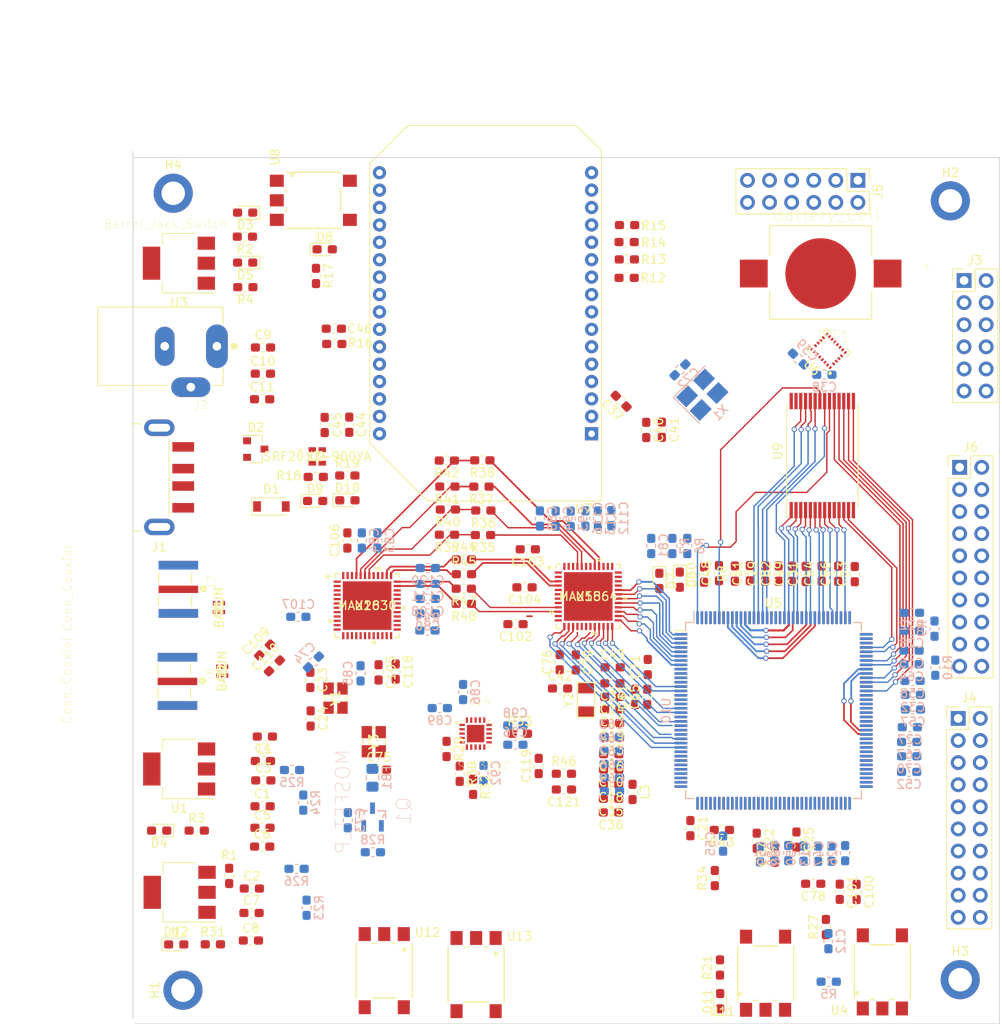
<source format=kicad_pcb>
(kicad_pcb (version 20171130) (host pcbnew 5.1.1-8be2ce7~80~ubuntu18.04.1)
  (layers (0 F.Cu signal) (31 B.Cu signal) (34 B.Paste user hide) (35 F.Paste user) (36 B.SilkS user) (37 F.SilkS user) (38 B.Mask user hide) (39 F.Mask user) (44 Edge.Cuts user))
  (net 0 "")
  (net 1 vcc_STM32)
  (net 2 GND)
  (net 3 VCC_5V)
  (net 4 vcc_FPGA)
  (net 5 "Net-(C3-Pad1)")
  (net 6 vcc_core_FPGA)
  (net 7 JNRST)
  (net 8 "Net-(C13-Pad1)")
  (net 9 "Net-(C15-Pad1)")
  (net 10 "Net-(C23-Pad1)")
  (net 11 "Net-(C24-Pad2)")
  (net 12 "Net-(C35-Pad1)")
  (net 13 "Net-(C37-Pad2)")
  (net 14 "Net-(C38-Pad2)")
  (net 15 "Net-(C42-Pad2)")
  (net 16 "Net-(C43-Pad2)")
  (net 17 /ONION_OMEGA/RST_BTN)
  (net 18 VAA)
  (net 19 "Net-(C75-Pad2)")
  (net 20 "Net-(C78-Pad2)")
  (net 21 /rf_front_end/XTAL)
  (net 22 "Net-(C86-Pad1)")
  (net 23 /rf_front_end/REFP)
  (net 24 "Net-(C109-Pad2)")
  (net 25 "Net-(C109-Pad1)")
  (net 26 "Net-(C110-Pad2)")
  (net 27 "Net-(C110-Pad1)")
  (net 28 "Net-(C118-Pad1)")
  (net 29 "Net-(C119-Pad1)")
  (net 30 "Net-(C120-Pad1)")
  (net 31 /rf_front_end/rf_TUNE)
  (net 32 "Net-(D2-Pad2)")
  (net 33 "Net-(D2-Pad1)")
  (net 34 "Net-(D3-Pad1)")
  (net 35 "Net-(D4-Pad1)")
  (net 36 "Net-(D5-Pad1)")
  (net 37 /STM32_micro/LED1)
  (net 38 "Net-(D6-Pad1)")
  (net 39 /STM32_micro/LED2)
  (net 40 "Net-(D7-Pad1)")
  (net 41 /ONION_OMEGA/LED)
  (net 42 "Net-(D8-Pad1)")
  (net 43 "Net-(D9-Pad2)")
  (net 44 "Net-(D9-Pad1)")
  (net 45 "Net-(D10-Pad2)")
  (net 46 "Net-(D10-Pad1)")
  (net 47 "Net-(D11-Pad2)")
  (net 48 "Net-(D12-Pad2)")
  (net 49 "Net-(FB1-Pad1)")
  (net 50 /STM32_micro/CS_A_G)
  (net 51 /STM32_micro/CS_M)
  (net 52 /STM32_micro/SDO_A_G)
  (net 53 /STM32_micro/SDO_M)
  (net 54 /STM32_micro/INT1_A_G)
  (net 55 /STM32_micro/DRDY_M)
  (net 56 /STM32_micro/INT2_A_G)
  (net 57 /STM32_micro/INT_M)
  (net 58 /STM32_micro/DEN_A_G)
  (net 59 /STM32_micro/GPIO_15)
  (net 60 /STM32_micro/GPIO_07)
  (net 61 /STM32_micro/GPIO_14)
  (net 62 /STM32_micro/GPIO_06)
  (net 63 /STM32_micro/GPIO_13)
  (net 64 /STM32_micro/GPIO_05)
  (net 65 /STM32_micro/GPIO_12)
  (net 66 /STM32_micro/GPIO_04)
  (net 67 /STM32_micro/GPIO_11)
  (net 68 /STM32_micro/GPIO_03)
  (net 69 /STM32_micro/GPIO_10)
  (net 70 /STM32_micro/GPIO_02)
  (net 71 /STM32_micro/GPIO_09)
  (net 72 /STM32_micro/GPIO_01)
  (net 73 /STM32_micro/GPIO_08)
  (net 74 /STM32_micro/GPIO_00)
  (net 75 /ONION_OMEGA/MISO)
  (net 76 /ONION_OMEGA/MOSI)
  (net 77 /ONION_OMEGA/SPI_CLK)
  (net 78 /ONION_OMEGA/SPI_CS)
  (net 79 /ONION_OMEGA/TX_PIN)
  (net 80 /ONION_OMEGA/RX_PIN)
  (net 81 I2C_SDA)
  (net 82 I2C_SCL)
  (net 83 /FPGA_spartan6/FGPIO15)
  (net 84 /FPGA_spartan6/FGPIO7)
  (net 85 /FPGA_spartan6/FGPIO14)
  (net 86 /FPGA_spartan6/FGPIO6)
  (net 87 /FPGA_spartan6/FGPIO13)
  (net 88 /FPGA_spartan6/FGPIO5)
  (net 89 /FPGA_spartan6/FGPIO12)
  (net 90 /FPGA_spartan6/FGPIO4)
  (net 91 /FPGA_spartan6/FGPIO11)
  (net 92 /FPGA_spartan6/FGPIO3)
  (net 93 /FPGA_spartan6/FGPIO10)
  (net 94 /FPGA_spartan6/FGPIO2)
  (net 95 /FPGA_spartan6/FGPIO9)
  (net 96 /FPGA_spartan6/FGPIO1)
  (net 97 /FPGA_spartan6/FGPIO8)
  (net 98 /FPGA_spartan6/FGPIO0)
  (net 99 "Net-(J7-Pad1)")
  (net 100 "Net-(J8-Pad1)")
  (net 101 D-)
  (net 102 D+)
  (net 103 !VAA_ENABLE)
  (net 104 BOOT0)
  (net 105 "Net-(R12-Pad1)")
  (net 106 "Net-(R13-Pad1)")
  (net 107 "Net-(R14-Pad1)")
  (net 108 "Net-(R15-Pad1)")
  (net 109 /FPGA_spartan6/DONE)
  (net 110 /FPGA_spartan6/PROGRAM_B)
  (net 111 "Net-(R23-Pad2)")
  (net 112 "Net-(R24-Pad2)")
  (net 113 /FPGA_spartan6/FSW_2)
  (net 114 /FPGA_spartan6/FSW_1)
  (net 115 GPIO_INTR)
  (net 116 GPIO_CLK)
  (net 117 "Net-(R32-Pad1)")
  (net 118 GCK0)
  (net 119 "Net-(R33-Pad1)")
  (net 120 GCK1)
  (net 121 "Net-(R34-Pad1)")
  (net 122 "Net-(R35-Pad2)")
  (net 123 /rf_front_end/QD+)
  (net 124 "Net-(R36-Pad2)")
  (net 125 /rf_front_end/QD-)
  (net 126 "Net-(R37-Pad2)")
  (net 127 /rf_front_end/ID-)
  (net 128 "Net-(R38-Pad2)")
  (net 129 /rf_front_end/ID+)
  (net 130 SPI1_MISO)
  (net 131 SPI1_MOSI)
  (net 132 /rf_front_end/IA+)
  (net 133 "Net-(R44-Pad1)")
  (net 134 /rf_front_end/IA-)
  (net 135 "Net-(R45-Pad1)")
  (net 136 "Net-(R47-Pad2)")
  (net 137 /rf_front_end/QA-)
  (net 138 "Net-(R48-Pad2)")
  (net 139 /rf_front_end/QA+)
  (net 140 "Net-(T1-Pad4)")
  (net 141 "Net-(T1-Pad3)")
  (net 142 FMC_BL1)
  (net 143 FMC_BLO)
  (net 144 "Net-(U5-Pad137)")
  (net 145 "Net-(U5-Pad136)")
  (net 146 "Net-(U5-Pad135)")
  (net 147 JTRST)
  (net 148 FPGA_JTDO)
  (net 149 "Net-(U5-Pad132)")
  (net 150 "Net-(U5-Pad129)")
  (net 151 "Net-(U5-Pad128)")
  (net 152 "Net-(U5-Pad127)")
  (net 153 "Net-(U5-Pad126)")
  (net 154 "Net-(U5-Pad125)")
  (net 155 "Net-(U5-Pad124)")
  (net 156 FMC_NE1)
  (net 157 FMC_NWAIT)
  (net 158 FMC_NWE)
  (net 159 FMC_NOE)
  (net 160 FMC_CLK)
  (net 161 "Net-(U5-Pad116)")
  (net 162 FMC_D3)
  (net 163 FMC_D2)
  (net 164 "Net-(U5-Pad113)")
  (net 165 "Net-(U5-Pad112)")
  (net 166 "Net-(U5-Pad111)")
  (net 167 JTDO)
  (net 168 JTCK)
  (net 169 JTMS)
  (net 170 "Net-(U5-Pad104)")
  (net 171 "Net-(U5-Pad103)")
  (net 172 USART_RX)
  (net 173 USART_TX)
  (net 174 "Net-(U5-Pad100)")
  (net 175 "Net-(U5-Pad99)")
  (net 176 "Net-(U5-Pad98)")
  (net 177 "Net-(U5-Pad97)")
  (net 178 "Net-(U5-Pad96)")
  (net 179 "Net-(U5-Pad93)")
  (net 180 "Net-(U5-Pad92)")
  (net 181 FMC_N_DOUT)
  (net 182 "Net-(U5-Pad90)")
  (net 183 "Net-(U5-Pad89)")
  (net 184 "Net-(U5-Pad88)")
  (net 185 "Net-(U5-Pad87)")
  (net 186 FMC_D1)
  (net 187 FMC_D0)
  (net 188 "Net-(U5-Pad82)")
  (net 189 "Net-(U5-Pad81)")
  (net 190 "Net-(U5-Pad80)")
  (net 191 FMC_D15)
  (net 192 FMC_D14)
  (net 193 FMC_D13)
  (net 194 FMC_D12)
  (net 195 FMC_D11)
  (net 196 FMC_D10)
  (net 197 FMC_D9)
  (net 198 FMC_D8)
  (net 199 FMC_D7)
  (net 200 FMC_D6)
  (net 201 FMC_D5)
  (net 202 FMC_D4)
  (net 203 "Net-(U5-Pad57)")
  (net 204 MCU_CLK)
  (net 205 FMC_A7)
  (net 206 FMC_A6)
  (net 207 rf_LD)
  (net 208 rf_!SHDN)
  (net 209 rf_ANTSEL)
  (net 210 "Net-(U5-Pad45)")
  (net 211 SPI1_CS_AD)
  (net 212 SPI1_SCK)
  (net 213 SPI1_CS_RF)
  (net 214 rf_RXTX)
  (net 215 rf_RXHP)
  (net 216 SPI1_RSSI)
  (net 217 FMC_A5)
  (net 218 FMC_A4)
  (net 219 FMC_A3)
  (net 220 FMC_A2)
  (net 221 FMC_A1)
  (net 222 FMC_A0)
  (net 223 "Net-(U5-Pad7)")
  (net 224 "Net-(U5-Pad3)")
  (net 225 "Net-(U5-Pad2)")
  (net 226 "Net-(U5-Pad1)")
  (net 227 "Net-(U7-Pad25)")
  (net 228 "Net-(U7-Pad24)")
  (net 229 "Net-(U7-Pad23)")
  (net 230 "Net-(U7-Pad22)")
  (net 231 "Net-(U7-Pad21)")
  (net 232 "Net-(U7-Pad16)")
  (net 233 "Net-(U7-Pad15)")
  (net 234 "Net-(U7-Pad14)")
  (net 235 JTDO_OMEGA)
  (net 236 /FPGA_spartan6/MEN_A11)
  (net 237 /FPGA_spartan6/MEN_A12)
  (net 238 /FPGA_spartan6/MEN_A13)
  (net 239 /FPGA_spartan6/MEN_A10)
  (net 240 /FPGA_spartan6/MEN_A9)
  (net 241 /FPGA_spartan6/MEN_A14)
  (net 242 /FPGA_spartan6/MEN_A8)
  (net 243 /FPGA_spartan6/MEN_D0)
  (net 244 /FPGA_spartan6/MEN_A7)
  (net 245 /FPGA_spartan6/MEN_D1)
  (net 246 /FPGA_spartan6/MEN_D2)
  (net 247 /FPGA_spartan6/MEN_A6)
  (net 248 /FPGA_spartan6/MEN_A5)
  (net 249 /FPGA_spartan6/MEN_D3)
  (net 250 /FPGA_spartan6/MEN_WE)
  (net 251 /FPGA_spartan6/MEN_D4)
  (net 252 /FPGA_spartan6/MEN_D5)
  (net 253 /FPGA_spartan6/MEN_A4)
  (net 254 /FPGA_spartan6/MEN_D6)
  (net 255 /FPGA_spartan6/MEN_A3)
  (net 256 /FPGA_spartan6/MEN_D7)
  (net 257 /FPGA_spartan6/MEN_A2)
  (net 258 /FPGA_spartan6/MEN_A1)
  (net 259 /FPGA_spartan6/MEN_CE)
  (net 260 /FPGA_spartan6/NEM_A0)
  (net 261 /FPGA_spartan6/MEN_OE)
  (net 262 adDA7)
  (net 263 adDA6)
  (net 264 adDA5)
  (net 265 adDA4)
  (net 266 adDA3)
  (net 267 adDA2)
  (net 268 adDA1)
  (net 269 adDA0)
  (net 270 adDD9)
  (net 271 adDD8)
  (net 272 adDD7)
  (net 273 adDD6)
  (net 274 adDD5)
  (net 275 adDD4)
  (net 276 adDD3)
  (net 277 adDD2)
  (net 278 adDD1)
  (net 279 adDD0)
  (net 280 "Net-(U10-Pad73)")
  (net 281 "Net-(U10-Pad72)")
  (net 282 /FPGA_spartan6/CLK80MHz)
  (net 283 "Net-(U10-Pad7)")
  (net 284 "Net-(U14-Pad6)")
  (net 285 "Net-(U14-Pad7)")
  (net 286 "Net-(U14-Pad8)")
  (net 287 "Net-(U14-Pad16)")
  (net 288 "Net-(U14-Pad19)")
  (net 289 /rf_front_end/REFN)
  (net 290 /rf_front_end/COM)
  (net 291 "Net-(U15-Pad38)")
  (net 292 "Net-(U16-Pad34)")
  (net 293 "Net-(U16-Pad29)")
  (net 294 "Net-(U16-Pad23)")
  (net 295 "Net-(U16-Pad21)")
  (net 296 "Net-(U16-Pad14)")
  (net 297 "Net-(U16-Pad11)")
  (net 298 "Net-(U16-Pad8)")
  (net 299 "Net-(U16-Pad6)")
  (net 300 "Net-(U16-Pad3)")
  (module Package_SO:TSOP-I-28_11.8x8mm_P0.55mm (layer F.Cu) (at 130.50266 49.49698 90)
    (fp_text reference U9 (at 0.5 -5.1 270) (layer F.SilkS))
    (fp_text value CY7C199)
    (pad 7 smd rect (at -6.27 -0.275 90) (size 1.87 0.38) (layers F.Cu F.Paste F.Mask) (net 236 /FPGA_spartan6/MEN_A11))
    (pad 8 smd rect (at -6.27 0.275 90) (size 1.87 0.38) (layers F.Cu F.Paste F.Mask) (net 237 /FPGA_spartan6/MEN_A12))
    (pad 9 smd rect (at -6.27 0.825 90) (size 1.87 0.38) (layers F.Cu F.Paste F.Mask) (net 238 /FPGA_spartan6/MEN_A13))
    (pad 6 smd rect (at -6.27 -0.825 90) (size 1.87 0.38) (layers F.Cu F.Paste F.Mask) (net 239 /FPGA_spartan6/MEN_A10))
    (pad 5 smd rect (at -6.27 -1.375 90) (size 1.87 0.38) (layers F.Cu F.Paste F.Mask) (net 240 /FPGA_spartan6/MEN_A9))
    (pad 10 smd rect (at -6.27 1.375 90) (size 1.87 0.38) (layers F.Cu F.Paste F.Mask) (net 241 /FPGA_spartan6/MEN_A14))
    (pad 4 smd rect (at -6.27 -1.925 90) (size 1.87 0.38) (layers F.Cu F.Paste F.Mask) (net 242 /FPGA_spartan6/MEN_A8))
    (pad 11 smd rect (at -6.27 1.925 90) (size 1.87 0.38) (layers F.Cu F.Paste F.Mask) (net 243 /FPGA_spartan6/MEN_D0))
    (pad 3 smd rect (at -6.27 -2.475 90) (size 1.87 0.38) (layers F.Cu F.Paste F.Mask) (net 244 /FPGA_spartan6/MEN_A7))
    (pad 12 smd rect (at -6.27 2.475 90) (size 1.87 0.38) (layers F.Cu F.Paste F.Mask) (net 245 /FPGA_spartan6/MEN_D1))
    (pad 13 smd rect (at -6.27 3.025 90) (size 1.87 0.38) (layers F.Cu F.Paste F.Mask) (net 246 /FPGA_spartan6/MEN_D2))
    (pad 2 smd rect (at -6.27 -3.025 90) (size 1.87 0.38) (layers F.Cu F.Paste F.Mask) (net 247 /FPGA_spartan6/MEN_A6))
    (pad 1 smd rect (at -6.27 -3.575 90) (size 1.87 0.38) (layers F.Cu F.Paste F.Mask) (net 248 /FPGA_spartan6/MEN_A5))
    (pad 14 smd rect (at -6.27 3.575 90) (size 1.87 0.38) (layers F.Cu F.Paste F.Mask) (net 2 GND))
    (pad 15 smd rect (at 6.27 3.575 90) (size 1.87 0.38) (layers F.Cu F.Paste F.Mask) (net 249 /FPGA_spartan6/MEN_D3))
    (pad 28 smd rect (at 6.27 -3.575 90) (size 1.87 0.38) (layers F.Cu F.Paste F.Mask) (net 6 vcc_core_FPGA))
    (pad 27 smd rect (at 6.27 -3.025 90) (size 1.87 0.38) (layers F.Cu F.Paste F.Mask) (net 250 /FPGA_spartan6/MEN_WE))
    (pad 16 smd rect (at 6.27 3.025 90) (size 1.87 0.38) (layers F.Cu F.Paste F.Mask) (net 251 /FPGA_spartan6/MEN_D4))
    (pad 17 smd rect (at 6.27 2.475 90) (size 1.87 0.38) (layers F.Cu F.Paste F.Mask) (net 252 /FPGA_spartan6/MEN_D5))
    (pad 26 smd rect (at 6.27 -2.475 90) (size 1.87 0.38) (layers F.Cu F.Paste F.Mask) (net 253 /FPGA_spartan6/MEN_A4))
    (pad 18 smd rect (at 6.27 1.925 90) (size 1.87 0.38) (layers F.Cu F.Paste F.Mask) (net 254 /FPGA_spartan6/MEN_D6))
    (pad 25 smd rect (at 6.27 -1.925 90) (size 1.87 0.38) (layers F.Cu F.Paste F.Mask) (net 255 /FPGA_spartan6/MEN_A3))
    (pad 19 smd rect (at 6.27 1.375 90) (size 1.87 0.38) (layers F.Cu F.Paste F.Mask) (net 256 /FPGA_spartan6/MEN_D7))
    (pad 24 smd rect (at 6.27 -1.375 90) (size 1.87 0.38) (layers F.Cu F.Paste F.Mask) (net 257 /FPGA_spartan6/MEN_A2))
    (pad 23 smd rect (at 6.27 -0.825 90) (size 1.87 0.38) (layers F.Cu F.Paste F.Mask) (net 258 /FPGA_spartan6/MEN_A1))
    (pad 20 smd rect (at 6.27 0.825 90) (size 1.87 0.38) (layers F.Cu F.Paste F.Mask) (net 259 /FPGA_spartan6/MEN_CE))
    (pad 21 smd rect (at 6.27 0.275 90) (size 1.87 0.38) (layers F.Cu F.Paste F.Mask) (net 260 /FPGA_spartan6/NEM_A0))
    (pad 22 smd rect (at 6.27 -0.275 90) (size 1.87 0.38) (layers F.Cu F.Paste F.Mask) (net 261 /FPGA_spartan6/MEN_OE))
  )
  (module Package_QFP:LQFP-144_20x20mm_P0.5mm (layer F.Cu) (at 124.899 78.7915)
    (fp_text reference U5 (at 0 -12.35) (layer F.SilkS))
    (fp_text value STM32F722ZET)
    (pad 144 smd roundrect (at -8.75 -10.6625) (size 0.3 1.475) (layers F.Cu F.Paste F.Mask) (net 1 vcc_STM32))
    (pad 143 smd roundrect (at -8.25 -10.6625) (size 0.3 1.475) (layers F.Cu F.Paste F.Mask) (net 1 vcc_STM32))
    (pad 142 smd roundrect (at -7.75 -10.6625) (size 0.3 1.475) (layers F.Cu F.Paste F.Mask) (net 142 FMC_BL1))
    (pad 141 smd roundrect (at -7.25 -10.6625) (size 0.3 1.475) (layers F.Cu F.Paste F.Mask) (net 143 FMC_BLO))
    (pad 140 smd roundrect (at -6.75 -10.6625) (size 0.3 1.475) (layers F.Cu F.Paste F.Mask) (net 81 I2C_SDA))
    (pad 139 smd roundrect (at -6.25 -10.6625) (size 0.3 1.475) (layers F.Cu F.Paste F.Mask) (net 82 I2C_SCL))
    (pad 138 smd roundrect (at -5.75 -10.6625) (size 0.3 1.475) (layers F.Cu F.Paste F.Mask) (net 104 BOOT0))
    (pad 137 smd roundrect (at -5.25 -10.6625) (size 0.3 1.475) (layers F.Cu F.Paste F.Mask) (net 144 "Net-(U5-Pad137)"))
    (pad 136 smd roundrect (at -4.75 -10.6625) (size 0.3 1.475) (layers F.Cu F.Paste F.Mask) (net 145 "Net-(U5-Pad136)"))
    (pad 135 smd roundrect (at -4.25 -10.6625) (size 0.3 1.475) (layers F.Cu F.Paste F.Mask) (net 146 "Net-(U5-Pad135)"))
    (pad 134 smd roundrect (at -3.75 -10.6625) (size 0.3 1.475) (layers F.Cu F.Paste F.Mask) (net 147 JTRST))
    (pad 133 smd roundrect (at -3.25 -10.6625) (size 0.3 1.475) (layers F.Cu F.Paste F.Mask) (net 148 FPGA_JTDO))
    (pad 132 smd roundrect (at -2.75 -10.6625) (size 0.3 1.475) (layers F.Cu F.Paste F.Mask) (net 149 "Net-(U5-Pad132)"))
    (pad 131 smd roundrect (at -2.25 -10.6625) (size 0.3 1.475) (layers F.Cu F.Paste F.Mask) (net 1 vcc_STM32))
    (pad 130 smd roundrect (at -1.75 -10.6625) (size 0.3 1.475) (layers F.Cu F.Paste F.Mask) (net 2 GND))
    (pad 129 smd roundrect (at -1.25 -10.6625) (size 0.3 1.475) (layers F.Cu F.Paste F.Mask) (net 150 "Net-(U5-Pad129)"))
    (pad 128 smd roundrect (at -0.75 -10.6625) (size 0.3 1.475) (layers F.Cu F.Paste F.Mask) (net 151 "Net-(U5-Pad128)"))
    (pad 127 smd roundrect (at -0.25 -10.6625) (size 0.3 1.475) (layers F.Cu F.Paste F.Mask) (net 152 "Net-(U5-Pad127)"))
    (pad 126 smd roundrect (at 0.25 -10.6625) (size 0.3 1.475) (layers F.Cu F.Paste F.Mask) (net 153 "Net-(U5-Pad126)"))
    (pad 125 smd roundrect (at 0.75 -10.6625) (size 0.3 1.475) (layers F.Cu F.Paste F.Mask) (net 154 "Net-(U5-Pad125)"))
    (pad 124 smd roundrect (at 1.25 -10.6625) (size 0.3 1.475) (layers F.Cu F.Paste F.Mask) (net 155 "Net-(U5-Pad124)"))
    (pad 123 smd roundrect (at 1.75 -10.6625) (size 0.3 1.475) (layers F.Cu F.Paste F.Mask) (net 156 FMC_NE1))
    (pad 122 smd roundrect (at 2.25 -10.6625) (size 0.3 1.475) (layers F.Cu F.Paste F.Mask) (net 157 FMC_NWAIT))
    (pad 121 smd roundrect (at 2.75 -10.6625) (size 0.3 1.475) (layers F.Cu F.Paste F.Mask) (net 1 vcc_STM32))
    (pad 120 smd roundrect (at 3.25 -10.6625) (size 0.3 1.475) (layers F.Cu F.Paste F.Mask) (net 2 GND))
    (pad 119 smd roundrect (at 3.75 -10.6625) (size 0.3 1.475) (layers F.Cu F.Paste F.Mask) (net 158 FMC_NWE))
    (pad 118 smd roundrect (at 4.25 -10.6625) (size 0.3 1.475) (layers F.Cu F.Paste F.Mask) (net 159 FMC_NOE))
    (pad 117 smd roundrect (at 4.75 -10.6625) (size 0.3 1.475) (layers F.Cu F.Paste F.Mask) (net 160 FMC_CLK))
    (pad 116 smd roundrect (at 5.25 -10.6625) (size 0.3 1.475) (layers F.Cu F.Paste F.Mask) (net 161 "Net-(U5-Pad116)"))
    (pad 115 smd roundrect (at 5.75 -10.6625) (size 0.3 1.475) (layers F.Cu F.Paste F.Mask) (net 162 FMC_D3))
    (pad 114 smd roundrect (at 6.25 -10.6625) (size 0.3 1.475) (layers F.Cu F.Paste F.Mask) (net 163 FMC_D2))
    (pad 113 smd roundrect (at 6.75 -10.6625) (size 0.3 1.475) (layers F.Cu F.Paste F.Mask) (net 164 "Net-(U5-Pad113)"))
    (pad 112 smd roundrect (at 7.25 -10.6625) (size 0.3 1.475) (layers F.Cu F.Paste F.Mask) (net 165 "Net-(U5-Pad112)"))
    (pad 111 smd roundrect (at 7.75 -10.6625) (size 0.3 1.475) (layers F.Cu F.Paste F.Mask) (net 166 "Net-(U5-Pad111)"))
    (pad 110 smd roundrect (at 8.25 -10.6625) (size 0.3 1.475) (layers F.Cu F.Paste F.Mask) (net 167 JTDO))
    (pad 109 smd roundrect (at 8.75 -10.6625) (size 0.3 1.475) (layers F.Cu F.Paste F.Mask) (net 168 JTCK))
    (pad 108 smd roundrect (at 10.6625 -8.75) (size 1.475 0.3) (layers F.Cu F.Paste F.Mask) (net 1 vcc_STM32))
    (pad 107 smd roundrect (at 10.6625 -8.25) (size 1.475 0.3) (layers F.Cu F.Paste F.Mask) (net 2 GND))
    (pad 106 smd roundrect (at 10.6625 -7.75) (size 1.475 0.3) (layers F.Cu F.Paste F.Mask) (net 9 "Net-(C15-Pad1)"))
    (pad 105 smd roundrect (at 10.6625 -7.25) (size 1.475 0.3) (layers F.Cu F.Paste F.Mask) (net 169 JTMS))
    (pad 104 smd roundrect (at 10.6625 -6.75) (size 1.475 0.3) (layers F.Cu F.Paste F.Mask) (net 170 "Net-(U5-Pad104)"))
    (pad 103 smd roundrect (at 10.6625 -6.25) (size 1.475 0.3) (layers F.Cu F.Paste F.Mask) (net 171 "Net-(U5-Pad103)"))
    (pad 102 smd roundrect (at 10.6625 -5.75) (size 1.475 0.3) (layers F.Cu F.Paste F.Mask) (net 172 USART_RX))
    (pad 101 smd roundrect (at 10.6625 -5.25) (size 1.475 0.3) (layers F.Cu F.Paste F.Mask) (net 173 USART_TX))
    (pad 100 smd roundrect (at 10.6625 -4.75) (size 1.475 0.3) (layers F.Cu F.Paste F.Mask) (net 174 "Net-(U5-Pad100)"))
    (pad 99 smd roundrect (at 10.6625 -4.25) (size 1.475 0.3) (layers F.Cu F.Paste F.Mask) (net 175 "Net-(U5-Pad99)"))
    (pad 98 smd roundrect (at 10.6625 -3.75) (size 1.475 0.3) (layers F.Cu F.Paste F.Mask) (net 176 "Net-(U5-Pad98)"))
    (pad 97 smd roundrect (at 10.6625 -3.25) (size 1.475 0.3) (layers F.Cu F.Paste F.Mask) (net 177 "Net-(U5-Pad97)"))
    (pad 96 smd roundrect (at 10.6625 -2.75) (size 1.475 0.3) (layers F.Cu F.Paste F.Mask) (net 178 "Net-(U5-Pad96)"))
    (pad 95 smd roundrect (at 10.6625 -2.25) (size 1.475 0.3) (layers F.Cu F.Paste F.Mask) (net 1 vcc_STM32))
    (pad 94 smd roundrect (at 10.6625 -1.75) (size 1.475 0.3) (layers F.Cu F.Paste F.Mask) (net 2 GND))
    (pad 93 smd roundrect (at 10.6625 -1.25) (size 1.475 0.3) (layers F.Cu F.Paste F.Mask) (net 179 "Net-(U5-Pad93)"))
    (pad 92 smd roundrect (at 10.6625 -0.75) (size 1.475 0.3) (layers F.Cu F.Paste F.Mask) (net 180 "Net-(U5-Pad92)"))
    (pad 91 smd roundrect (at 10.6625 -0.25) (size 1.475 0.3) (layers F.Cu F.Paste F.Mask) (net 181 FMC_N_DOUT))
    (pad 90 smd roundrect (at 10.6625 0.25) (size 1.475 0.3) (layers F.Cu F.Paste F.Mask) (net 182 "Net-(U5-Pad90)"))
    (pad 89 smd roundrect (at 10.6625 0.75) (size 1.475 0.3) (layers F.Cu F.Paste F.Mask) (net 183 "Net-(U5-Pad89)"))
    (pad 88 smd roundrect (at 10.6625 1.25) (size 1.475 0.3) (layers F.Cu F.Paste F.Mask) (net 184 "Net-(U5-Pad88)"))
    (pad 87 smd roundrect (at 10.6625 1.75) (size 1.475 0.3) (layers F.Cu F.Paste F.Mask) (net 185 "Net-(U5-Pad87)"))
    (pad 86 smd roundrect (at 10.6625 2.25) (size 1.475 0.3) (layers F.Cu F.Paste F.Mask) (net 186 FMC_D1))
    (pad 85 smd roundrect (at 10.6625 2.75) (size 1.475 0.3) (layers F.Cu F.Paste F.Mask) (net 187 FMC_D0))
    (pad 84 smd roundrect (at 10.6625 3.25) (size 1.475 0.3) (layers F.Cu F.Paste F.Mask) (net 1 vcc_STM32))
    (pad 83 smd roundrect (at 10.6625 3.75) (size 1.475 0.3) (layers F.Cu F.Paste F.Mask) (net 2 GND))
    (pad 82 smd roundrect (at 10.6625 4.25) (size 1.475 0.3) (layers F.Cu F.Paste F.Mask) (net 188 "Net-(U5-Pad82)"))
    (pad 81 smd roundrect (at 10.6625 4.75) (size 1.475 0.3) (layers F.Cu F.Paste F.Mask) (net 189 "Net-(U5-Pad81)"))
    (pad 80 smd roundrect (at 10.6625 5.25) (size 1.475 0.3) (layers F.Cu F.Paste F.Mask) (net 190 "Net-(U5-Pad80)"))
    (pad 79 smd roundrect (at 10.6625 5.75) (size 1.475 0.3) (layers F.Cu F.Paste F.Mask) (net 191 FMC_D15))
    (pad 78 smd roundrect (at 10.6625 6.25) (size 1.475 0.3) (layers F.Cu F.Paste F.Mask) (net 192 FMC_D14))
    (pad 77 smd roundrect (at 10.6625 6.75) (size 1.475 0.3) (layers F.Cu F.Paste F.Mask) (net 193 FMC_D13))
    (pad 76 smd roundrect (at 10.6625 7.25) (size 1.475 0.3) (layers F.Cu F.Paste F.Mask) (net 64 /STM32_micro/GPIO_05))
    (pad 75 smd roundrect (at 10.6625 7.75) (size 1.475 0.3) (layers F.Cu F.Paste F.Mask) (net 66 /STM32_micro/GPIO_04))
    (pad 74 smd roundrect (at 10.6625 8.25) (size 1.475 0.3) (layers F.Cu F.Paste F.Mask) (net 68 /STM32_micro/GPIO_03))
    (pad 73 smd roundrect (at 10.6625 8.75) (size 1.475 0.3) (layers F.Cu F.Paste F.Mask) (net 70 /STM32_micro/GPIO_02))
    (pad 72 smd roundrect (at 8.75 10.6625) (size 0.3 1.475) (layers F.Cu F.Paste F.Mask) (net 1 vcc_STM32))
    (pad 71 smd roundrect (at 8.25 10.6625) (size 0.3 1.475) (layers F.Cu F.Paste F.Mask) (net 8 "Net-(C13-Pad1)"))
    (pad 70 smd roundrect (at 7.75 10.6625) (size 0.3 1.475) (layers F.Cu F.Paste F.Mask) (net 72 /STM32_micro/GPIO_01))
    (pad 69 smd roundrect (at 7.25 10.6625) (size 0.3 1.475) (layers F.Cu F.Paste F.Mask) (net 74 /STM32_micro/GPIO_00))
    (pad 68 smd roundrect (at 6.75 10.6625) (size 0.3 1.475) (layers F.Cu F.Paste F.Mask) (net 194 FMC_D12))
    (pad 67 smd roundrect (at 6.25 10.6625) (size 0.3 1.475) (layers F.Cu F.Paste F.Mask) (net 195 FMC_D11))
    (pad 66 smd roundrect (at 5.75 10.6625) (size 0.3 1.475) (layers F.Cu F.Paste F.Mask) (net 196 FMC_D10))
    (pad 65 smd roundrect (at 5.25 10.6625) (size 0.3 1.475) (layers F.Cu F.Paste F.Mask) (net 197 FMC_D9))
    (pad 64 smd roundrect (at 4.75 10.6625) (size 0.3 1.475) (layers F.Cu F.Paste F.Mask) (net 198 FMC_D8))
    (pad 63 smd roundrect (at 4.25 10.6625) (size 0.3 1.475) (layers F.Cu F.Paste F.Mask) (net 199 FMC_D7))
    (pad 62 smd roundrect (at 3.75 10.6625) (size 0.3 1.475) (layers F.Cu F.Paste F.Mask) (net 1 vcc_STM32))
    (pad 61 smd roundrect (at 3.25 10.6625) (size 0.3 1.475) (layers F.Cu F.Paste F.Mask) (net 2 GND))
    (pad 60 smd roundrect (at 2.75 10.6625) (size 0.3 1.475) (layers F.Cu F.Paste F.Mask) (net 200 FMC_D6))
    (pad 59 smd roundrect (at 2.25 10.6625) (size 0.3 1.475) (layers F.Cu F.Paste F.Mask) (net 201 FMC_D5))
    (pad 58 smd roundrect (at 1.75 10.6625) (size 0.3 1.475) (layers F.Cu F.Paste F.Mask) (net 202 FMC_D4))
    (pad 57 smd roundrect (at 1.25 10.6625) (size 0.3 1.475) (layers F.Cu F.Paste F.Mask) (net 203 "Net-(U5-Pad57)"))
    (pad 56 smd roundrect (at 0.75 10.6625) (size 0.3 1.475) (layers F.Cu F.Paste F.Mask) (net 115 GPIO_INTR))
    (pad 55 smd roundrect (at 0.25 10.6625) (size 0.3 1.475) (layers F.Cu F.Paste F.Mask) (net 116 GPIO_CLK))
    (pad 54 smd roundrect (at -0.25 10.6625) (size 0.3 1.475) (layers F.Cu F.Paste F.Mask) (net 204 MCU_CLK))
    (pad 53 smd roundrect (at -0.75 10.6625) (size 0.3 1.475) (layers F.Cu F.Paste F.Mask) (net 205 FMC_A7))
    (pad 52 smd roundrect (at -1.25 10.6625) (size 0.3 1.475) (layers F.Cu F.Paste F.Mask) (net 1 vcc_STM32))
    (pad 51 smd roundrect (at -1.75 10.6625) (size 0.3 1.475) (layers F.Cu F.Paste F.Mask) (net 2 GND))
    (pad 50 smd roundrect (at -2.25 10.6625) (size 0.3 1.475) (layers F.Cu F.Paste F.Mask) (net 206 FMC_A6))
    (pad 49 smd roundrect (at -2.75 10.6625) (size 0.3 1.475) (layers F.Cu F.Paste F.Mask) (net 59 /STM32_micro/GPIO_15))
    (pad 48 smd roundrect (at -3.25 10.6625) (size 0.3 1.475) (layers F.Cu F.Paste F.Mask) (net 207 rf_LD))
    (pad 47 smd roundrect (at -3.75 10.6625) (size 0.3 1.475) (layers F.Cu F.Paste F.Mask) (net 208 rf_!SHDN))
    (pad 46 smd roundrect (at -4.25 10.6625) (size 0.3 1.475) (layers F.Cu F.Paste F.Mask) (net 209 rf_ANTSEL))
    (pad 45 smd roundrect (at -4.75 10.6625) (size 0.3 1.475) (layers F.Cu F.Paste F.Mask) (net 210 "Net-(U5-Pad45)"))
    (pad 44 smd roundrect (at -5.25 10.6625) (size 0.3 1.475) (layers F.Cu F.Paste F.Mask) (net 211 SPI1_CS_AD))
    (pad 43 smd roundrect (at -5.75 10.6625) (size 0.3 1.475) (layers F.Cu F.Paste F.Mask) (net 131 SPI1_MOSI))
    (pad 42 smd roundrect (at -6.25 10.6625) (size 0.3 1.475) (layers F.Cu F.Paste F.Mask) (net 130 SPI1_MISO))
    (pad 41 smd roundrect (at -6.75 10.6625) (size 0.3 1.475) (layers F.Cu F.Paste F.Mask) (net 212 SPI1_SCK))
    (pad 40 smd roundrect (at -7.25 10.6625) (size 0.3 1.475) (layers F.Cu F.Paste F.Mask) (net 213 SPI1_CS_RF))
    (pad 39 smd roundrect (at -7.75 10.6625) (size 0.3 1.475) (layers F.Cu F.Paste F.Mask) (net 1 vcc_STM32))
    (pad 38 smd roundrect (at -8.25 10.6625) (size 0.3 1.475) (layers F.Cu F.Paste F.Mask) (net 2 GND))
    (pad 37 smd roundrect (at -8.75 10.6625) (size 0.3 1.475) (layers F.Cu F.Paste F.Mask) (net 214 rf_RXTX))
    (pad 36 smd roundrect (at -10.6625 8.75) (size 1.475 0.3) (layers F.Cu F.Paste F.Mask) (net 215 rf_RXHP))
    (pad 35 smd roundrect (at -10.6625 8.25) (size 1.475 0.3) (layers F.Cu F.Paste F.Mask) (net 216 SPI1_RSSI))
    (pad 34 smd roundrect (at -10.6625 7.75) (size 1.475 0.3) (layers F.Cu F.Paste F.Mask) (net 103 !VAA_ENABLE))
    (pad 33 smd roundrect (at -10.6625 7.25) (size 1.475 0.3) (layers F.Cu F.Paste F.Mask) (net 12 "Net-(C35-Pad1)"))
    (pad 32 smd roundrect (at -10.6625 6.75) (size 1.475 0.3) (layers F.Cu F.Paste F.Mask) (net 1 vcc_STM32))
    (pad 31 smd roundrect (at -10.6625 6.25) (size 1.475 0.3) (layers F.Cu F.Paste F.Mask) (net 2 GND))
    (pad 30 smd roundrect (at -10.6625 5.75) (size 1.475 0.3) (layers F.Cu F.Paste F.Mask) (net 1 vcc_STM32))
    (pad 29 smd roundrect (at -10.6625 5.25) (size 1.475 0.3) (layers F.Cu F.Paste F.Mask) (net 71 /STM32_micro/GPIO_09))
    (pad 28 smd roundrect (at -10.6625 4.75) (size 1.475 0.3) (layers F.Cu F.Paste F.Mask) (net 73 /STM32_micro/GPIO_08))
    (pad 27 smd roundrect (at -10.6625 4.25) (size 1.475 0.3) (layers F.Cu F.Paste F.Mask) (net 60 /STM32_micro/GPIO_07))
    (pad 26 smd roundrect (at -10.6625 3.75) (size 1.475 0.3) (layers F.Cu F.Paste F.Mask) (net 62 /STM32_micro/GPIO_06))
    (pad 25 smd roundrect (at -10.6625 3.25) (size 1.475 0.3) (layers F.Cu F.Paste F.Mask) (net 7 JNRST))
    (pad 24 smd roundrect (at -10.6625 2.75) (size 1.475 0.3) (layers F.Cu F.Paste F.Mask) (net 11 "Net-(C24-Pad2)"))
    (pad 23 smd roundrect (at -10.6625 2.25) (size 1.475 0.3) (layers F.Cu F.Paste F.Mask) (net 10 "Net-(C23-Pad1)"))
    (pad 22 smd roundrect (at -10.6625 1.75) (size 1.475 0.3) (layers F.Cu F.Paste F.Mask) (net 61 /STM32_micro/GPIO_14))
    (pad 21 smd roundrect (at -10.6625 1.25) (size 1.475 0.3) (layers F.Cu F.Paste F.Mask) (net 63 /STM32_micro/GPIO_13))
    (pad 20 smd roundrect (at -10.6625 0.75) (size 1.475 0.3) (layers F.Cu F.Paste F.Mask) (net 65 /STM32_micro/GPIO_12))
    (pad 19 smd roundrect (at -10.6625 0.25) (size 1.475 0.3) (layers F.Cu F.Paste F.Mask) (net 67 /STM32_micro/GPIO_11))
    (pad 18 smd roundrect (at -10.6625 -0.25) (size 1.475 0.3) (layers F.Cu F.Paste F.Mask) (net 69 /STM32_micro/GPIO_10))
    (pad 17 smd roundrect (at -10.6625 -0.75) (size 1.475 0.3) (layers F.Cu F.Paste F.Mask) (net 1 vcc_STM32))
    (pad 16 smd roundrect (at -10.6625 -1.25) (size 1.475 0.3) (layers F.Cu F.Paste F.Mask) (net 2 GND))
    (pad 15 smd roundrect (at -10.6625 -1.75) (size 1.475 0.3) (layers F.Cu F.Paste F.Mask) (net 217 FMC_A5))
    (pad 14 smd roundrect (at -10.6625 -2.25) (size 1.475 0.3) (layers F.Cu F.Paste F.Mask) (net 218 FMC_A4))
    (pad 13 smd roundrect (at -10.6625 -2.75) (size 1.475 0.3) (layers F.Cu F.Paste F.Mask) (net 219 FMC_A3))
    (pad 12 smd roundrect (at -10.6625 -3.25) (size 1.475 0.3) (layers F.Cu F.Paste F.Mask) (net 220 FMC_A2))
    (pad 11 smd roundrect (at -10.6625 -3.75) (size 1.475 0.3) (layers F.Cu F.Paste F.Mask) (net 221 FMC_A1))
    (pad 10 smd roundrect (at -10.6625 -4.25) (size 1.475 0.3) (layers F.Cu F.Paste F.Mask) (net 222 FMC_A0))
    (pad 9 smd roundrect (at -10.6625 -4.75) (size 1.475 0.3) (layers F.Cu F.Paste F.Mask) (net 16 "Net-(C43-Pad2)"))
    (pad 8 smd roundrect (at -10.6625 -5.25) (size 1.475 0.3) (layers F.Cu F.Paste F.Mask) (net 15 "Net-(C42-Pad2)"))
    (pad 7 smd roundrect (at -10.6625 -5.75) (size 1.475 0.3) (layers F.Cu F.Paste F.Mask) (net 223 "Net-(U5-Pad7)"))
    (pad 6 smd roundrect (at -10.6625 -6.25) (size 1.475 0.3) (layers F.Cu F.Paste F.Mask) (net 1 vcc_STM32))
    (pad 5 smd roundrect (at -10.6625 -6.75) (size 1.475 0.3) (layers F.Cu F.Paste F.Mask) (net 39 /STM32_micro/LED2))
    (pad 4 smd roundrect (at -10.6625 -7.25) (size 1.475 0.3) (layers F.Cu F.Paste F.Mask) (net 37 /STM32_micro/LED1))
    (pad 3 smd roundrect (at -10.6625 -7.75) (size 1.475 0.3) (layers F.Cu F.Paste F.Mask) (net 224 "Net-(U5-Pad3)"))
    (pad 2 smd roundrect (at -10.6625 -8.25) (size 1.475 0.3) (layers F.Cu F.Paste F.Mask) (net 225 "Net-(U5-Pad2)"))
    (pad 1 smd roundrect (at -10.6625 -8.75) (size 1.475 0.3) (layers F.Cu F.Paste F.Mask) (net 226 "Net-(U5-Pad1)"))
  )
  (module library:MAX2830ETM&plus_ (layer F.Cu) (at 78.14564 66.73596)
    (fp_text reference U16 (at 0 0) (layer F.SilkS))
    (fp_text value MAX2830 (at 0 0) (layer F.SilkS))
    (fp_text user * (at -4.491 -3) (layer F.SilkS))
    (pad 0 smd rect (at 0 0) (size 5.588 5.588) (layers F.Cu F.Paste F.Mask) (net 2 GND))
    (pad 48 smd rect (at -2.75 -3.452) (size 0.2648 0.807999) (layers F.Cu F.Paste F.Mask) (net 214 rf_RXTX))
    (pad 47 smd rect (at -2.250001 -3.452) (size 0.2648 0.807999) (layers F.Cu F.Paste F.Mask) (net 209 rf_ANTSEL))
    (pad 46 smd rect (at -1.749999 -3.452) (size 0.2648 0.807999) (layers F.Cu F.Paste F.Mask) (net 18 VAA))
    (pad 45 smd rect (at -1.25 -3.452) (size 0.2648 0.807999) (layers F.Cu F.Paste F.Mask) (net 128 "Net-(R38-Pad2)"))
    (pad 44 smd rect (at -0.750001 -3.452) (size 0.2648 0.807999) (layers F.Cu F.Paste F.Mask) (net 126 "Net-(R37-Pad2)"))
    (pad 43 smd rect (at -0.25 -3.452) (size 0.2648 0.807999) (layers F.Cu F.Paste F.Mask) (net 124 "Net-(R36-Pad2)"))
    (pad 42 smd rect (at 0.25 -3.452) (size 0.2648 0.807999) (layers F.Cu F.Paste F.Mask) (net 122 "Net-(R35-Pad2)"))
    (pad 41 smd rect (at 0.750001 -3.452) (size 0.2648 0.807999) (layers F.Cu F.Paste F.Mask) (net 18 VAA))
    (pad 40 smd rect (at 1.25 -3.452) (size 0.2648 0.807999) (layers F.Cu F.Paste F.Mask) (net 215 rf_RXHP))
    (pad 39 smd rect (at 1.749999 -3.452) (size 0.2648 0.807999) (layers F.Cu F.Paste F.Mask) (net 18 VAA))
    (pad 38 smd rect (at 2.250001 -3.452) (size 0.2648 0.807999) (layers F.Cu F.Paste F.Mask) (net 133 "Net-(R44-Pad1)"))
    (pad 37 smd rect (at 2.75 -3.452) (size 0.2648 0.807999) (layers F.Cu F.Paste F.Mask) (net 135 "Net-(R45-Pad1)"))
    (pad 36 smd rect (at 3.452 -2.75 90) (size 0.2648 0.807999) (layers F.Cu F.Paste F.Mask) (net 136 "Net-(R47-Pad2)"))
    (pad 35 smd rect (at 3.452 -2.250001 90) (size 0.2648 0.807999) (layers F.Cu F.Paste F.Mask) (net 138 "Net-(R48-Pad2)"))
    (pad 34 smd rect (at 3.452 -1.749999 90) (size 0.2648 0.807999) (layers F.Cu F.Paste F.Mask) (net 292 "Net-(U16-Pad34)"))
    (pad 33 smd rect (at 3.452 -1.25 90) (size 0.2648 0.807999) (layers F.Cu F.Paste F.Mask) (net 30 "Net-(C120-Pad1)"))
    (pad 32 smd rect (at 3.452 -0.750001 90) (size 0.2648 0.807999) (layers F.Cu F.Paste F.Mask) (net 31 /rf_front_end/rf_TUNE))
    (pad 31 smd rect (at 3.452 -0.25 90) (size 0.2648 0.807999) (layers F.Cu F.Paste F.Mask) (net 2 GND))
    (pad 30 smd rect (at 3.452 0.25 90) (size 0.2648 0.807999) (layers F.Cu F.Paste F.Mask) (net 18 VAA))
    (pad 29 smd rect (at 3.452 0.750001 90) (size 0.2648 0.807999) (layers F.Cu F.Paste F.Mask) (net 293 "Net-(U16-Pad29)"))
    (pad 28 smd rect (at 3.452 1.25 90) (size 0.2648 0.807999) (layers F.Cu F.Paste F.Mask) (net 21 /rf_front_end/XTAL))
    (pad 27 smd rect (at 3.452 1.749999 90) (size 0.2648 0.807999) (layers F.Cu F.Paste F.Mask) (net 18 VAA))
    (pad 26 smd rect (at 3.452 2.250001 90) (size 0.2648 0.807999) (layers F.Cu F.Paste F.Mask) (net 2 GND))
    (pad 25 smd rect (at 3.452 2.75 90) (size 0.2648 0.807999) (layers F.Cu F.Paste F.Mask) (net 18 VAA))
    (pad 24 smd rect (at 2.75 3.452) (size 0.2648 0.807999) (layers F.Cu F.Paste F.Mask) (net 28 "Net-(C118-Pad1)"))
    (pad 23 smd rect (at 2.250001 3.452) (size 0.2648 0.807999) (layers F.Cu F.Paste F.Mask) (net 294 "Net-(U16-Pad23)"))
    (pad 22 smd rect (at 1.749999 3.452) (size 0.2648 0.807999) (layers F.Cu F.Paste F.Mask) (net 207 rf_LD))
    (pad 21 smd rect (at 1.25 3.452) (size 0.2648 0.807999) (layers F.Cu F.Paste F.Mask) (net 295 "Net-(U16-Pad21)"))
    (pad 20 smd rect (at 0.750001 3.452) (size 0.2648 0.807999) (layers F.Cu F.Paste F.Mask) (net 18 VAA))
    (pad 19 smd rect (at 0.25 3.452) (size 0.2648 0.807999) (layers F.Cu F.Paste F.Mask) (net 130 SPI1_MISO))
    (pad 18 smd rect (at -0.25 3.452) (size 0.2648 0.807999) (layers F.Cu F.Paste F.Mask) (net 212 SPI1_SCK))
    (pad 17 smd rect (at -0.750001 3.452) (size 0.2648 0.807999) (layers F.Cu F.Paste F.Mask) (net 18 VAA))
    (pad 16 smd rect (at -1.25 3.452) (size 0.2648 0.807999) (layers F.Cu F.Paste F.Mask) (net 216 SPI1_RSSI))
    (pad 15 smd rect (at -1.749999 3.452) (size 0.2648 0.807999) (layers F.Cu F.Paste F.Mask) (net 213 SPI1_CS_RF))
    (pad 14 smd rect (at -2.250001 3.452) (size 0.2648 0.807999) (layers F.Cu F.Paste F.Mask) (net 296 "Net-(U16-Pad14)"))
    (pad 13 smd rect (at -2.75 3.452) (size 0.2648 0.807999) (layers F.Cu F.Paste F.Mask) (net 18 VAA))
    (pad 12 smd rect (at -3.452 2.75 90) (size 0.2648 0.807999) (layers F.Cu F.Paste F.Mask) (net 208 rf_!SHDN))
    (pad 11 smd rect (at -3.452 2.250001 90) (size 0.2648 0.807999) (layers F.Cu F.Paste F.Mask) (net 297 "Net-(U16-Pad11)"))
    (pad 10 smd rect (at -3.452 1.749999 90) (size 0.2648 0.807999) (layers F.Cu F.Paste F.Mask) (net 26 "Net-(C110-Pad2)"))
    (pad 9 smd rect (at -3.452 1.25 90) (size 0.2648 0.807999) (layers F.Cu F.Paste F.Mask) (net 24 "Net-(C109-Pad2)"))
    (pad 8 smd rect (at -3.452 0.750001 90) (size 0.2648 0.807999) (layers F.Cu F.Paste F.Mask) (net 298 "Net-(U16-Pad8)"))
    (pad 7 smd rect (at -3.452 0.25 90) (size 0.2648 0.807999) (layers F.Cu F.Paste F.Mask) (net 18 VAA))
    (pad 6 smd rect (at -3.452 -0.25 90) (size 0.2648 0.807999) (layers F.Cu F.Paste F.Mask) (net 299 "Net-(U16-Pad6)"))
    (pad 5 smd rect (at -3.452 -0.750001 90) (size 0.2648 0.807999) (layers F.Cu F.Paste F.Mask) (net 141 "Net-(T1-Pad3)"))
    (pad 4 smd rect (at -3.452 -1.25 90) (size 0.2648 0.807999) (layers F.Cu F.Paste F.Mask) (net 140 "Net-(T1-Pad4)"))
    (pad 3 smd rect (at -3.452 -1.749999 90) (size 0.2648 0.807999) (layers F.Cu F.Paste F.Mask) (net 300 "Net-(U16-Pad3)"))
    (pad 2 smd rect (at -3.452 -2.250001 90) (size 0.2648 0.807999) (layers F.Cu F.Paste F.Mask) (net 2 GND))
    (pad 1 smd rect (at -3.452 -2.75 90) (size 0.2648 0.807999) (layers F.Cu F.Paste F.Mask) (net 18 VAA))
  )
  (module library:GSG-XTAL3.2x2.5mm (layer F.Cu) (at 78.906009 82.377657 90)
    (fp_text reference Y3 (at 0 0 90) (layer F.SilkS) (effects (font (size 1.00076 1.00076) (thickness 0.2032))))
    (fp_text value ABM8G-25.000MHZ-B4Y-T hide)
    (pad 1 smd rect (at -1.09982 0.8001 90) (size 1.39954 1.19888) (layers F.Cu F.Paste F.Mask) (net 19 "Net-(C75-Pad2)"))
    (pad 3 smd rect (at 1.09982 -0.8001 90) (size 1.39954 1.19888) (layers F.Cu F.Paste F.Mask) (net 20 "Net-(C78-Pad2)"))
    (pad 2 smd rect (at 1.09982 0.8001 90) (size 1.39954 1.19888) (layers F.Cu F.Paste F.Mask) (net 2 GND))
    (pad 4 smd rect (at -1.09982 -0.8001 90) (size 1.39954 1.19888) (layers F.Cu F.Paste F.Mask) (net 2 GND))
  )
  (module library:NX3215SA (layer F.Cu) (at 103.32466 77.57032 270)
    (fp_text reference Y2 (at 0 2 90) (layer F.SilkS))
    (fp_text value Crystal)
    (pad 2 smd rect (at 1.35 0 270) (size 1.2 1.8) (layers F.Cu F.Paste F.Mask) (net 16 "Net-(C43-Pad2)"))
    (pad 1 smd rect (at -1.35 0 270) (size 1.2 1.8) (layers F.Cu F.Paste F.Mask) (net 15 "Net-(C42-Pad2)"))
  )
  (module library:GSG-XTAL3.2x2.5mm (layer F.Cu) (at 74.507229 77.369534 270)
    (fp_text reference Y1 (at 0 0 90) (layer F.SilkS) (effects (font (size 1.00076 1.00076) (thickness 0.2032))))
    (fp_text value ABM8G-16.000MHZ-B4Y-T hide)
    (pad 1 smd rect (at -1.09982 0.8001 270) (size 1.39954 1.19888) (layers F.Cu F.Paste F.Mask) (net 10 "Net-(C23-Pad1)"))
    (pad 3 smd rect (at 1.09982 -0.8001 270) (size 1.39954 1.19888) (layers F.Cu F.Paste F.Mask) (net 11 "Net-(C24-Pad2)"))
    (pad 2 smd rect (at 1.09982 0.8001 270) (size 1.39954 1.19888) (layers F.Cu F.Paste F.Mask) (net 2 GND))
    (pad 4 smd rect (at -1.09982 -0.8001 270) (size 1.39954 1.19888) (layers F.Cu F.Paste F.Mask) (net 2 GND))
  )
  (module Oscillator:Oscillator_SMD_Abracon_ASE-4Pin_3.2x2.5mm_HandSoldering (layer B.Cu) (at 116.69776 42.49928 45)
    (fp_text reference X1 (at 0 2.925 45) (layer B.SilkS) (effects (justify mirror)))
    (fp_text value Oscillator_ASE-xxxMHz)
    (pad 4 smd rect (at -1.375 1.1 45) (size 1.95 1.65) (layers B.Cu B.Paste B.Mask) (net 4 vcc_FPGA))
    (pad 3 smd rect (at 1.375 1.1 45) (size 1.95 1.65) (layers B.Cu B.Paste B.Mask) (net 282 /FPGA_spartan6/CLK80MHz))
    (pad 2 smd rect (at 1.375 -1.1 45) (size 1.95 1.65) (layers B.Cu B.Paste B.Mask) (net 2 GND))
    (pad 1 smd rect (at -1.375 -1.1 45) (size 1.95 1.65) (layers B.Cu B.Paste B.Mask) (net 4 vcc_FPGA))
  )
  (module library:MAX5864ETM&plus_ (layer F.Cu) (at 103.5812 65.6844)
    (fp_text reference U15 (at 0 0 180) (layer F.SilkS))
    (fp_text value MAX5864 (at 0 0 180) (layer F.SilkS))
    (fp_text user * (at -4.491 -3 180) (layer F.SilkS))
    (pad 0 smd rect (at 0 0) (size 5.588 5.588) (layers F.Cu F.Paste F.Mask) (net 2 GND))
    (pad 48 smd rect (at -2.75 -3.452) (size 0.2648 0.807999) (layers F.Cu F.Paste F.Mask) (net 289 /rf_front_end/REFN))
    (pad 47 smd rect (at -2.250001 -3.452) (size 0.2648 0.807999) (layers F.Cu F.Paste F.Mask) (net 290 /rf_front_end/COM))
    (pad 46 smd rect (at -1.749999 -3.452) (size 0.2648 0.807999) (layers F.Cu F.Paste F.Mask) (net 18 VAA))
    (pad 45 smd rect (at -1.25 -3.452) (size 0.2648 0.807999) (layers F.Cu F.Paste F.Mask) (net 123 /rf_front_end/QD+))
    (pad 44 smd rect (at -0.750001 -3.452) (size 0.2648 0.807999) (layers F.Cu F.Paste F.Mask) (net 125 /rf_front_end/QD-))
    (pad 43 smd rect (at -0.25 -3.452) (size 0.2648 0.807999) (layers F.Cu F.Paste F.Mask) (net 18 VAA))
    (pad 42 smd rect (at 0.25 -3.452) (size 0.2648 0.807999) (layers F.Cu F.Paste F.Mask) (net 2 GND))
    (pad 41 smd rect (at 0.750001 -3.452) (size 0.2648 0.807999) (layers F.Cu F.Paste F.Mask) (net 127 /rf_front_end/ID-))
    (pad 40 smd rect (at 1.25 -3.452) (size 0.2648 0.807999) (layers F.Cu F.Paste F.Mask) (net 129 /rf_front_end/ID+))
    (pad 39 smd rect (at 1.749999 -3.452) (size 0.2648 0.807999) (layers F.Cu F.Paste F.Mask) (net 18 VAA))
    (pad 38 smd rect (at 2.250001 -3.452) (size 0.2648 0.807999) (layers F.Cu F.Paste F.Mask) (net 291 "Net-(U15-Pad38)"))
    (pad 37 smd rect (at 2.75 -3.452) (size 0.2648 0.807999) (layers F.Cu F.Paste F.Mask) (net 2 GND))
    (pad 36 smd rect (at 3.452 -2.75 90) (size 0.2648 0.807999) (layers F.Cu F.Paste F.Mask) (net 211 SPI1_CS_AD))
    (pad 35 smd rect (at 3.452 -2.250001 90) (size 0.2648 0.807999) (layers F.Cu F.Paste F.Mask) (net 212 SPI1_SCK))
    (pad 34 smd rect (at 3.452 -1.749999 90) (size 0.2648 0.807999) (layers F.Cu F.Paste F.Mask) (net 130 SPI1_MISO))
    (pad 33 smd rect (at 3.452 -1.25 90) (size 0.2648 0.807999) (layers F.Cu F.Paste F.Mask) (net 18 VAA))
    (pad 32 smd rect (at 3.452 -0.750001 90) (size 0.2648 0.807999) (layers F.Cu F.Paste F.Mask) (net 270 adDD9))
    (pad 31 smd rect (at 3.452 -0.25 90) (size 0.2648 0.807999) (layers F.Cu F.Paste F.Mask) (net 271 adDD8))
    (pad 30 smd rect (at 3.452 0.25 90) (size 0.2648 0.807999) (layers F.Cu F.Paste F.Mask) (net 272 adDD7))
    (pad 29 smd rect (at 3.452 0.750001 90) (size 0.2648 0.807999) (layers F.Cu F.Paste F.Mask) (net 273 adDD6))
    (pad 28 smd rect (at 3.452 1.25 90) (size 0.2648 0.807999) (layers F.Cu F.Paste F.Mask) (net 274 adDD5))
    (pad 27 smd rect (at 3.452 1.749999 90) (size 0.2648 0.807999) (layers F.Cu F.Paste F.Mask) (net 275 adDD4))
    (pad 26 smd rect (at 3.452 2.250001 90) (size 0.2648 0.807999) (layers F.Cu F.Paste F.Mask) (net 276 adDD3))
    (pad 25 smd rect (at 3.452 2.75 90) (size 0.2648 0.807999) (layers F.Cu F.Paste F.Mask) (net 277 adDD2))
    (pad 24 smd rect (at 2.75 3.452) (size 0.2648 0.807999) (layers F.Cu F.Paste F.Mask) (net 278 adDD1))
    (pad 23 smd rect (at 2.250001 3.452) (size 0.2648 0.807999) (layers F.Cu F.Paste F.Mask) (net 279 adDD0))
    (pad 22 smd rect (at 1.749999 3.452) (size 0.2648 0.807999) (layers F.Cu F.Paste F.Mask) (net 262 adDA7))
    (pad 21 smd rect (at 1.25 3.452) (size 0.2648 0.807999) (layers F.Cu F.Paste F.Mask) (net 263 adDA6))
    (pad 20 smd rect (at 0.750001 3.452) (size 0.2648 0.807999) (layers F.Cu F.Paste F.Mask) (net 264 adDA5))
    (pad 19 smd rect (at 0.25 3.452) (size 0.2648 0.807999) (layers F.Cu F.Paste F.Mask) (net 265 adDA4))
    (pad 18 smd rect (at -0.25 3.452) (size 0.2648 0.807999) (layers F.Cu F.Paste F.Mask) (net 1 vcc_STM32))
    (pad 17 smd rect (at -0.750001 3.452) (size 0.2648 0.807999) (layers F.Cu F.Paste F.Mask) (net 2 GND))
    (pad 16 smd rect (at -1.25 3.452) (size 0.2648 0.807999) (layers F.Cu F.Paste F.Mask) (net 266 adDA3))
    (pad 15 smd rect (at -1.749999 3.452) (size 0.2648 0.807999) (layers F.Cu F.Paste F.Mask) (net 267 adDA2))
    (pad 14 smd rect (at -2.250001 3.452) (size 0.2648 0.807999) (layers F.Cu F.Paste F.Mask) (net 268 adDA1))
    (pad 13 smd rect (at -2.75 3.452) (size 0.2648 0.807999) (layers F.Cu F.Paste F.Mask) (net 269 adDA0))
    (pad 12 smd rect (at -3.452 2.75 90) (size 0.2648 0.807999) (layers F.Cu F.Paste F.Mask) (net 2 GND))
    (pad 11 smd rect (at -3.452 2.250001 90) (size 0.2648 0.807999) (layers F.Cu F.Paste F.Mask) (net 18 VAA))
    (pad 10 smd rect (at -3.452 1.749999 90) (size 0.2648 0.807999) (layers F.Cu F.Paste F.Mask) (net 139 /rf_front_end/QA+))
    (pad 9 smd rect (at -3.452 1.25 90) (size 0.2648 0.807999) (layers F.Cu F.Paste F.Mask) (net 137 /rf_front_end/QA-))
    (pad 8 smd rect (at -3.452 0.750001 90) (size 0.2648 0.807999) (layers F.Cu F.Paste F.Mask) (net 18 VAA))
    (pad 7 smd rect (at -3.452 0.25 90) (size 0.2648 0.807999) (layers F.Cu F.Paste F.Mask) (net 2 GND))
    (pad 6 smd rect (at -3.452 -0.25 90) (size 0.2648 0.807999) (layers F.Cu F.Paste F.Mask) (net 118 GCK0))
    (pad 5 smd rect (at -3.452 -0.750001 90) (size 0.2648 0.807999) (layers F.Cu F.Paste F.Mask) (net 2 GND))
    (pad 4 smd rect (at -3.452 -1.25 90) (size 0.2648 0.807999) (layers F.Cu F.Paste F.Mask) (net 134 /rf_front_end/IA-))
    (pad 3 smd rect (at -3.452 -1.749999 90) (size 0.2648 0.807999) (layers F.Cu F.Paste F.Mask) (net 132 /rf_front_end/IA+))
    (pad 2 smd rect (at -3.452 -2.250001 90) (size 0.2648 0.807999) (layers F.Cu F.Paste F.Mask) (net 18 VAA))
    (pad 1 smd rect (at -3.452 -2.75 90) (size 0.2648 0.807999) (layers F.Cu F.Paste F.Mask) (net 23 /rf_front_end/REFP))
  )
  (module library:QFN50P300X300X60-21N (layer F.Cu) (at 90.618289 81.446463)
    (fp_text reference U14 (at 0.37 -3.75) (layer F.SilkS) (effects (font (thickness 0.05))))
    (fp_text value SI5351C (at 1.005 3.75) (layer F.SilkS) (effects (font (thickness 0.05))))
    (pad 6 smd rect (at -1 1.555 90) (size 0.62 0.26) (layers F.Cu F.Paste F.Mask) (net 284 "Net-(U14-Pad6)"))
    (pad 7 smd rect (at -0.5 1.555 90) (size 0.62 0.26) (layers F.Cu F.Paste F.Mask) (net 285 "Net-(U14-Pad7)"))
    (pad 8 smd rect (at 0 1.555 90) (size 0.62 0.26) (layers F.Cu F.Paste F.Mask) (net 286 "Net-(U14-Pad8)"))
    (pad 9 smd rect (at 0.5 1.555 90) (size 0.62 0.26) (layers F.Cu F.Paste F.Mask) (net 117 "Net-(R32-Pad1)"))
    (pad 10 smd rect (at 1 1.555 90) (size 0.62 0.26) (layers F.Cu F.Paste F.Mask) (net 1 vcc_STM32))
    (pad 16 smd rect (at 1 -1.555 90) (size 0.62 0.26) (layers F.Cu F.Paste F.Mask) (net 287 "Net-(U14-Pad16)"))
    (pad 17 smd rect (at 0.5 -1.555 90) (size 0.62 0.26) (layers F.Cu F.Paste F.Mask) (net 22 "Net-(C86-Pad1)"))
    (pad 18 smd rect (at 0 -1.555 90) (size 0.62 0.26) (layers F.Cu F.Paste F.Mask) (net 1 vcc_STM32))
    (pad 19 smd rect (at -0.5 -1.555 90) (size 0.62 0.26) (layers F.Cu F.Paste F.Mask) (net 288 "Net-(U14-Pad19)"))
    (pad 20 smd rect (at -1 -1.555 90) (size 0.62 0.26) (layers F.Cu F.Paste F.Mask) (net 1 vcc_STM32))
    (pad 1 smd rect (at -1.555 -1) (size 0.62 0.26) (layers F.Cu F.Paste F.Mask) (net 20 "Net-(C78-Pad2)"))
    (pad 2 smd rect (at -1.555 -0.5) (size 0.62 0.26) (layers F.Cu F.Paste F.Mask) (net 19 "Net-(C75-Pad2)"))
    (pad 3 smd rect (at -1.555 0) (size 0.62 0.26) (layers F.Cu F.Paste F.Mask) (net 115 GPIO_INTR))
    (pad 4 smd rect (at -1.555 0.5) (size 0.62 0.26) (layers F.Cu F.Paste F.Mask) (net 82 I2C_SCL))
    (pad 5 smd rect (at -1.555 1) (size 0.62 0.26) (layers F.Cu F.Paste F.Mask) (net 81 I2C_SDA))
    (pad 11 smd rect (at 1.555 1) (size 0.62 0.26) (layers F.Cu F.Paste F.Mask) (net 1 vcc_STM32))
    (pad 12 smd rect (at 1.555 0.5) (size 0.62 0.26) (layers F.Cu F.Paste F.Mask) (net 121 "Net-(R34-Pad1)"))
    (pad 13 smd rect (at 1.555 0) (size 0.62 0.26) (layers F.Cu F.Paste F.Mask) (net 119 "Net-(R33-Pad1)"))
    (pad 14 smd rect (at 1.555 -0.5) (size 0.62 0.26) (layers F.Cu F.Paste F.Mask) (net 1 vcc_STM32))
    (pad 15 smd rect (at 1.555 -1) (size 0.62 0.26) (layers F.Cu F.Paste F.Mask) (net 204 MCU_CLK))
    (pad 0 smd rect (at 0 0 90) (size 2 2) (layers F.Cu F.Paste F.Mask) (net 2 GND))
  )
  (module library:FSM1LPTR (layer F.Cu) (at 92.9259 104.93502 90)
    (fp_text reference U13 (at 0.2 2.72) (layer F.SilkS))
    (fp_text value FSM1LPTR hide)
    (fp_text user * (at -1.8034 0.381 90) (layer F.SilkS))
    (pad 1 smd rect (at -8.4074 -4.4958 90) (size 1.6002 1.397) (layers F.Cu F.Paste F.Mask) (net 4 vcc_FPGA))
    (pad 3 smd rect (at -8.4074 0 90) (size 1.6002 1.397) (layers F.Cu F.Paste F.Mask) (net 112 "Net-(R24-Pad2)"))
    (pad 4 smd rect (at 0 0 90) (size 1.6002 1.397) (layers F.Cu F.Paste F.Mask) (net 112 "Net-(R24-Pad2)"))
    (pad 5 smd rect (at 0 -2.2479 90) (size 1.6002 1.397) (layers F.Cu F.Paste F.Mask) (net 112 "Net-(R24-Pad2)"))
    (pad 2 smd rect (at 0 -4.4958 90) (size 1.6002 1.397) (layers F.Cu F.Paste F.Mask) (net 4 vcc_FPGA))
  )
  (module library:FSM1LPTR (layer F.Cu) (at 82.3595 104.48544 90)
    (fp_text reference U12 (at 0.2 2.72) (layer F.SilkS))
    (fp_text value FSM1LPTR hide)
    (fp_text user * (at -1.8034 0.381 90) (layer F.SilkS))
    (pad 1 smd rect (at -8.4074 -4.4958 90) (size 1.6002 1.397) (layers F.Cu F.Paste F.Mask) (net 4 vcc_FPGA))
    (pad 3 smd rect (at -8.4074 0 90) (size 1.6002 1.397) (layers F.Cu F.Paste F.Mask) (net 111 "Net-(R23-Pad2)"))
    (pad 4 smd rect (at 0 0 90) (size 1.6002 1.397) (layers F.Cu F.Paste F.Mask) (net 111 "Net-(R23-Pad2)"))
    (pad 5 smd rect (at 0 -2.2479 90) (size 1.6002 1.397) (layers F.Cu F.Paste F.Mask) (net 111 "Net-(R23-Pad2)"))
    (pad 2 smd rect (at 0 -4.4958 90) (size 1.6002 1.397) (layers F.Cu F.Paste F.Mask) (net 4 vcc_FPGA))
  )
  (module library:FSM1LPTR (layer F.Cu) (at 121.7295 113.19002 270)
    (fp_text reference U11 (at 0.2 2.72) (layer F.SilkS))
    (fp_text value FSM1LPTR hide)
    (fp_text user * (at -1.8034 0.381 90) (layer F.SilkS))
    (pad 1 smd rect (at -8.4074 -4.4958 270) (size 1.6002 1.397) (layers F.Cu F.Paste F.Mask) (net 110 /FPGA_spartan6/PROGRAM_B))
    (pad 3 smd rect (at -8.4074 0 270) (size 1.6002 1.397) (layers F.Cu F.Paste F.Mask) (net 2 GND))
    (pad 4 smd rect (at 0 0 270) (size 1.6002 1.397) (layers F.Cu F.Paste F.Mask) (net 2 GND))
    (pad 5 smd rect (at 0 -2.2479 270) (size 1.6002 1.397) (layers F.Cu F.Paste F.Mask) (net 2 GND))
    (pad 2 smd rect (at 0 -4.4958 270) (size 1.6002 1.397) (layers F.Cu F.Paste F.Mask) (net 110 /FPGA_spartan6/PROGRAM_B))
  )
  (module Package_QFP:LQFP-144_20x20mm_P0.5mm (layer B.Cu) (at 124.893274 78.788709 270)
    (fp_text reference U10 (at 0 12.35 270) (layer B.SilkS) (effects (justify mirror)))
    (fp_text value lx9_XC6SLX9-TQ144)
    (pad 144 smd roundrect (at -8.75 10.6625 270) (size 0.3 1.475) (layers B.Cu B.Paste B.Mask) (net 270 adDD9))
    (pad 143 smd roundrect (at -8.25 10.6625 270) (size 0.3 1.475) (layers B.Cu B.Paste B.Mask) (net 271 adDD8))
    (pad 142 smd roundrect (at -7.75 10.6625 270) (size 0.3 1.475) (layers B.Cu B.Paste B.Mask) (net 272 adDD7))
    (pad 141 smd roundrect (at -7.25 10.6625 270) (size 0.3 1.475) (layers B.Cu B.Paste B.Mask) (net 273 adDD6))
    (pad 140 smd roundrect (at -6.75 10.6625 270) (size 0.3 1.475) (layers B.Cu B.Paste B.Mask) (net 274 adDD5))
    (pad 139 smd roundrect (at -6.25 10.6625 270) (size 0.3 1.475) (layers B.Cu B.Paste B.Mask) (net 275 adDD4))
    (pad 138 smd roundrect (at -5.75 10.6625 270) (size 0.3 1.475) (layers B.Cu B.Paste B.Mask) (net 276 adDD3))
    (pad 137 smd roundrect (at -5.25 10.6625 270) (size 0.3 1.475) (layers B.Cu B.Paste B.Mask) (net 277 adDD2))
    (pad 136 smd roundrect (at -4.75 10.6625 270) (size 0.3 1.475) (layers B.Cu B.Paste B.Mask) (net 2 GND))
    (pad 135 smd roundrect (at -4.25 10.6625 270) (size 0.3 1.475) (layers B.Cu B.Paste B.Mask) (net 4 vcc_FPGA))
    (pad 134 smd roundrect (at -3.75 10.6625 270) (size 0.3 1.475) (layers B.Cu B.Paste B.Mask) (net 118 GCK0))
    (pad 133 smd roundrect (at -3.25 10.6625 270) (size 0.3 1.475) (layers B.Cu B.Paste B.Mask) (net 120 GCK1))
    (pad 132 smd roundrect (at -2.75 10.6625 270) (size 0.3 1.475) (layers B.Cu B.Paste B.Mask) (net 278 adDD1))
    (pad 131 smd roundrect (at -2.25 10.6625 270) (size 0.3 1.475) (layers B.Cu B.Paste B.Mask) (net 279 adDD0))
    (pad 130 smd roundrect (at -1.75 10.6625 270) (size 0.3 1.475) (layers B.Cu B.Paste B.Mask) (net 2 GND))
    (pad 129 smd roundrect (at -1.25 10.6625 270) (size 0.3 1.475) (layers B.Cu B.Paste B.Mask) (net 4 vcc_FPGA))
    (pad 128 smd roundrect (at -0.75 10.6625 270) (size 0.3 1.475) (layers B.Cu B.Paste B.Mask) (net 6 vcc_core_FPGA))
    (pad 127 smd roundrect (at -0.25 10.6625 270) (size 0.3 1.475) (layers B.Cu B.Paste B.Mask) (net 262 adDA7))
    (pad 126 smd roundrect (at 0.25 10.6625 270) (size 0.3 1.475) (layers B.Cu B.Paste B.Mask) (net 263 adDA6))
    (pad 125 smd roundrect (at 0.75 10.6625 270) (size 0.3 1.475) (layers B.Cu B.Paste B.Mask) (net 4 vcc_FPGA))
    (pad 124 smd roundrect (at 1.25 10.6625 270) (size 0.3 1.475) (layers B.Cu B.Paste B.Mask) (net 264 adDA5))
    (pad 123 smd roundrect (at 1.75 10.6625 270) (size 0.3 1.475) (layers B.Cu B.Paste B.Mask) (net 265 adDA4))
    (pad 122 smd roundrect (at 2.25 10.6625 270) (size 0.3 1.475) (layers B.Cu B.Paste B.Mask) (net 4 vcc_FPGA))
    (pad 121 smd roundrect (at 2.75 10.6625 270) (size 0.3 1.475) (layers B.Cu B.Paste B.Mask) (net 266 adDA3))
    (pad 120 smd roundrect (at 3.25 10.6625 270) (size 0.3 1.475) (layers B.Cu B.Paste B.Mask) (net 267 adDA2))
    (pad 119 smd roundrect (at 3.75 10.6625 270) (size 0.3 1.475) (layers B.Cu B.Paste B.Mask) (net 268 adDA1))
    (pad 118 smd roundrect (at 4.25 10.6625 270) (size 0.3 1.475) (layers B.Cu B.Paste B.Mask) (net 269 adDA0))
    (pad 117 smd roundrect (at 4.75 10.6625 270) (size 0.3 1.475) (layers B.Cu B.Paste B.Mask) (net 217 FMC_A5))
    (pad 116 smd roundrect (at 5.25 10.6625 270) (size 0.3 1.475) (layers B.Cu B.Paste B.Mask) (net 218 FMC_A4))
    (pad 115 smd roundrect (at 5.75 10.6625 270) (size 0.3 1.475) (layers B.Cu B.Paste B.Mask) (net 219 FMC_A3))
    (pad 114 smd roundrect (at 6.25 10.6625 270) (size 0.3 1.475) (layers B.Cu B.Paste B.Mask) (net 220 FMC_A2))
    (pad 113 smd roundrect (at 6.75 10.6625 270) (size 0.3 1.475) (layers B.Cu B.Paste B.Mask) (net 2 GND))
    (pad 112 smd roundrect (at 7.25 10.6625 270) (size 0.3 1.475) (layers B.Cu B.Paste B.Mask) (net 221 FMC_A1))
    (pad 111 smd roundrect (at 7.75 10.6625 270) (size 0.3 1.475) (layers B.Cu B.Paste B.Mask) (net 222 FMC_A0))
    (pad 110 smd roundrect (at 8.25 10.6625 270) (size 0.3 1.475) (layers B.Cu B.Paste B.Mask) (net 148 FPGA_JTDO))
    (pad 109 smd roundrect (at 8.75 10.6625 270) (size 0.3 1.475) (layers B.Cu B.Paste B.Mask) (net 168 JTCK))
    (pad 108 smd roundrect (at 10.6625 8.75 270) (size 1.475 0.3) (layers B.Cu B.Paste B.Mask) (net 2 GND))
    (pad 107 smd roundrect (at 10.6625 8.25 270) (size 1.475 0.3) (layers B.Cu B.Paste B.Mask) (net 169 JTMS))
    (pad 106 smd roundrect (at 10.6625 7.75 270) (size 1.475 0.3) (layers B.Cu B.Paste B.Mask) (net 235 JTDO_OMEGA))
    (pad 105 smd roundrect (at 10.6625 7.25 270) (size 1.475 0.3) (layers B.Cu B.Paste B.Mask) (net 95 /FPGA_spartan6/FGPIO9))
    (pad 104 smd roundrect (at 10.6625 6.75 270) (size 1.475 0.3) (layers B.Cu B.Paste B.Mask) (net 91 /FPGA_spartan6/FGPIO11))
    (pad 103 smd roundrect (at 10.6625 6.25 270) (size 1.475 0.3) (layers B.Cu B.Paste B.Mask) (net 4 vcc_FPGA))
    (pad 102 smd roundrect (at 10.6625 5.75 270) (size 1.475 0.3) (layers B.Cu B.Paste B.Mask) (net 113 /FPGA_spartan6/FSW_2))
    (pad 101 smd roundrect (at 10.6625 5.25 270) (size 1.475 0.3) (layers B.Cu B.Paste B.Mask) (net 114 /FPGA_spartan6/FSW_1))
    (pad 100 smd roundrect (at 10.6625 4.75 270) (size 1.475 0.3) (layers B.Cu B.Paste B.Mask) (net 82 I2C_SCL))
    (pad 99 smd roundrect (at 10.6625 4.25 270) (size 1.475 0.3) (layers B.Cu B.Paste B.Mask) (net 81 I2C_SDA))
    (pad 98 smd roundrect (at 10.6625 3.75 270) (size 1.475 0.3) (layers B.Cu B.Paste B.Mask) (net 45 "Net-(D10-Pad2)"))
    (pad 97 smd roundrect (at 10.6625 3.25 270) (size 1.475 0.3) (layers B.Cu B.Paste B.Mask) (net 43 "Net-(D9-Pad2)"))
    (pad 96 smd roundrect (at 10.6625 2.75 270) (size 1.475 0.3) (layers B.Cu B.Paste B.Mask) (net 2 GND))
    (pad 95 smd roundrect (at 10.6625 2.25 270) (size 1.475 0.3) (layers B.Cu B.Paste B.Mask) (net 194 FMC_D12))
    (pad 94 smd roundrect (at 10.6625 1.75 270) (size 1.475 0.3) (layers B.Cu B.Paste B.Mask) (net 195 FMC_D11))
    (pad 93 smd roundrect (at 10.6625 1.25 270) (size 1.475 0.3) (layers B.Cu B.Paste B.Mask) (net 196 FMC_D10))
    (pad 92 smd roundrect (at 10.6625 0.75 270) (size 1.475 0.3) (layers B.Cu B.Paste B.Mask) (net 197 FMC_D9))
    (pad 91 smd roundrect (at 10.6625 0.25 270) (size 1.475 0.3) (layers B.Cu B.Paste B.Mask) (net 2 GND))
    (pad 90 smd roundrect (at 10.6625 -0.25 270) (size 1.475 0.3) (layers B.Cu B.Paste B.Mask) (net 4 vcc_FPGA))
    (pad 89 smd roundrect (at 10.6625 -0.75 270) (size 1.475 0.3) (layers B.Cu B.Paste B.Mask) (net 6 vcc_core_FPGA))
    (pad 88 smd roundrect (at 10.6625 -1.25 270) (size 1.475 0.3) (layers B.Cu B.Paste B.Mask) (net 198 FMC_D8))
    (pad 87 smd roundrect (at 10.6625 -1.75 270) (size 1.475 0.3) (layers B.Cu B.Paste B.Mask) (net 199 FMC_D7))
    (pad 86 smd roundrect (at 10.6625 -2.25 270) (size 1.475 0.3) (layers B.Cu B.Paste B.Mask) (net 4 vcc_FPGA))
    (pad 85 smd roundrect (at 10.6625 -2.75 270) (size 1.475 0.3) (layers B.Cu B.Paste B.Mask) (net 200 FMC_D6))
    (pad 84 smd roundrect (at 10.6625 -3.25 270) (size 1.475 0.3) (layers B.Cu B.Paste B.Mask) (net 201 FMC_D5))
    (pad 83 smd roundrect (at 10.6625 -3.75 270) (size 1.475 0.3) (layers B.Cu B.Paste B.Mask) (net 202 FMC_D4))
    (pad 82 smd roundrect (at 10.6625 -4.25 270) (size 1.475 0.3) (layers B.Cu B.Paste B.Mask) (net 162 FMC_D3))
    (pad 81 smd roundrect (at 10.6625 -4.75 270) (size 1.475 0.3) (layers B.Cu B.Paste B.Mask) (net 163 FMC_D2))
    (pad 80 smd roundrect (at 10.6625 -5.25 270) (size 1.475 0.3) (layers B.Cu B.Paste B.Mask) (net 87 /FPGA_spartan6/FGPIO13))
    (pad 79 smd roundrect (at 10.6625 -5.75 270) (size 1.475 0.3) (layers B.Cu B.Paste B.Mask) (net 205 FMC_A7))
    (pad 78 smd roundrect (at 10.6625 -6.25 270) (size 1.475 0.3) (layers B.Cu B.Paste B.Mask) (net 206 FMC_A6))
    (pad 77 smd roundrect (at 10.6625 -6.75 270) (size 1.475 0.3) (layers B.Cu B.Paste B.Mask) (net 2 GND))
    (pad 76 smd roundrect (at 10.6625 -7.25 270) (size 1.475 0.3) (layers B.Cu B.Paste B.Mask) (net 4 vcc_FPGA))
    (pad 75 smd roundrect (at 10.6625 -7.75 270) (size 1.475 0.3) (layers B.Cu B.Paste B.Mask) (net 85 /FPGA_spartan6/FGPIO14))
    (pad 74 smd roundrect (at 10.6625 -8.25 270) (size 1.475 0.3) (layers B.Cu B.Paste B.Mask) (net 181 FMC_N_DOUT))
    (pad 73 smd roundrect (at 10.6625 -8.75 270) (size 1.475 0.3) (layers B.Cu B.Paste B.Mask) (net 280 "Net-(U10-Pad73)"))
    (pad 72 smd roundrect (at 8.75 -10.6625 270) (size 0.3 1.475) (layers B.Cu B.Paste B.Mask) (net 281 "Net-(U10-Pad72)"))
    (pad 71 smd roundrect (at 8.25 -10.6625 270) (size 0.3 1.475) (layers B.Cu B.Paste B.Mask) (net 109 /FPGA_spartan6/DONE))
    (pad 70 smd roundrect (at 7.75 -10.6625 270) (size 0.3 1.475) (layers B.Cu B.Paste B.Mask) (net 250 /FPGA_spartan6/MEN_WE))
    (pad 69 smd roundrect (at 7.25 -10.6625 270) (size 0.3 1.475) (layers B.Cu B.Paste B.Mask) (net 83 /FPGA_spartan6/FGPIO15))
    (pad 68 smd roundrect (at 6.75 -10.6625 270) (size 0.3 1.475) (layers B.Cu B.Paste B.Mask) (net 2 GND))
    (pad 67 smd roundrect (at 6.25 -10.6625 270) (size 0.3 1.475) (layers B.Cu B.Paste B.Mask) (net 89 /FPGA_spartan6/FGPIO12))
    (pad 66 smd roundrect (at 5.75 -10.6625 270) (size 0.3 1.475) (layers B.Cu B.Paste B.Mask) (net 92 /FPGA_spartan6/FGPIO3))
    (pad 65 smd roundrect (at 5.25 -10.6625 270) (size 0.3 1.475) (layers B.Cu B.Paste B.Mask) (net 88 /FPGA_spartan6/FGPIO5))
    (pad 64 smd roundrect (at 4.75 -10.6625 270) (size 0.3 1.475) (layers B.Cu B.Paste B.Mask) (net 191 FMC_D15))
    (pad 63 smd roundrect (at 4.25 -10.6625 270) (size 0.3 1.475) (layers B.Cu B.Paste B.Mask) (net 4 vcc_FPGA))
    (pad 62 smd roundrect (at 3.75 -10.6625 270) (size 0.3 1.475) (layers B.Cu B.Paste B.Mask) (net 192 FMC_D14))
    (pad 61 smd roundrect (at 3.25 -10.6625 270) (size 0.3 1.475) (layers B.Cu B.Paste B.Mask) (net 193 FMC_D13))
    (pad 60 smd roundrect (at 2.75 -10.6625 270) (size 0.3 1.475) (layers B.Cu B.Paste B.Mask) (net 84 /FPGA_spartan6/FGPIO7))
    (pad 59 smd roundrect (at 2.25 -10.6625 270) (size 0.3 1.475) (layers B.Cu B.Paste B.Mask) (net 96 /FPGA_spartan6/FGPIO1))
    (pad 58 smd roundrect (at 1.75 -10.6625 270) (size 0.3 1.475) (layers B.Cu B.Paste B.Mask) (net 86 /FPGA_spartan6/FGPIO6))
    (pad 57 smd roundrect (at 1.25 -10.6625 270) (size 0.3 1.475) (layers B.Cu B.Paste B.Mask) (net 90 /FPGA_spartan6/FGPIO4))
    (pad 56 smd roundrect (at 0.75 -10.6625 270) (size 0.3 1.475) (layers B.Cu B.Paste B.Mask) (net 94 /FPGA_spartan6/FGPIO2))
    (pad 55 smd roundrect (at 0.25 -10.6625 270) (size 0.3 1.475) (layers B.Cu B.Paste B.Mask) (net 282 /FPGA_spartan6/CLK80MHz))
    (pad 54 smd roundrect (at -0.25 -10.6625 270) (size 0.3 1.475) (layers B.Cu B.Paste B.Mask) (net 2 GND))
    (pad 53 smd roundrect (at -0.75 -10.6625 270) (size 0.3 1.475) (layers B.Cu B.Paste B.Mask) (net 4 vcc_FPGA))
    (pad 52 smd roundrect (at -1.25 -10.6625 270) (size 0.3 1.475) (layers B.Cu B.Paste B.Mask) (net 6 vcc_core_FPGA))
    (pad 51 smd roundrect (at -1.75 -10.6625 270) (size 0.3 1.475) (layers B.Cu B.Paste B.Mask) (net 98 /FPGA_spartan6/FGPIO0))
    (pad 50 smd roundrect (at -2.25 -10.6625 270) (size 0.3 1.475) (layers B.Cu B.Paste B.Mask) (net 249 /FPGA_spartan6/MEN_D3))
    (pad 49 smd roundrect (at -2.75 -10.6625 270) (size 0.3 1.475) (layers B.Cu B.Paste B.Mask) (net 2 GND))
    (pad 48 smd roundrect (at -3.25 -10.6625 270) (size 0.3 1.475) (layers B.Cu B.Paste B.Mask) (net 251 /FPGA_spartan6/MEN_D4))
    (pad 47 smd roundrect (at -3.75 -10.6625 270) (size 0.3 1.475) (layers B.Cu B.Paste B.Mask) (net 252 /FPGA_spartan6/MEN_D5))
    (pad 46 smd roundrect (at -4.25 -10.6625 270) (size 0.3 1.475) (layers B.Cu B.Paste B.Mask) (net 186 FMC_D1))
    (pad 45 smd roundrect (at -4.75 -10.6625 270) (size 0.3 1.475) (layers B.Cu B.Paste B.Mask) (net 187 FMC_D0))
    (pad 44 smd roundrect (at -5.25 -10.6625 270) (size 0.3 1.475) (layers B.Cu B.Paste B.Mask) (net 254 /FPGA_spartan6/MEN_D6))
    (pad 43 smd roundrect (at -5.75 -10.6625 270) (size 0.3 1.475) (layers B.Cu B.Paste B.Mask) (net 256 /FPGA_spartan6/MEN_D7))
    (pad 42 smd roundrect (at -6.25 -10.6625 270) (size 0.3 1.475) (layers B.Cu B.Paste B.Mask) (net 4 vcc_FPGA))
    (pad 41 smd roundrect (at -6.75 -10.6625 270) (size 0.3 1.475) (layers B.Cu B.Paste B.Mask) (net 246 /FPGA_spartan6/MEN_D2))
    (pad 40 smd roundrect (at -7.25 -10.6625 270) (size 0.3 1.475) (layers B.Cu B.Paste B.Mask) (net 245 /FPGA_spartan6/MEN_D1))
    (pad 39 smd roundrect (at -7.75 -10.6625 270) (size 0.3 1.475) (layers B.Cu B.Paste B.Mask) (net 93 /FPGA_spartan6/FGPIO10))
    (pad 38 smd roundrect (at -8.25 -10.6625 270) (size 0.3 1.475) (layers B.Cu B.Paste B.Mask) (net 97 /FPGA_spartan6/FGPIO8))
    (pad 37 smd roundrect (at -8.75 -10.6625 270) (size 0.3 1.475) (layers B.Cu B.Paste B.Mask) (net 110 /FPGA_spartan6/PROGRAM_B))
    (pad 36 smd roundrect (at -10.6625 -8.75 270) (size 1.475 0.3) (layers B.Cu B.Paste B.Mask) (net 4 vcc_FPGA))
    (pad 35 smd roundrect (at -10.6625 -8.25 270) (size 1.475 0.3) (layers B.Cu B.Paste B.Mask) (net 243 /FPGA_spartan6/MEN_D0))
    (pad 34 smd roundrect (at -10.6625 -7.75 270) (size 1.475 0.3) (layers B.Cu B.Paste B.Mask) (net 241 /FPGA_spartan6/MEN_A14))
    (pad 33 smd roundrect (at -10.6625 -7.25 270) (size 1.475 0.3) (layers B.Cu B.Paste B.Mask) (net 238 /FPGA_spartan6/MEN_A13))
    (pad 32 smd roundrect (at -10.6625 -6.75 270) (size 1.475 0.3) (layers B.Cu B.Paste B.Mask) (net 237 /FPGA_spartan6/MEN_A12))
    (pad 31 smd roundrect (at -10.6625 -6.25 270) (size 1.475 0.3) (layers B.Cu B.Paste B.Mask) (net 4 vcc_FPGA))
    (pad 30 smd roundrect (at -10.6625 -5.75 270) (size 1.475 0.3) (layers B.Cu B.Paste B.Mask) (net 236 /FPGA_spartan6/MEN_A11))
    (pad 29 smd roundrect (at -10.6625 -5.25 270) (size 1.475 0.3) (layers B.Cu B.Paste B.Mask) (net 239 /FPGA_spartan6/MEN_A10))
    (pad 28 smd roundrect (at -10.6625 -4.75 270) (size 1.475 0.3) (layers B.Cu B.Paste B.Mask) (net 6 vcc_core_FPGA))
    (pad 27 smd roundrect (at -10.6625 -4.25 270) (size 1.475 0.3) (layers B.Cu B.Paste B.Mask) (net 240 /FPGA_spartan6/MEN_A9))
    (pad 26 smd roundrect (at -10.6625 -3.75 270) (size 1.475 0.3) (layers B.Cu B.Paste B.Mask) (net 242 /FPGA_spartan6/MEN_A8))
    (pad 25 smd roundrect (at -10.6625 -3.25 270) (size 1.475 0.3) (layers B.Cu B.Paste B.Mask) (net 2 GND))
    (pad 24 smd roundrect (at -10.6625 -2.75 270) (size 1.475 0.3) (layers B.Cu B.Paste B.Mask) (net 244 /FPGA_spartan6/MEN_A7))
    (pad 23 smd roundrect (at -10.6625 -2.25 270) (size 1.475 0.3) (layers B.Cu B.Paste B.Mask) (net 247 /FPGA_spartan6/MEN_A6))
    (pad 22 smd roundrect (at -10.6625 -1.75 270) (size 1.475 0.3) (layers B.Cu B.Paste B.Mask) (net 248 /FPGA_spartan6/MEN_A5))
    (pad 21 smd roundrect (at -10.6625 -1.25 270) (size 1.475 0.3) (layers B.Cu B.Paste B.Mask) (net 260 /FPGA_spartan6/NEM_A0))
    (pad 20 smd roundrect (at -10.6625 -0.75 270) (size 1.475 0.3) (layers B.Cu B.Paste B.Mask) (net 4 vcc_FPGA))
    (pad 19 smd roundrect (at -10.6625 -0.25 270) (size 1.475 0.3) (layers B.Cu B.Paste B.Mask) (net 6 vcc_core_FPGA))
    (pad 18 smd roundrect (at -10.6625 0.25 270) (size 1.475 0.3) (layers B.Cu B.Paste B.Mask) (net 4 vcc_FPGA))
    (pad 17 smd roundrect (at -10.6625 0.75 270) (size 1.475 0.3) (layers B.Cu B.Paste B.Mask) (net 258 /FPGA_spartan6/MEN_A1))
    (pad 16 smd roundrect (at -10.6625 1.25 270) (size 1.475 0.3) (layers B.Cu B.Paste B.Mask) (net 257 /FPGA_spartan6/MEN_A2))
    (pad 15 smd roundrect (at -10.6625 1.75 270) (size 1.475 0.3) (layers B.Cu B.Paste B.Mask) (net 255 /FPGA_spartan6/MEN_A3))
    (pad 14 smd roundrect (at -10.6625 2.25 270) (size 1.475 0.3) (layers B.Cu B.Paste B.Mask) (net 253 /FPGA_spartan6/MEN_A4))
    (pad 13 smd roundrect (at -10.6625 2.75 270) (size 1.475 0.3) (layers B.Cu B.Paste B.Mask) (net 2 GND))
    (pad 12 smd roundrect (at -10.6625 3.25 270) (size 1.475 0.3) (layers B.Cu B.Paste B.Mask) (net 156 FMC_NE1))
    (pad 11 smd roundrect (at -10.6625 3.75 270) (size 1.475 0.3) (layers B.Cu B.Paste B.Mask) (net 157 FMC_NWAIT))
    (pad 10 smd roundrect (at -10.6625 4.25 270) (size 1.475 0.3) (layers B.Cu B.Paste B.Mask) (net 158 FMC_NWE))
    (pad 9 smd roundrect (at -10.6625 4.75 270) (size 1.475 0.3) (layers B.Cu B.Paste B.Mask) (net 159 FMC_NOE))
    (pad 8 smd roundrect (at -10.6625 5.25 270) (size 1.475 0.3) (layers B.Cu B.Paste B.Mask) (net 160 FMC_CLK))
    (pad 7 smd roundrect (at -10.6625 5.75 270) (size 1.475 0.3) (layers B.Cu B.Paste B.Mask) (net 283 "Net-(U10-Pad7)"))
    (pad 6 smd roundrect (at -10.6625 6.25 270) (size 1.475 0.3) (layers B.Cu B.Paste B.Mask) (net 261 /FPGA_spartan6/MEN_OE))
    (pad 5 smd roundrect (at -10.6625 6.75 270) (size 1.475 0.3) (layers B.Cu B.Paste B.Mask) (net 142 FMC_BL1))
    (pad 4 smd roundrect (at -10.6625 7.25 270) (size 1.475 0.3) (layers B.Cu B.Paste B.Mask) (net 4 vcc_FPGA))
    (pad 3 smd roundrect (at -10.6625 7.75 270) (size 1.475 0.3) (layers B.Cu B.Paste B.Mask) (net 2 GND))
    (pad 2 smd roundrect (at -10.6625 8.25 270) (size 1.475 0.3) (layers B.Cu B.Paste B.Mask) (net 143 FMC_BLO))
    (pad 1 smd roundrect (at -10.6625 8.75 270) (size 1.475 0.3) (layers B.Cu B.Paste B.Mask) (net 259 /FPGA_spartan6/MEN_CE))
  )
  (module library:FSM1LPTR (layer F.Cu) (at 67.7545 17.907 180)
    (fp_text reference U8 (at 0.2 2.72 90) (layer F.SilkS))
    (fp_text value FSM1LPTR hide)
    (fp_text user * (at -1.8034 0.381) (layer F.SilkS))
    (pad 1 smd rect (at -8.4074 -4.4958 180) (size 1.6002 1.397) (layers F.Cu F.Paste F.Mask) (net 17 /ONION_OMEGA/RST_BTN))
    (pad 3 smd rect (at -8.4074 0 180) (size 1.6002 1.397) (layers F.Cu F.Paste F.Mask) (net 2 GND))
    (pad 4 smd rect (at 0 0 180) (size 1.6002 1.397) (layers F.Cu F.Paste F.Mask) (net 2 GND))
    (pad 5 smd rect (at 0 -2.2479 180) (size 1.6002 1.397) (layers F.Cu F.Paste F.Mask) (net 2 GND))
    (pad 2 smd rect (at 0 -4.4958 180) (size 1.6002 1.397) (layers F.Cu F.Paste F.Mask) (net 17 /ONION_OMEGA/RST_BTN))
  )
  (module Module:Onion_Omega2+ (layer F.Cu) (at 103.96474 46.98492 180)
    (fp_text reference U7 (at 0.9 -8.6) (layer F.SilkS))
    (fp_text value Omega2+)
    (pad 32 thru_hole circle (at 24.4 0 180) (size 1.524 1.524) (drill 0.762) (layers *.Cu *.Mask) (net 2 GND))
    (pad 31 thru_hole circle (at 24.4 2 180) (size 1.524 1.524) (drill 0.762) (layers *.Cu *.Mask) (net 1 vcc_STM32))
    (pad 30 thru_hole circle (at 24.4 4 180) (size 1.524 1.524) (drill 0.762) (layers *.Cu *.Mask) (net 102 D+))
    (pad 29 thru_hole circle (at 24.4 6 180) (size 1.524 1.524) (drill 0.762) (layers *.Cu *.Mask) (net 101 D-))
    (pad 28 thru_hole circle (at 24.4 8 180) (size 1.524 1.524) (drill 0.762) (layers *.Cu *.Mask) (net 80 /ONION_OMEGA/RX_PIN))
    (pad 27 thru_hole circle (at 24.4 10 180) (size 1.524 1.524) (drill 0.762) (layers *.Cu *.Mask) (net 79 /ONION_OMEGA/TX_PIN))
    (pad 26 thru_hole circle (at 24.4 12 180) (size 1.524 1.524) (drill 0.762) (layers *.Cu *.Mask) (net 17 /ONION_OMEGA/RST_BTN))
    (pad 25 thru_hole circle (at 24.4 14 180) (size 1.524 1.524) (drill 0.762) (layers *.Cu *.Mask) (net 227 "Net-(U7-Pad25)"))
    (pad 24 thru_hole circle (at 24.4 16 180) (size 1.524 1.524) (drill 0.762) (layers *.Cu *.Mask) (net 228 "Net-(U7-Pad24)"))
    (pad 23 thru_hole circle (at 24.4 18 180) (size 1.524 1.524) (drill 0.762) (layers *.Cu *.Mask) (net 229 "Net-(U7-Pad23)"))
    (pad 22 thru_hole circle (at 24.4 20 180) (size 1.524 1.524) (drill 0.762) (layers *.Cu *.Mask) (net 230 "Net-(U7-Pad22)"))
    (pad 21 thru_hole circle (at 24.4 22 180) (size 1.524 1.524) (drill 0.762) (layers *.Cu *.Mask) (net 231 "Net-(U7-Pad21)"))
    (pad 20 thru_hole circle (at 24.4 24 180) (size 1.524 1.524) (drill 0.762) (layers *.Cu *.Mask) (net 41 /ONION_OMEGA/LED))
    (pad 19 thru_hole circle (at 24.4 26 180) (size 1.524 1.524) (drill 0.762) (layers *.Cu *.Mask) (net 104 BOOT0))
    (pad 18 thru_hole circle (at 24.4 28 180) (size 1.524 1.524) (drill 0.762) (layers *.Cu *.Mask) (net 82 I2C_SCL))
    (pad 17 thru_hole circle (at 24.4 30 180) (size 1.524 1.524) (drill 0.762) (layers *.Cu *.Mask) (net 81 I2C_SDA))
    (pad 16 thru_hole circle (at 0 30 180) (size 1.524 1.524) (drill 0.762) (layers *.Cu *.Mask) (net 232 "Net-(U7-Pad16)"))
    (pad 15 thru_hole circle (at 0 28 180) (size 1.524 1.524) (drill 0.762) (layers *.Cu *.Mask) (net 233 "Net-(U7-Pad15)"))
    (pad 14 thru_hole circle (at 0 26 180) (size 1.524 1.524) (drill 0.762) (layers *.Cu *.Mask) (net 234 "Net-(U7-Pad14)"))
    (pad 13 thru_hole circle (at 0 24 180) (size 1.524 1.524) (drill 0.762) (layers *.Cu *.Mask) (net 108 "Net-(R15-Pad1)"))
    (pad 12 thru_hole circle (at 0 22 180) (size 1.524 1.524) (drill 0.762) (layers *.Cu *.Mask) (net 107 "Net-(R14-Pad1)"))
    (pad 11 thru_hole circle (at 0 20 180) (size 1.524 1.524) (drill 0.762) (layers *.Cu *.Mask) (net 106 "Net-(R13-Pad1)"))
    (pad 10 thru_hole circle (at 0 18 180) (size 1.524 1.524) (drill 0.762) (layers *.Cu *.Mask) (net 105 "Net-(R12-Pad1)"))
    (pad 9 thru_hole circle (at 0 16 180) (size 1.524 1.524) (drill 0.762) (layers *.Cu *.Mask) (net 172 USART_RX))
    (pad 8 thru_hole circle (at 0 14 180) (size 1.524 1.524) (drill 0.762) (layers *.Cu *.Mask) (net 173 USART_TX))
    (pad 7 thru_hole circle (at 0 12 180) (size 1.524 1.524) (drill 0.762) (layers *.Cu *.Mask) (net 7 JNRST))
    (pad 6 thru_hole circle (at 0 10 180) (size 1.524 1.524) (drill 0.762) (layers *.Cu *.Mask) (net 147 JTRST))
    (pad 5 thru_hole circle (at 0 8 180) (size 1.524 1.524) (drill 0.762) (layers *.Cu *.Mask) (net 235 JTDO_OMEGA))
    (pad 4 thru_hole circle (at 0 6 180) (size 1.524 1.524) (drill 0.762) (layers *.Cu *.Mask) (net 167 JTDO))
    (pad 3 thru_hole circle (at 0 4 180) (size 1.524 1.524) (drill 0.762) (layers *.Cu *.Mask) (net 168 JTCK))
    (pad 2 thru_hole circle (at 0 2 180) (size 1.524 1.524) (drill 0.762) (layers *.Cu *.Mask) (net 169 JTMS))
    (pad 1 thru_hole rect (at 0 0 180) (size 1.524 1.524) (drill 0.762) (layers *.Cu *.Mask) (net 2 GND))
  )
  (module Package_LGA:LGA-24L_3x3.5mm_P0.43mm (layer F.Cu) (at 131.22148 37.4523 135)
    (fp_text reference U6 (at 0 -2.7 135) (layer F.SilkS))
    (fp_text value LSM9DS1)
    (pad 13 smd rect (at 1.505 1.225 135) (size 0.23 0.35) (layers F.Cu F.Paste F.Mask) (net 58 /STM32_micro/DEN_A_G))
    (pad 12 smd rect (at 1.075 1.225 135) (size 0.23 0.35) (layers F.Cu F.Paste F.Mask) (net 56 /STM32_micro/INT2_A_G))
    (pad 11 smd rect (at 0.645 1.225 135) (size 0.23 0.35) (layers F.Cu F.Paste F.Mask) (net 54 /STM32_micro/INT1_A_G))
    (pad 10 smd rect (at 0.215 1.225 135) (size 0.23 0.35) (layers F.Cu F.Paste F.Mask) (net 57 /STM32_micro/INT_M))
    (pad 9 smd rect (at -0.215 1.225 135) (size 0.23 0.35) (layers F.Cu F.Paste F.Mask) (net 55 /STM32_micro/DRDY_M))
    (pad 8 smd rect (at -0.645 1.225 135) (size 0.23 0.35) (layers F.Cu F.Paste F.Mask) (net 51 /STM32_micro/CS_M))
    (pad 7 smd rect (at -1.075 1.225 135) (size 0.23 0.35) (layers F.Cu F.Paste F.Mask) (net 50 /STM32_micro/CS_A_G))
    (pad 6 smd rect (at -1.505 1.225 135) (size 0.23 0.35) (layers F.Cu F.Paste F.Mask) (net 53 /STM32_micro/SDO_M))
    (pad 18 smd rect (at 1.505 -1.225 135) (size 0.23 0.35) (layers F.Cu F.Paste F.Mask) (net 2 GND))
    (pad 19 smd rect (at 1.075 -1.225 135) (size 0.23 0.35) (layers F.Cu F.Paste F.Mask) (net 2 GND))
    (pad 20 smd rect (at 0.645 -1.225 135) (size 0.23 0.35) (layers F.Cu F.Paste F.Mask) (net 2 GND))
    (pad 21 smd rect (at 0.215 -1.225 135) (size 0.23 0.35) (layers F.Cu F.Paste F.Mask) (net 13 "Net-(C37-Pad2)"))
    (pad 22 smd rect (at -0.215 -1.225 135) (size 0.23 0.35) (layers F.Cu F.Paste F.Mask) (net 1 vcc_STM32))
    (pad 23 smd rect (at -0.645 -1.225 135) (size 0.23 0.35) (layers F.Cu F.Paste F.Mask) (net 1 vcc_STM32))
    (pad 24 smd rect (at -1.075 -1.225 135) (size 0.23 0.35) (layers F.Cu F.Paste F.Mask) (net 14 "Net-(C38-Pad2)"))
    (pad 14 smd rect (at 1.475 0.645 135) (size 0.35 0.23) (layers F.Cu F.Paste F.Mask) (net 2 GND))
    (pad 5 smd rect (at -1.475 0.645 135) (size 0.35 0.23) (layers F.Cu F.Paste F.Mask) (net 52 /STM32_micro/SDO_A_G))
    (pad 15 smd rect (at 1.475 0.215 135) (size 0.35 0.23) (layers F.Cu F.Paste F.Mask) (net 2 GND))
    (pad 4 smd rect (at -1.475 0.215 135) (size 0.35 0.23) (layers F.Cu F.Paste F.Mask) (net 81 I2C_SDA))
    (pad 16 smd rect (at 1.475 -0.215 135) (size 0.35 0.23) (layers F.Cu F.Paste F.Mask) (net 2 GND))
    (pad 3 smd rect (at -1.475 -0.215 135) (size 0.35 0.23) (layers F.Cu F.Paste F.Mask) (net 1 vcc_STM32))
    (pad 17 smd rect (at 1.475 -0.645 135) (size 0.35 0.23) (layers F.Cu F.Paste F.Mask) (net 2 GND))
    (pad 2 smd rect (at -1.475 -0.645 135) (size 0.35 0.23) (layers F.Cu F.Paste F.Mask) (net 82 I2C_SCL))
    (pad 1 smd rect (at -1.505 -1.225 135) (size 0.23 0.35) (layers F.Cu F.Paste F.Mask) (net 1 vcc_STM32))
  )
  (module library:FSM1LPTR (layer F.Cu) (at 135.1661 113.03508 270)
    (fp_text reference U4 (at 0.2 2.72) (layer F.SilkS))
    (fp_text value FSM1LPTR hide)
    (fp_text user * (at -1.8034 0.381 90) (layer F.SilkS))
    (pad 1 smd rect (at -8.4074 -4.4958 270) (size 1.6002 1.397) (layers F.Cu F.Paste F.Mask) (net 7 JNRST))
    (pad 3 smd rect (at -8.4074 0 270) (size 1.6002 1.397) (layers F.Cu F.Paste F.Mask) (net 2 GND))
    (pad 4 smd rect (at 0 0 270) (size 1.6002 1.397) (layers F.Cu F.Paste F.Mask) (net 2 GND))
    (pad 5 smd rect (at 0 -2.2479 270) (size 1.6002 1.397) (layers F.Cu F.Paste F.Mask) (net 2 GND))
    (pad 2 smd rect (at 0 -4.4958 270) (size 1.6002 1.397) (layers F.Cu F.Paste F.Mask) (net 7 JNRST))
  )
  (module Package_TO_SOT_SMD:SOT-223 (layer F.Cu) (at 56.4892 27.38374 180)
    (fp_text reference U3 (at 0 -4.5) (layer F.SilkS))
    (fp_text value ZLDO1117G33TA)
    (pad 1 smd rect (at -3.15 -2.3 180) (size 2 1.5) (layers F.Cu F.Paste F.Mask) (net 2 GND))
    (pad 3 smd rect (at -3.15 2.3 180) (size 2 1.5) (layers F.Cu F.Paste F.Mask) (net 3 VCC_5V))
    (pad 2 smd rect (at -3.15 0 180) (size 2 1.5) (layers F.Cu F.Paste F.Mask) (net 1 vcc_STM32))
    (pad 4 smd rect (at 3.15 0 180) (size 2 3.8) (layers F.Cu F.Paste F.Mask))
  )
  (module Package_TO_SOT_SMD:SOT-223 (layer F.Cu) (at 56.57342 99.68738 180)
    (fp_text reference U2 (at 0 -4.5) (layer F.SilkS))
    (fp_text value ZLDO1117G33TA)
    (pad 1 smd rect (at -3.15 -2.3 180) (size 2 1.5) (layers F.Cu F.Paste F.Mask) (net 2 GND))
    (pad 3 smd rect (at -3.15 2.3 180) (size 2 1.5) (layers F.Cu F.Paste F.Mask) (net 4 vcc_FPGA))
    (pad 2 smd rect (at -3.15 0 180) (size 2 1.5) (layers F.Cu F.Paste F.Mask) (net 6 vcc_core_FPGA))
    (pad 4 smd rect (at 3.15 0 180) (size 2 3.8) (layers F.Cu F.Paste F.Mask))
  )
  (module Package_TO_SOT_SMD:SOT-223 (layer F.Cu) (at 56.52008 85.51418 180)
    (fp_text reference U1 (at 0 -4.5) (layer F.SilkS))
    (fp_text value ZLDO1117G33TA)
    (pad 1 smd rect (at -3.15 -2.3 180) (size 2 1.5) (layers F.Cu F.Paste F.Mask) (net 2 GND))
    (pad 3 smd rect (at -3.15 2.3 180) (size 2 1.5) (layers F.Cu F.Paste F.Mask) (net 3 VCC_5V))
    (pad 2 smd rect (at -3.15 0 180) (size 2 1.5) (layers F.Cu F.Paste F.Mask) (net 4 vcc_FPGA))
    (pad 4 smd rect (at 3.15 0 180) (size 2 3.8) (layers F.Cu F.Paste F.Mask))
  )
  (module library:HHM1711E1 (layer F.Cu) (at 61.47054 74.26198 90)
    (fp_text reference T2 (at 0 0 90) (layer F.SilkS))
    (fp_text value BALUN (at 0 0 90) (layer F.SilkS))
    (fp_text user * (at 0 0 90) (layer F.SilkS))
    (pad 6 smd rect (at 0.499999 -0.549999 90) (size 0.508 0.3048) (layers F.Cu F.Paste F.Mask))
    (pad 5 smd rect (at 0.499999 0 90) (size 0.508 0.3048) (layers F.Cu F.Paste F.Mask) (net 2 GND))
    (pad 4 smd rect (at 0.499999 0.549999 90) (size 0.508 0.3048) (layers F.Cu F.Paste F.Mask) (net 25 "Net-(C109-Pad1)"))
    (pad 3 smd rect (at -0.499999 0.549999 90) (size 0.508 0.3048) (layers F.Cu F.Paste F.Mask) (net 27 "Net-(C110-Pad1)"))
    (pad 2 smd rect (at -0.499999 0 90) (size 0.508 0.3048) (layers F.Cu F.Paste F.Mask) (net 2 GND))
    (pad 1 smd rect (at -0.499999 -0.549999 90) (size 0.508 0.3048) (layers F.Cu F.Paste F.Mask) (net 100 "Net-(J8-Pad1)"))
  )
  (module library:HHM1711E1 (layer F.Cu) (at 61.09208 66.96456 90)
    (fp_text reference T1 (at 0 0 90) (layer F.SilkS))
    (fp_text value BALUN (at 0 0 90) (layer F.SilkS))
    (fp_text user * (at 0 0 90) (layer F.SilkS))
    (pad 6 smd rect (at 0.499999 -0.549999 90) (size 0.508 0.3048) (layers F.Cu F.Paste F.Mask))
    (pad 5 smd rect (at 0.499999 0 90) (size 0.508 0.3048) (layers F.Cu F.Paste F.Mask) (net 2 GND))
    (pad 4 smd rect (at 0.499999 0.549999 90) (size 0.508 0.3048) (layers F.Cu F.Paste F.Mask) (net 140 "Net-(T1-Pad4)"))
    (pad 3 smd rect (at -0.499999 0.549999 90) (size 0.508 0.3048) (layers F.Cu F.Paste F.Mask) (net 141 "Net-(T1-Pad3)"))
    (pad 2 smd rect (at -0.499999 0 90) (size 0.508 0.3048) (layers F.Cu F.Paste F.Mask) (net 2 GND))
    (pad 1 smd rect (at -0.499999 -0.549999 90) (size 0.508 0.3048) (layers F.Cu F.Paste F.Mask) (net 99 "Net-(J7-Pad1)"))
  )
  (module Resistor_SMD:R_0603_1608Metric_Pad1.05x0.95mm_HandSolder (layer B.Cu) (at 85.08238 69.59346 180)
    (fp_text reference R49 (at 0 1.43) (layer B.SilkS) (effects (justify mirror)))
    (fp_text value 750)
    (pad 2 smd roundrect (at 0.875 0 180) (size 1.05 0.95) (layers B.Cu B.Paste B.Mask) (net 28 "Net-(C118-Pad1)"))
    (pad 1 smd roundrect (at -0.875 0 180) (size 1.05 0.95) (layers B.Cu B.Paste B.Mask) (net 31 /rf_front_end/rf_TUNE))
  )
  (module Resistor_SMD:R_0603_1608Metric_Pad1.05x0.95mm_HandSolder (layer F.Cu) (at 89.26954 66.53276 180)
    (fp_text reference R48 (at 0 -1.43) (layer F.SilkS))
    (fp_text value 0)
    (pad 2 smd roundrect (at 0.875 0 180) (size 1.05 0.95) (layers F.Cu F.Paste F.Mask) (net 138 "Net-(R48-Pad2)"))
    (pad 1 smd roundrect (at -0.875 0 180) (size 1.05 0.95) (layers F.Cu F.Paste F.Mask) (net 139 /rf_front_end/QA+))
  )
  (module Resistor_SMD:R_0603_1608Metric_Pad1.05x0.95mm_HandSolder (layer F.Cu) (at 89.26452 64.79032 180)
    (fp_text reference R47 (at 0 -1.43) (layer F.SilkS))
    (fp_text value 0)
    (pad 2 smd roundrect (at 0.875 0 180) (size 1.05 0.95) (layers F.Cu F.Paste F.Mask) (net 136 "Net-(R47-Pad2)"))
    (pad 1 smd roundrect (at -0.875 0 180) (size 1.05 0.95) (layers F.Cu F.Paste F.Mask) (net 137 /rf_front_end/QA-))
  )
  (module Resistor_SMD:R_0603_1608Metric_Pad1.05x0.95mm_HandSolder (layer F.Cu) (at 100.778398 86.059694)
    (fp_text reference R46 (at 0 -1.43) (layer F.SilkS))
    (fp_text value 1.2k)
    (pad 2 smd roundrect (at 0.875 0) (size 1.05 0.95) (layers F.Cu F.Paste F.Mask) (net 28 "Net-(C118-Pad1)"))
    (pad 1 smd roundrect (at -0.875 0) (size 1.05 0.95) (layers F.Cu F.Paste F.Mask) (net 29 "Net-(C119-Pad1)"))
  )
  (module Resistor_SMD:R_0603_1608Metric_Pad1.05x0.95mm_HandSolder (layer F.Cu) (at 89.27976 63.12916)
    (fp_text reference R45 (at 0 -1.43) (layer F.SilkS))
    (fp_text value 0)
    (pad 2 smd roundrect (at 0.875 0) (size 1.05 0.95) (layers F.Cu F.Paste F.Mask) (net 134 /rf_front_end/IA-))
    (pad 1 smd roundrect (at -0.875 0) (size 1.05 0.95) (layers F.Cu F.Paste F.Mask) (net 135 "Net-(R45-Pad1)"))
  )
  (module Resistor_SMD:R_0603_1608Metric_Pad1.05x0.95mm_HandSolder (layer F.Cu) (at 89.27084 61.43498)
    (fp_text reference R44 (at 0 -1.43) (layer F.SilkS))
    (fp_text value 0)
    (pad 2 smd roundrect (at 0.875 0) (size 1.05 0.95) (layers F.Cu F.Paste F.Mask) (net 132 /rf_front_end/IA+))
    (pad 1 smd roundrect (at -0.875 0) (size 1.05 0.95) (layers F.Cu F.Paste F.Mask) (net 133 "Net-(R44-Pad1)"))
  )
  (module Resistor_SMD:R_0603_1608Metric_Pad1.05x0.95mm_HandSolder (layer F.Cu) (at 118.9495 92.5195 180)
    (fp_text reference R43 (at 0 -1.43) (layer F.SilkS))
    (fp_text value 1k)
    (pad 2 smd roundrect (at 0.875 0 180) (size 1.05 0.95) (layers F.Cu F.Paste F.Mask) (net 130 SPI1_MISO))
    (pad 1 smd roundrect (at -0.875 0 180) (size 1.05 0.95) (layers F.Cu F.Paste F.Mask) (net 131 SPI1_MOSI))
  )
  (module Resistor_SMD:R_0603_1608Metric_Pad1.05x0.95mm_HandSolder (layer F.Cu) (at 87.30872 50.0634 180)
    (fp_text reference R42 (at 0 -1.43) (layer F.SilkS))
    (fp_text value 1k)
    (pad 2 smd roundrect (at 0.875 0 180) (size 1.05 0.95) (layers F.Cu F.Paste F.Mask) (net 2 GND))
    (pad 1 smd roundrect (at -0.875 0 180) (size 1.05 0.95) (layers F.Cu F.Paste F.Mask) (net 128 "Net-(R38-Pad2)"))
  )
  (module Resistor_SMD:R_0603_1608Metric_Pad1.05x0.95mm_HandSolder (layer F.Cu) (at 87.36968 53.05298 180)
    (fp_text reference R41 (at 0 -1.43) (layer F.SilkS))
    (fp_text value 1k)
    (pad 2 smd roundrect (at 0.875 0 180) (size 1.05 0.95) (layers F.Cu F.Paste F.Mask) (net 2 GND))
    (pad 1 smd roundrect (at -0.875 0 180) (size 1.05 0.95) (layers F.Cu F.Paste F.Mask) (net 126 "Net-(R37-Pad2)"))
  )
  (module Resistor_SMD:R_0603_1608Metric_Pad1.05x0.95mm_HandSolder (layer F.Cu) (at 87.43188 55.69458 180)
    (fp_text reference R40 (at 0 -1.43) (layer F.SilkS))
    (fp_text value 1k)
    (pad 2 smd roundrect (at 0.875 0 180) (size 1.05 0.95) (layers F.Cu F.Paste F.Mask) (net 2 GND))
    (pad 1 smd roundrect (at -0.875 0 180) (size 1.05 0.95) (layers F.Cu F.Paste F.Mask) (net 124 "Net-(R36-Pad2)"))
  )
  (module Resistor_SMD:R_0603_1608Metric_Pad1.05x0.95mm_HandSolder (layer F.Cu) (at 87.32266 58.58764 180)
    (fp_text reference R39 (at 0 -1.43) (layer F.SilkS))
    (fp_text value 1k)
    (pad 2 smd roundrect (at 0.875 0 180) (size 1.05 0.95) (layers F.Cu F.Paste F.Mask) (net 2 GND))
    (pad 1 smd roundrect (at -0.875 0 180) (size 1.05 0.95) (layers F.Cu F.Paste F.Mask) (net 122 "Net-(R35-Pad2)"))
  )
  (module Resistor_SMD:R_0603_1608Metric_Pad1.05x0.95mm_HandSolder (layer F.Cu) (at 91.39682 50.038 180)
    (fp_text reference R38 (at 0 -1.43) (layer F.SilkS))
    (fp_text value 1k)
    (pad 2 smd roundrect (at 0.875 0 180) (size 1.05 0.95) (layers F.Cu F.Paste F.Mask) (net 128 "Net-(R38-Pad2)"))
    (pad 1 smd roundrect (at -0.875 0 180) (size 1.05 0.95) (layers F.Cu F.Paste F.Mask) (net 129 /rf_front_end/ID+))
  )
  (module Resistor_SMD:R_0603_1608Metric_Pad1.05x0.95mm_HandSolder (layer F.Cu) (at 91.29392 53.0606 180)
    (fp_text reference R37 (at 0 -1.43) (layer F.SilkS))
    (fp_text value 1k)
    (pad 2 smd roundrect (at 0.875 0 180) (size 1.05 0.95) (layers F.Cu F.Paste F.Mask) (net 126 "Net-(R37-Pad2)"))
    (pad 1 smd roundrect (at -0.875 0 180) (size 1.05 0.95) (layers F.Cu F.Paste F.Mask) (net 127 /rf_front_end/ID-))
  )
  (module Resistor_SMD:R_0603_1608Metric_Pad1.05x0.95mm_HandSolder (layer F.Cu) (at 91.50858 55.8038 180)
    (fp_text reference R36 (at 0 -1.43) (layer F.SilkS))
    (fp_text value 1k)
    (pad 2 smd roundrect (at 0.875 0 180) (size 1.05 0.95) (layers F.Cu F.Paste F.Mask) (net 124 "Net-(R36-Pad2)"))
    (pad 1 smd roundrect (at -0.875 0 180) (size 1.05 0.95) (layers F.Cu F.Paste F.Mask) (net 125 /rf_front_end/QD-))
  )
  (module Resistor_SMD:R_0603_1608Metric_Pad1.05x0.95mm_HandSolder (layer F.Cu) (at 91.47302 58.62574 180)
    (fp_text reference R35 (at 0 -1.43) (layer F.SilkS))
    (fp_text value 1k)
    (pad 2 smd roundrect (at 0.875 0 180) (size 1.05 0.95) (layers F.Cu F.Paste F.Mask) (net 122 "Net-(R35-Pad2)"))
    (pad 1 smd roundrect (at -0.875 0 180) (size 1.05 0.95) (layers F.Cu F.Paste F.Mask) (net 123 /rf_front_end/QD+))
  )
  (module Resistor_SMD:R_0603_1608Metric_Pad1.05x0.95mm_HandSolder (layer F.Cu) (at 118.140856 98.056169 90)
    (fp_text reference R34 (at 0 -1.43 90) (layer F.SilkS))
    (fp_text value 39)
    (pad 2 smd roundrect (at 0.875 0 90) (size 1.05 0.95) (layers F.Cu F.Paste F.Mask) (net 120 GCK1))
    (pad 1 smd roundrect (at -0.875 0 90) (size 1.05 0.95) (layers F.Cu F.Paste F.Mask) (net 121 "Net-(R34-Pad1)"))
  )
  (module Resistor_SMD:R_0603_1608Metric_Pad1.05x0.95mm_HandSolder (layer F.Cu) (at 95.71736 81.46034)
    (fp_text reference R33 (at 0 -1.43) (layer F.SilkS))
    (fp_text value 39)
    (pad 2 smd roundrect (at 0.875 0) (size 1.05 0.95) (layers F.Cu F.Paste F.Mask) (net 118 GCK0))
    (pad 1 smd roundrect (at -0.875 0) (size 1.05 0.95) (layers F.Cu F.Paste F.Mask) (net 119 "Net-(R33-Pad1)"))
  )
  (module Resistor_SMD:R_0603_1608Metric_Pad1.05x0.95mm_HandSolder (layer F.Cu) (at 90.332717 87.564136 270)
    (fp_text reference R32 (at 0 -1.43 90) (layer F.SilkS))
    (fp_text value 39)
    (pad 2 smd roundrect (at 0.875 0 270) (size 1.05 0.95) (layers F.Cu F.Paste F.Mask) (net 116 GPIO_CLK))
    (pad 1 smd roundrect (at -0.875 0 270) (size 1.05 0.95) (layers F.Cu F.Paste F.Mask) (net 117 "Net-(R32-Pad1)"))
  )
  (module Resistor_SMD:R_0603_1608Metric_Pad1.05x0.95mm_HandSolder (layer F.Cu) (at 60.39612 105.66146)
    (fp_text reference R31 (at 0 -1.43) (layer F.SilkS))
    (fp_text value 1.8k)
    (pad 2 smd roundrect (at 0.875 0) (size 1.05 0.95) (layers F.Cu F.Paste F.Mask) (net 18 VAA))
    (pad 1 smd roundrect (at -0.875 0) (size 1.05 0.95) (layers F.Cu F.Paste F.Mask) (net 48 "Net-(D12-Pad2)"))
  )
  (module Resistor_SMD:R_0603_1608Metric_Pad1.05x0.95mm_HandSolder (layer F.Cu) (at 88.793501 86.060841 270)
    (fp_text reference R30 (at 0 -1.43 90) (layer F.SilkS))
    (fp_text value 1.8k)
    (pad 2 smd roundrect (at 0.875 0 270) (size 1.05 0.95) (layers F.Cu F.Paste F.Mask) (net 1 vcc_STM32))
    (pad 1 smd roundrect (at -0.875 0 270) (size 1.05 0.95) (layers F.Cu F.Paste F.Mask) (net 81 I2C_SDA))
  )
  (module Resistor_SMD:R_0603_1608Metric_Pad1.05x0.95mm_HandSolder (layer F.Cu) (at 87.281226 83.208712 270)
    (fp_text reference R29 (at 0 -1.43 90) (layer F.SilkS))
    (fp_text value 1.8k)
    (pad 2 smd roundrect (at 0.875 0 270) (size 1.05 0.95) (layers F.Cu F.Paste F.Mask) (net 1 vcc_STM32))
    (pad 1 smd roundrect (at -0.875 0 270) (size 1.05 0.95) (layers F.Cu F.Paste F.Mask) (net 82 I2C_SCL))
  )
  (module Resistor_SMD:R_0603_1608Metric_Pad1.05x0.95mm_HandSolder (layer B.Cu) (at 78.8048 95.07982 180)
    (fp_text reference R28 (at 0 1.43 180) (layer B.SilkS) (effects (justify mirror)))
    (fp_text value 10k)
    (pad 2 smd roundrect (at 0.875 0 180) (size 1.05 0.95) (layers B.Cu B.Paste B.Mask) (net 1 vcc_STM32))
    (pad 1 smd roundrect (at -0.875 0 180) (size 1.05 0.95) (layers B.Cu B.Paste B.Mask) (net 103 !VAA_ENABLE))
  )
  (module Resistor_SMD:R_0603_1608Metric_Pad1.05x0.95mm_HandSolder (layer F.Cu) (at 130.918545 103.678434 90)
    (fp_text reference R27 (at 0 -1.43 90) (layer F.SilkS))
    (fp_text value 1.8k)
    (pad 2 smd roundrect (at 0.875 0 90) (size 1.05 0.95) (layers F.Cu F.Paste F.Mask) (net 1 vcc_STM32))
    (pad 1 smd roundrect (at -0.875 0 90) (size 1.05 0.95) (layers F.Cu F.Paste F.Mask) (net 115 GPIO_INTR))
  )
  (module Resistor_SMD:R_0603_1608Metric_Pad1.05x0.95mm_HandSolder (layer B.Cu) (at 70.02526 96.98482)
    (fp_text reference R26 (at 0 1.43) (layer B.SilkS) (effects (justify mirror)))
    (fp_text value 10k)
    (pad 2 smd roundrect (at 0.875 0) (size 1.05 0.95) (layers B.Cu B.Paste B.Mask) (net 111 "Net-(R23-Pad2)"))
    (pad 1 smd roundrect (at -0.875 0) (size 1.05 0.95) (layers B.Cu B.Paste B.Mask) (net 114 /FPGA_spartan6/FSW_1))
  )
  (module Resistor_SMD:R_0603_1608Metric_Pad1.05x0.95mm_HandSolder (layer B.Cu) (at 69.50202 85.62848)
    (fp_text reference R25 (at 0 1.43) (layer B.SilkS) (effects (justify mirror)))
    (fp_text value 10k)
    (pad 2 smd roundrect (at 0.875 0) (size 1.05 0.95) (layers B.Cu B.Paste B.Mask) (net 112 "Net-(R24-Pad2)"))
    (pad 1 smd roundrect (at -0.875 0) (size 1.05 0.95) (layers B.Cu B.Paste B.Mask) (net 113 /FPGA_spartan6/FSW_2))
  )
  (module Resistor_SMD:R_0603_1608Metric_Pad1.05x0.95mm_HandSolder (layer B.Cu) (at 70.79488 89.37752 90)
    (fp_text reference R24 (at 0 1.43 90) (layer B.SilkS) (effects (justify mirror)))
    (fp_text value 10k)
    (pad 2 smd roundrect (at 0.875 0 90) (size 1.05 0.95) (layers B.Cu B.Paste B.Mask) (net 112 "Net-(R24-Pad2)"))
    (pad 1 smd roundrect (at -0.875 0 90) (size 1.05 0.95) (layers B.Cu B.Paste B.Mask) (net 2 GND))
  )
  (module Resistor_SMD:R_0603_1608Metric_Pad1.05x0.95mm_HandSolder (layer B.Cu) (at 71.17842 101.45776 90)
    (fp_text reference R23 (at 0 1.43 90) (layer B.SilkS) (effects (justify mirror)))
    (fp_text value 10k)
    (pad 2 smd roundrect (at 0.875 0 90) (size 1.05 0.95) (layers B.Cu B.Paste B.Mask) (net 111 "Net-(R23-Pad2)"))
    (pad 1 smd roundrect (at -0.875 0 90) (size 1.05 0.95) (layers B.Cu B.Paste B.Mask) (net 2 GND))
  )
  (module Resistor_SMD:R_0603_1608Metric_Pad1.05x0.95mm_HandSolder (layer B.Cu) (at 140.80998 67.56146)
    (fp_text reference R22 (at 0 1.43) (layer B.SilkS) (effects (justify mirror)))
    (fp_text value 4.7k)
    (pad 2 smd roundrect (at 0.875 0) (size 1.05 0.95) (layers B.Cu B.Paste B.Mask) (net 6 vcc_core_FPGA))
    (pad 1 smd roundrect (at -0.875 0) (size 1.05 0.95) (layers B.Cu B.Paste B.Mask) (net 110 /FPGA_spartan6/PROGRAM_B))
  )
  (module Resistor_SMD:R_0603_1608Metric_Pad1.05x0.95mm_HandSolder (layer F.Cu) (at 118.7323 108.32592 90)
    (fp_text reference R21 (at 0 -1.43 270) (layer F.SilkS))
    (fp_text value 220)
    (pad 2 smd roundrect (at 0.875 0 90) (size 1.05 0.95) (layers F.Cu F.Paste F.Mask) (net 109 /FPGA_spartan6/DONE))
    (pad 1 smd roundrect (at -0.875 0 90) (size 1.05 0.95) (layers F.Cu F.Paste F.Mask) (net 47 "Net-(D11-Pad2)"))
  )
  (module Resistor_SMD:R_0603_1608Metric_Pad1.05x0.95mm_HandSolder (layer B.Cu) (at 123.3297 95.32236 90)
    (fp_text reference R20 (at 0 1.43 90) (layer B.SilkS) (effects (justify mirror)))
    (fp_text value 220)
    (pad 2 smd roundrect (at 0.875 0 90) (size 1.05 0.95) (layers B.Cu B.Paste B.Mask) (net 6 vcc_core_FPGA))
    (pad 1 smd roundrect (at -0.875 0 90) (size 1.05 0.95) (layers B.Cu B.Paste B.Mask) (net 109 /FPGA_spartan6/DONE))
  )
  (module Resistor_SMD:R_0603_1608Metric_Pad1.05x0.95mm_HandSolder (layer F.Cu) (at 75.86218 51.78298)
    (fp_text reference R19 (at 0 -1.43) (layer F.SilkS))
    (fp_text value 600)
    (pad 2 smd roundrect (at 0.875 0) (size 1.05 0.95) (layers F.Cu F.Paste F.Mask) (net 2 GND))
    (pad 1 smd roundrect (at -0.875 0) (size 1.05 0.95) (layers F.Cu F.Paste F.Mask) (net 46 "Net-(D10-Pad1)"))
  )
  (module Resistor_SMD:R_0603_1608Metric_Pad1.05x0.95mm_HandSolder (layer F.Cu) (at 72.23506 51.94554 180)
    (fp_text reference R18 (at 3.09626 0.13462) (layer F.SilkS))
    (fp_text value 600)
    (pad 2 smd roundrect (at 0.875 0 180) (size 1.05 0.95) (layers F.Cu F.Paste F.Mask) (net 2 GND))
    (pad 1 smd roundrect (at -0.875 0 180) (size 1.05 0.95) (layers F.Cu F.Paste F.Mask) (net 44 "Net-(D9-Pad1)"))
  )
  (module Resistor_SMD:R_0603_1608Metric_Pad1.05x0.95mm_HandSolder (layer F.Cu) (at 72.26046 28.84548 270)
    (fp_text reference R17 (at 0 -1.43 90) (layer F.SilkS))
    (fp_text value 600)
    (pad 2 smd roundrect (at 0.875 0 270) (size 1.05 0.95) (layers F.Cu F.Paste F.Mask) (net 2 GND))
    (pad 1 smd roundrect (at -0.875 0 270) (size 1.05 0.95) (layers F.Cu F.Paste F.Mask) (net 42 "Net-(D8-Pad1)"))
  )
  (module Resistor_SMD:R_0603_1608Metric_Pad1.05x0.95mm_HandSolder (layer F.Cu) (at 74.36488 36.66744 180)
    (fp_text reference R16 (at -3.01114 0.11684) (layer F.SilkS))
    (fp_text value 10K)
    (pad 2 smd roundrect (at 0.875 0 180) (size 1.05 0.95) (layers F.Cu F.Paste F.Mask) (net 1 vcc_STM32))
    (pad 1 smd roundrect (at -0.875 0 180) (size 1.05 0.95) (layers F.Cu F.Paste F.Mask) (net 17 /ONION_OMEGA/RST_BTN))
  )
  (module Resistor_SMD:R_0603_1608Metric_Pad1.05x0.95mm_HandSolder (layer F.Cu) (at 108.04652 23.00478)
    (fp_text reference R15 (at 3.06324 0.06858) (layer F.SilkS))
    (fp_text value 100)
    (pad 2 smd roundrect (at 0.875 0) (size 1.05 0.95) (layers F.Cu F.Paste F.Mask) (net 78 /ONION_OMEGA/SPI_CS))
    (pad 1 smd roundrect (at -0.875 0) (size 1.05 0.95) (layers F.Cu F.Paste F.Mask) (net 108 "Net-(R15-Pad1)"))
  )
  (module Resistor_SMD:R_0603_1608Metric_Pad1.05x0.95mm_HandSolder (layer F.Cu) (at 107.99188 24.95296)
    (fp_text reference R14 (at 3.10518 0.07366) (layer F.SilkS))
    (fp_text value 100)
    (pad 2 smd roundrect (at 0.875 0) (size 1.05 0.95) (layers F.Cu F.Paste F.Mask) (net 77 /ONION_OMEGA/SPI_CLK))
    (pad 1 smd roundrect (at -0.875 0) (size 1.05 0.95) (layers F.Cu F.Paste F.Mask) (net 107 "Net-(R14-Pad1)"))
  )
  (module Resistor_SMD:R_0603_1608Metric_Pad1.05x0.95mm_HandSolder (layer F.Cu) (at 108.01858 26.94686)
    (fp_text reference R13 (at 3.07848 0.00762) (layer F.SilkS))
    (fp_text value 100)
    (pad 2 smd roundrect (at 0.875 0) (size 1.05 0.95) (layers F.Cu F.Paste F.Mask) (net 76 /ONION_OMEGA/MOSI))
    (pad 1 smd roundrect (at -0.875 0) (size 1.05 0.95) (layers F.Cu F.Paste F.Mask) (net 106 "Net-(R13-Pad1)"))
  )
  (module Resistor_SMD:R_0603_1608Metric_Pad1.05x0.95mm_HandSolder (layer F.Cu) (at 107.99318 29.06776)
    (fp_text reference R12 (at 3.04038 0.02032) (layer F.SilkS))
    (fp_text value 100)
    (pad 2 smd roundrect (at 0.875 0) (size 1.05 0.95) (layers F.Cu F.Paste F.Mask) (net 75 /ONION_OMEGA/MISO))
    (pad 1 smd roundrect (at -0.875 0) (size 1.05 0.95) (layers F.Cu F.Paste F.Mask) (net 105 "Net-(R12-Pad1)"))
  )
  (module Resistor_SMD:R_0603_1608Metric_Pad1.05x0.95mm_HandSolder (layer F.Cu) (at 120.45188 63.05426 90)
    (fp_text reference R8 (at 0 -1.43 90) (layer F.SilkS))
    (fp_text value 10k)
    (pad 2 smd roundrect (at 0.875 0 90) (size 1.05 0.95) (layers F.Cu F.Paste F.Mask) (net 2 GND))
    (pad 1 smd roundrect (at -0.875 0 90) (size 1.05 0.95) (layers F.Cu F.Paste F.Mask) (net 104 BOOT0))
  )
  (module Resistor_SMD:R_0603_1608Metric_Pad1.05x0.95mm_HandSolder (layer B.Cu) (at 113.2586 59.88434 90)
    (fp_text reference R7 (at 0 1.43 90) (layer B.SilkS) (effects (justify mirror)))
    (fp_text value 600)
    (pad 2 smd roundrect (at 0.875 0 90) (size 1.05 0.95) (layers B.Cu B.Paste B.Mask) (net 2 GND))
    (pad 1 smd roundrect (at -0.875 0 90) (size 1.05 0.95) (layers B.Cu B.Paste B.Mask) (net 40 "Net-(D7-Pad1)"))
  )
  (module Resistor_SMD:R_0603_1608Metric_Pad1.05x0.95mm_HandSolder (layer B.Cu) (at 114.97056 59.88558 90)
    (fp_text reference R6 (at 0 1.43 90) (layer B.SilkS) (effects (justify mirror)))
    (fp_text value 600)
    (pad 2 smd roundrect (at 0.875 0 90) (size 1.05 0.95) (layers B.Cu B.Paste B.Mask) (net 2 GND))
    (pad 1 smd roundrect (at -0.875 0 90) (size 1.05 0.95) (layers B.Cu B.Paste B.Mask) (net 38 "Net-(D6-Pad1)"))
  )
  (module Resistor_SMD:R_0603_1608Metric_Pad1.05x0.95mm_HandSolder (layer B.Cu) (at 131.24056 109.9566)
    (fp_text reference R5 (at 0 1.43) (layer B.SilkS) (effects (justify mirror)))
    (fp_text value 10K)
    (pad 2 smd roundrect (at 0.875 0) (size 1.05 0.95) (layers B.Cu B.Paste B.Mask) (net 1 vcc_STM32))
    (pad 1 smd roundrect (at -0.875 0) (size 1.05 0.95) (layers B.Cu B.Paste B.Mask) (net 7 JNRST))
  )
  (module Resistor_SMD:R_0603_1608Metric_Pad1.05x0.95mm_HandSolder (layer F.Cu) (at 64.135 30.1371 180)
    (fp_text reference R4 (at 0 -1.43) (layer F.SilkS))
    (fp_text value 330)
    (pad 2 smd roundrect (at 0.875 0 180) (size 1.05 0.95) (layers F.Cu F.Paste F.Mask) (net 2 GND))
    (pad 1 smd roundrect (at -0.875 0 180) (size 1.05 0.95) (layers F.Cu F.Paste F.Mask) (net 36 "Net-(D5-Pad1)"))
  )
  (module Resistor_SMD:R_0603_1608Metric_Pad1.05x0.95mm_HandSolder (layer F.Cu) (at 58.54062 92.5957)
    (fp_text reference R3 (at 0 -1.43) (layer F.SilkS))
    (fp_text value 330)
    (pad 2 smd roundrect (at 0.875 0) (size 1.05 0.95) (layers F.Cu F.Paste F.Mask) (net 2 GND))
    (pad 1 smd roundrect (at -0.875 0) (size 1.05 0.95) (layers F.Cu F.Paste F.Mask) (net 35 "Net-(D4-Pad1)"))
  )
  (module Resistor_SMD:R_0603_1608Metric_Pad1.05x0.95mm_HandSolder (layer F.Cu) (at 64.08296 24.33574 180)
    (fp_text reference R2 (at 0 -1.43) (layer F.SilkS))
    (fp_text value 600)
    (pad 2 smd roundrect (at 0.875 0 180) (size 1.05 0.95) (layers F.Cu F.Paste F.Mask) (net 2 GND))
    (pad 1 smd roundrect (at -0.875 0 180) (size 1.05 0.95) (layers F.Cu F.Paste F.Mask) (net 34 "Net-(D3-Pad1)"))
  )
  (module Resistor_SMD:R_0603_1608Metric_Pad1.05x0.95mm_HandSolder (layer F.Cu) (at 62.27572 97.79892 90)
    (fp_text reference R1 (at 2.35588 0.01524 180) (layer F.SilkS))
    (fp_text value 100)
    (pad 2 smd roundrect (at 0.875 0 90) (size 1.05 0.95) (layers F.Cu F.Paste F.Mask) (net 4 vcc_FPGA))
    (pad 1 smd roundrect (at -0.875 0 90) (size 1.05 0.95) (layers F.Cu F.Paste F.Mask) (net 6 vcc_core_FPGA))
  )
  (module library:SOT103P240X110-3N (layer B.Cu) (at 78.76326 91.0332 90)
    (fp_text reference Q1 (at 0.7113 3.58193 90) (layer B.SilkS) (effects (font (size 1.64024 1.64024) (thickness 0.05)) (justify mirror)))
    (fp_text value MOSFET_P (at 1.75268 -3.40373 90) (layer B.SilkS) (effects (font (size 1.64007 1.64007) (thickness 0.05)) (justify mirror)))
    (pad G smd rect (at -1.016 1.016 90) (size 1.3208 0.5588) (layers B.Cu B.Paste B.Mask) (net 103 !VAA_ENABLE))
    (pad S smd rect (at -1.016 -1.016 90) (size 1.3208 0.5588) (layers B.Cu B.Paste B.Mask) (net 1 vcc_STM32))
    (pad D smd rect (at 1.016 0 90) (size 1.3208 0.5588) (layers B.Cu B.Paste B.Mask) (net 49 "Net-(FB1-Pad1)"))
  )
  (module Inductor_SMD:L_0603_1608Metric_Pad1.05x0.95mm_HandSolder (layer F.Cu) (at 108.674069 88.149384 270)
    (fp_text reference L3 (at 0 -1.43 90) (layer F.SilkS))
    (fp_text value "bead, 600R, 350 mA" hide)
    (pad 2 smd roundrect (at 0.875 0 270) (size 1.05 0.95) (layers F.Cu F.Paste F.Mask) (net 12 "Net-(C35-Pad1)"))
    (pad 1 smd roundrect (at -0.875 0 270) (size 1.05 0.95) (layers F.Cu F.Paste F.Mask) (net 1 vcc_STM32))
  )
  (module library:SRF2012-900YA (layer F.Cu) (at 72.40524 49.59096)
    (fp_text reference L2 (at 0 0) (layer F.SilkS))
    (fp_text value SRF2012-900YA (at 0 0) (layer F.SilkS))
    (fp_text user * (at 0 0) (layer F.SilkS))
    (pad 4 smd rect (at 0.5715 -0.7747) (size 0.8636 0.5588) (layers F.Cu F.Paste F.Mask) (net 32 "Net-(D2-Pad2)"))
    (pad 3 smd rect (at 0.5715 0.7747) (size 0.8636 0.5588) (layers F.Cu F.Paste F.Mask) (net 101 D-))
    (pad 2 smd rect (at -0.5715 0.7747) (size 0.8636 0.5588) (layers F.Cu F.Paste F.Mask) (net 102 D+))
    (pad 1 smd rect (at -0.5715 -0.7747) (size 0.8636 0.5588) (layers F.Cu F.Paste F.Mask) (net 33 "Net-(D2-Pad1)"))
  )
  (module Inductor_SMD:L_0603_1608Metric_Pad1.05x0.95mm_HandSolder (layer F.Cu) (at 66.37782 81.78292 180)
    (fp_text reference L1 (at 0 -1.43) (layer F.SilkS))
    (fp_text value L)
    (pad 2 smd roundrect (at 0.875 0 180) (size 1.05 0.95) (layers F.Cu F.Paste F.Mask) (net 3 VCC_5V))
    (pad 1 smd roundrect (at -0.875 0 180) (size 1.05 0.95) (layers F.Cu F.Paste F.Mask) (net 5 "Net-(C3-Pad1)"))
  )
  (module library:TAOGLAS_EMPCB.SMAFSTJ.B.HT (layer F.Cu) (at 56.32196 75.44562 270)
    (fp_text reference J8 (at -0.77075 -3.84871 90) (layer F.SilkS) (effects (font (size 1.00096 1.00096) (thickness 0.05))))
    (fp_text value Conn_Coaxial (at -0.135015 12.7456 90) (layer F.SilkS) (effects (font (size 1.00004 1.00004) (thickness 0.05))))
    (fp_text user PCB~EDGE (at 3.80679 2.10375 90) (layer Edge.Cuts) (effects (font (thickness 0.05))))
    (pad 1 smd rect (at 0 0 270) (size 0.85 4.56) (layers F.Cu F.Paste F.Mask) (net 100 "Net-(J8-Pad1)"))
    (pad 2 smd rect (at -2.77 0 270) (size 1 4.56) (layers F.Cu F.Paste F.Mask) (net 2 GND))
    (pad 2 smd rect (at 2.77 0 270) (size 1 4.56) (layers F.Cu F.Paste F.Mask) (net 2 GND))
    (pad 2 smd rect (at -2.77 0 270) (size 1 4.56) (layers B.Cu F.Paste F.Mask) (net 2 GND))
    (pad 2 smd rect (at 2.77 0 270) (size 1 4.56) (layers B.Cu F.Paste F.Mask) (net 2 GND))
  )
  (module library:TAOGLAS_EMPCB.SMAFSTJ.B.HT (layer F.Cu) (at 56.42864 64.86258 270)
    (fp_text reference J7 (at -0.77075 -3.84871 90) (layer F.SilkS) (effects (font (size 1.00096 1.00096) (thickness 0.05))))
    (fp_text value Conn_Coaxial (at -0.135015 12.7456 90) (layer F.SilkS) (effects (font (size 1.00004 1.00004) (thickness 0.05))))
    (fp_text user PCB~EDGE (at 3.80679 2.10375 90) (layer Edge.Cuts) (effects (font (thickness 0.05))))
    (pad 1 smd rect (at 0 0 270) (size 0.85 4.56) (layers F.Cu F.Paste F.Mask) (net 99 "Net-(J7-Pad1)"))
    (pad 2 smd rect (at -2.77 0 270) (size 1 4.56) (layers F.Cu F.Paste F.Mask) (net 2 GND))
    (pad 2 smd rect (at 2.77 0 270) (size 1 4.56) (layers F.Cu F.Paste F.Mask) (net 2 GND))
    (pad 2 smd rect (at -2.77 0 270) (size 1 4.56) (layers B.Cu F.Paste F.Mask) (net 2 GND))
    (pad 2 smd rect (at 2.77 0 270) (size 1 4.56) (layers B.Cu F.Paste F.Mask) (net 2 GND))
  )
  (module Connector_PinHeader_2.54mm:PinHeader_2x10_P2.54mm_Vertical (layer F.Cu) (at 146.30146 50.84826)
    (fp_text reference J6 (at 1.27 -2.33) (layer F.SilkS))
    (fp_text value Conn_02x10_Odd_Even)
    (pad 20 thru_hole oval (at 2.54 22.86) (size 1.7 1.7) (drill 1) (layers *.Cu *.Mask) (net 3 VCC_5V))
    (pad 19 thru_hole oval (at 0 22.86) (size 1.7 1.7) (drill 1) (layers *.Cu *.Mask) (net 2 GND))
    (pad 18 thru_hole oval (at 2.54 20.32) (size 1.7 1.7) (drill 1) (layers *.Cu *.Mask) (net 4 vcc_FPGA))
    (pad 17 thru_hole oval (at 0 20.32) (size 1.7 1.7) (drill 1) (layers *.Cu *.Mask) (net 4 vcc_FPGA))
    (pad 16 thru_hole oval (at 2.54 17.78) (size 1.7 1.7) (drill 1) (layers *.Cu *.Mask) (net 83 /FPGA_spartan6/FGPIO15))
    (pad 15 thru_hole oval (at 0 17.78) (size 1.7 1.7) (drill 1) (layers *.Cu *.Mask) (net 84 /FPGA_spartan6/FGPIO7))
    (pad 14 thru_hole oval (at 2.54 15.24) (size 1.7 1.7) (drill 1) (layers *.Cu *.Mask) (net 85 /FPGA_spartan6/FGPIO14))
    (pad 13 thru_hole oval (at 0 15.24) (size 1.7 1.7) (drill 1) (layers *.Cu *.Mask) (net 86 /FPGA_spartan6/FGPIO6))
    (pad 12 thru_hole oval (at 2.54 12.7) (size 1.7 1.7) (drill 1) (layers *.Cu *.Mask) (net 87 /FPGA_spartan6/FGPIO13))
    (pad 11 thru_hole oval (at 0 12.7) (size 1.7 1.7) (drill 1) (layers *.Cu *.Mask) (net 88 /FPGA_spartan6/FGPIO5))
    (pad 10 thru_hole oval (at 2.54 10.16) (size 1.7 1.7) (drill 1) (layers *.Cu *.Mask) (net 89 /FPGA_spartan6/FGPIO12))
    (pad 9 thru_hole oval (at 0 10.16) (size 1.7 1.7) (drill 1) (layers *.Cu *.Mask) (net 90 /FPGA_spartan6/FGPIO4))
    (pad 8 thru_hole oval (at 2.54 7.62) (size 1.7 1.7) (drill 1) (layers *.Cu *.Mask) (net 91 /FPGA_spartan6/FGPIO11))
    (pad 7 thru_hole oval (at 0 7.62) (size 1.7 1.7) (drill 1) (layers *.Cu *.Mask) (net 92 /FPGA_spartan6/FGPIO3))
    (pad 6 thru_hole oval (at 2.54 5.08) (size 1.7 1.7) (drill 1) (layers *.Cu *.Mask) (net 93 /FPGA_spartan6/FGPIO10))
    (pad 5 thru_hole oval (at 0 5.08) (size 1.7 1.7) (drill 1) (layers *.Cu *.Mask) (net 94 /FPGA_spartan6/FGPIO2))
    (pad 4 thru_hole oval (at 2.54 2.54) (size 1.7 1.7) (drill 1) (layers *.Cu *.Mask) (net 95 /FPGA_spartan6/FGPIO9))
    (pad 3 thru_hole oval (at 0 2.54) (size 1.7 1.7) (drill 1) (layers *.Cu *.Mask) (net 96 /FPGA_spartan6/FGPIO1))
    (pad 2 thru_hole oval (at 2.54 0) (size 1.7 1.7) (drill 1) (layers *.Cu *.Mask) (net 97 /FPGA_spartan6/FGPIO8))
    (pad 1 thru_hole rect (at 0 0) (size 1.7 1.7) (drill 1) (layers *.Cu *.Mask) (net 98 /FPGA_spartan6/FGPIO0))
  )
  (module Connector_PinHeader_2.54mm:PinHeader_2x06_P2.54mm_Vertical (layer F.Cu) (at 134.59714 17.85874 270)
    (fp_text reference J5 (at 1.27 -2.33 90) (layer F.SilkS))
    (fp_text value Conn_02x06)
    (pad 12 thru_hole oval (at 2.54 12.7 270) (size 1.7 1.7) (drill 1) (layers *.Cu *.Mask) (net 2 GND))
    (pad 11 thru_hole oval (at 0 12.7 270) (size 1.7 1.7) (drill 1) (layers *.Cu *.Mask) (net 75 /ONION_OMEGA/MISO))
    (pad 10 thru_hole oval (at 2.54 10.16 270) (size 1.7 1.7) (drill 1) (layers *.Cu *.Mask) (net 76 /ONION_OMEGA/MOSI))
    (pad 9 thru_hole oval (at 0 10.16 270) (size 1.7 1.7) (drill 1) (layers *.Cu *.Mask) (net 77 /ONION_OMEGA/SPI_CLK))
    (pad 8 thru_hole oval (at 2.54 7.62 270) (size 1.7 1.7) (drill 1) (layers *.Cu *.Mask) (net 78 /ONION_OMEGA/SPI_CS))
    (pad 7 thru_hole oval (at 0 7.62 270) (size 1.7 1.7) (drill 1) (layers *.Cu *.Mask) (net 2 GND))
    (pad 6 thru_hole oval (at 2.54 5.08 270) (size 1.7 1.7) (drill 1) (layers *.Cu *.Mask) (net 3 VCC_5V))
    (pad 5 thru_hole oval (at 0 5.08 270) (size 1.7 1.7) (drill 1) (layers *.Cu *.Mask) (net 79 /ONION_OMEGA/TX_PIN))
    (pad 4 thru_hole oval (at 2.54 2.54 270) (size 1.7 1.7) (drill 1) (layers *.Cu *.Mask) (net 80 /ONION_OMEGA/RX_PIN))
    (pad 3 thru_hole oval (at 0 2.54 270) (size 1.7 1.7) (drill 1) (layers *.Cu *.Mask) (net 81 I2C_SDA))
    (pad 2 thru_hole oval (at 2.54 0 270) (size 1.7 1.7) (drill 1) (layers *.Cu *.Mask) (net 82 I2C_SCL))
    (pad 1 thru_hole rect (at 0 0 270) (size 1.7 1.7) (drill 1) (layers *.Cu *.Mask) (net 1 vcc_STM32))
  )
  (module Connector_PinHeader_2.54mm:PinHeader_2x10_P2.54mm_Vertical (layer F.Cu) (at 146.13636 79.70012)
    (fp_text reference J4 (at 1.27 -2.33) (layer F.SilkS))
    (fp_text value Conn_02x10_Odd_Even)
    (pad 20 thru_hole oval (at 2.54 22.86) (size 1.7 1.7) (drill 1) (layers *.Cu *.Mask) (net 2 GND))
    (pad 19 thru_hole oval (at 0 22.86) (size 1.7 1.7) (drill 1) (layers *.Cu *.Mask) (net 2 GND))
    (pad 18 thru_hole oval (at 2.54 20.32) (size 1.7 1.7) (drill 1) (layers *.Cu *.Mask) (net 59 /STM32_micro/GPIO_15))
    (pad 17 thru_hole oval (at 0 20.32) (size 1.7 1.7) (drill 1) (layers *.Cu *.Mask) (net 60 /STM32_micro/GPIO_07))
    (pad 16 thru_hole oval (at 2.54 17.78) (size 1.7 1.7) (drill 1) (layers *.Cu *.Mask) (net 61 /STM32_micro/GPIO_14))
    (pad 15 thru_hole oval (at 0 17.78) (size 1.7 1.7) (drill 1) (layers *.Cu *.Mask) (net 62 /STM32_micro/GPIO_06))
    (pad 14 thru_hole oval (at 2.54 15.24) (size 1.7 1.7) (drill 1) (layers *.Cu *.Mask) (net 63 /STM32_micro/GPIO_13))
    (pad 13 thru_hole oval (at 0 15.24) (size 1.7 1.7) (drill 1) (layers *.Cu *.Mask) (net 64 /STM32_micro/GPIO_05))
    (pad 12 thru_hole oval (at 2.54 12.7) (size 1.7 1.7) (drill 1) (layers *.Cu *.Mask) (net 65 /STM32_micro/GPIO_12))
    (pad 11 thru_hole oval (at 0 12.7) (size 1.7 1.7) (drill 1) (layers *.Cu *.Mask) (net 66 /STM32_micro/GPIO_04))
    (pad 10 thru_hole oval (at 2.54 10.16) (size 1.7 1.7) (drill 1) (layers *.Cu *.Mask) (net 67 /STM32_micro/GPIO_11))
    (pad 9 thru_hole oval (at 0 10.16) (size 1.7 1.7) (drill 1) (layers *.Cu *.Mask) (net 68 /STM32_micro/GPIO_03))
    (pad 8 thru_hole oval (at 2.54 7.62) (size 1.7 1.7) (drill 1) (layers *.Cu *.Mask) (net 69 /STM32_micro/GPIO_10))
    (pad 7 thru_hole oval (at 0 7.62) (size 1.7 1.7) (drill 1) (layers *.Cu *.Mask) (net 70 /STM32_micro/GPIO_02))
    (pad 6 thru_hole oval (at 2.54 5.08) (size 1.7 1.7) (drill 1) (layers *.Cu *.Mask) (net 71 /STM32_micro/GPIO_09))
    (pad 5 thru_hole oval (at 0 5.08) (size 1.7 1.7) (drill 1) (layers *.Cu *.Mask) (net 72 /STM32_micro/GPIO_01))
    (pad 4 thru_hole oval (at 2.54 2.54) (size 1.7 1.7) (drill 1) (layers *.Cu *.Mask) (net 73 /STM32_micro/GPIO_08))
    (pad 3 thru_hole oval (at 0 2.54) (size 1.7 1.7) (drill 1) (layers *.Cu *.Mask) (net 74 /STM32_micro/GPIO_00))
    (pad 2 thru_hole oval (at 2.54 0) (size 1.7 1.7) (drill 1) (layers *.Cu *.Mask) (net 1 vcc_STM32))
    (pad 1 thru_hole rect (at 0 0) (size 1.7 1.7) (drill 1) (layers *.Cu *.Mask) (net 3 VCC_5V))
  )
  (module Connector_PinHeader_2.54mm:PinHeader_2x06_P2.54mm_Vertical (layer F.Cu) (at 146.812 29.3751)
    (fp_text reference J3 (at 1.27 -2.33) (layer F.SilkS))
    (fp_text value Conn_02x06_Odd_Even)
    (pad 12 thru_hole oval (at 2.54 12.7) (size 1.7 1.7) (drill 1) (layers *.Cu *.Mask) (net 2 GND))
    (pad 11 thru_hole oval (at 0 12.7) (size 1.7 1.7) (drill 1) (layers *.Cu *.Mask) (net 3 VCC_5V))
    (pad 10 thru_hole oval (at 2.54 10.16) (size 1.7 1.7) (drill 1) (layers *.Cu *.Mask) (net 50 /STM32_micro/CS_A_G))
    (pad 9 thru_hole oval (at 0 10.16) (size 1.7 1.7) (drill 1) (layers *.Cu *.Mask) (net 51 /STM32_micro/CS_M))
    (pad 8 thru_hole oval (at 2.54 7.62) (size 1.7 1.7) (drill 1) (layers *.Cu *.Mask) (net 52 /STM32_micro/SDO_A_G))
    (pad 7 thru_hole oval (at 0 7.62) (size 1.7 1.7) (drill 1) (layers *.Cu *.Mask) (net 53 /STM32_micro/SDO_M))
    (pad 6 thru_hole oval (at 2.54 5.08) (size 1.7 1.7) (drill 1) (layers *.Cu *.Mask) (net 54 /STM32_micro/INT1_A_G))
    (pad 5 thru_hole oval (at 0 5.08) (size 1.7 1.7) (drill 1) (layers *.Cu *.Mask) (net 55 /STM32_micro/DRDY_M))
    (pad 4 thru_hole oval (at 2.54 2.54) (size 1.7 1.7) (drill 1) (layers *.Cu *.Mask) (net 56 /STM32_micro/INT2_A_G))
    (pad 3 thru_hole oval (at 0 2.54) (size 1.7 1.7) (drill 1) (layers *.Cu *.Mask) (net 57 /STM32_micro/INT_M))
    (pad 2 thru_hole oval (at 2.54 0) (size 1.7 1.7) (drill 1) (layers *.Cu *.Mask) (net 58 /STM32_micro/DEN_A_G))
    (pad 1 thru_hole rect (at 0 0) (size 1.7 1.7) (drill 1) (layers *.Cu *.Mask) (net 1 vcc_STM32))
  )
  (module PJ-002A:CUI_PJ-002A (layer F.Cu) (at 60.8612 36.9306 180)
    (fp_text reference J2 (at 1.85153 -6.77062) (layer F.SilkS) (effects (font (size 1.00083 1.00083) (thickness 0.05))))
    (fp_text value Barrel_Jack_Switch (at 5.9083 14.06806) (layer F.SilkS) (effects (font (size 1.00118 1.00118) (thickness 0.05))))
    (fp_line (start 4.5 -4.2) (end 1.5 -4.2) (layer Edge.Cuts) (width 0.0001))
    (fp_line (start 4.5 -5.2) (end 4.5 -4.2) (layer Edge.Cuts) (width 0.0001))
    (fp_line (start 1.5 -5.2) (end 4.5 -5.2) (layer Edge.Cuts) (width 0.0001))
    (fp_line (start 1.5 -4.2) (end 1.5 -5.2) (layer Edge.Cuts) (width 0.0001))
    (fp_line (start 6.5 -1.5) (end 6.5 1.5) (layer Edge.Cuts) (width 0.0001))
    (fp_line (start 5.5 -1.5) (end 6.5 -1.5) (layer Edge.Cuts) (width 0.0001))
    (fp_line (start 5.5 1.5) (end 5.5 -1.5) (layer Edge.Cuts) (width 0.0001))
    (fp_line (start 6.5 1.5) (end 5.5 1.5) (layer Edge.Cuts) (width 0.0001))
    (fp_line (start 0.5 -1.75) (end 0.5 1.75) (layer Edge.Cuts) (width 0.0001))
    (fp_line (start -0.5 -1.75) (end 0.5 -1.75) (layer Edge.Cuts) (width 0.0001))
    (fp_line (start -0.5 1.75) (end -0.5 -1.75) (layer Edge.Cuts) (width 0.0001))
    (fp_line (start 0.5 1.75) (end -0.5 1.75) (layer Edge.Cuts) (width 0.0001))
    (pad 3 thru_hole oval (at 3 -4.7) (size 4.5 2.25) (drill 1) (layers *.Cu *.Mask) (net 2 GND))
    (pad 2 thru_hole oval (at 6 0 270) (size 4.5 2.25) (drill 1) (layers *.Cu *.Mask) (net 2 GND))
    (pad 1 thru_hole oval (at 0 0 270) (size 5 2.5) (drill 1) (layers *.Cu *.Mask) (net 3 VCC_5V))
  )
  (module Connector_USB:USB_A_CNCTech_1001-011-01101_Horizontal (layer F.Cu) (at 47.3349 51.99392 180)
    (fp_text reference J1 (at -6.9 -8) (layer F.SilkS))
    (fp_text value USB_A)
    (pad "" np_thru_hole circle (at -6.9 2.3 180) (size 1.1 1.1) (drill 1.1) (layers *.Cu *.Mask))
    (pad "" np_thru_hole circle (at -6.9 -2.3 180) (size 1.1 1.1) (drill 1.1) (layers *.Cu *.Mask))
    (pad 5 thru_hole oval (at -6.9 5.7 180) (size 3.5 1.9) (drill oval 2.5 0.9) (layers *.Cu *.Mask) (net 2 GND))
    (pad 5 thru_hole oval (at -6.9 -5.7 180) (size 3.5 1.9) (drill oval 2.5 0.9) (layers *.Cu *.Mask) (net 2 GND))
    (pad 4 smd rect (at -9.65 3.5 180) (size 2.5 1.1) (layers F.Cu F.Paste F.Mask) (net 2 GND))
    (pad 1 smd rect (at -9.65 -3.5 180) (size 2.5 1.1) (layers F.Cu F.Paste F.Mask) (net 5 "Net-(C3-Pad1)"))
    (pad 3 smd rect (at -9.65 1 180) (size 2.5 1.1) (layers F.Cu F.Paste F.Mask) (net 33 "Net-(D2-Pad1)"))
    (pad 2 smd rect (at -9.65 -1 180) (size 2.5 1.1) (layers F.Cu F.Paste F.Mask) (net 32 "Net-(D2-Pad2)"))
  )
  (module MountingHole:MountingHole_2.7mm_M2.5_ISO14580_Pad (layer F.Cu) (at 55.83682 19.34464)
    (fp_text reference H4 (at 0 -3.25) (layer F.SilkS))
    (fp_text value MountingHole)
    (pad 1 thru_hole circle (at 0 0) (size 4.5 4.5) (drill 2.7) (layers *.Cu *.Mask))
  )
  (module MountingHole:MountingHole_2.7mm_M2.5_ISO14580_Pad (layer F.Cu) (at 146.3675 109.728)
    (fp_text reference H3 (at 0 -3.25) (layer F.SilkS))
    (fp_text value MountingHole)
    (pad 1 thru_hole circle (at 0 0) (size 4.5 4.5) (drill 2.7) (layers *.Cu *.Mask))
  )
  (module MountingHole:MountingHole_2.7mm_M2.5_ISO14580_Pad (layer F.Cu) (at 145.2372 20.22348)
    (fp_text reference H2 (at 0 -3.25) (layer F.SilkS))
    (fp_text value MountingHole)
    (pad 1 thru_hole circle (at 0 0) (size 4.5 4.5) (drill 2.7) (layers *.Cu *.Mask))
  )
  (module MountingHole:MountingHole_2.7mm_M2.5_ISO14580_Pad (layer F.Cu) (at 56.9595 110.9345 90)
    (fp_text reference H1 (at 0 -3.25 90) (layer F.SilkS))
    (fp_text value MountingHole)
    (pad 1 thru_hole circle (at 0 0 90) (size 4.5 4.5) (drill 2.7) (layers *.Cu *.Mask))
  )
  (module Inductor_SMD:L_0805_2012Metric_Pad1.15x1.40mm_HandSolder (layer B.Cu) (at 78.75778 86.5214 90)
    (fp_text reference FB1 (at 0 1.65 270) (layer B.SilkS) (effects (justify mirror)))
    (fp_text value FILTER)
    (pad 2 smd roundrect (at 1.025 0 90) (size 1.15 1.4) (layers B.Cu B.Paste B.Mask) (roundrect_rratio 0.217391) (net 18 VAA))
    (pad 1 smd roundrect (at -1.025 0 90) (size 1.15 1.4) (layers B.Cu B.Paste B.Mask) (roundrect_rratio 0.217391) (net 49 "Net-(FB1-Pad1)"))
  )
  (module LED_SMD:LED_0603_1608Metric_Pad1.05x0.95mm_HandSolder (layer F.Cu) (at 56.18226 105.6767)
    (fp_text reference D12 (at 0 -1.43) (layer F.SilkS))
    (fp_text value LED)
    (pad 2 smd roundrect (at 0.875 0) (size 1.05 0.95) (layers F.Cu F.Paste F.Mask) (net 48 "Net-(D12-Pad2)"))
    (pad 1 smd roundrect (at -0.875 0) (size 1.05 0.95) (layers F.Cu F.Paste F.Mask) (net 2 GND))
  )
  (module LED_SMD:LED_0603_1608Metric_Pad1.05x0.95mm_HandSolder (layer F.Cu) (at 118.75262 112.19558 90)
    (fp_text reference D11 (at 0 -1.43 90) (layer F.SilkS))
    (fp_text value LED)
    (pad 2 smd roundrect (at 0.875 0 90) (size 1.05 0.95) (layers F.Cu F.Paste F.Mask) (net 47 "Net-(D11-Pad2)"))
    (pad 1 smd roundrect (at -0.875 0 90) (size 1.05 0.95) (layers F.Cu F.Paste F.Mask) (net 2 GND))
  )
  (module LED_SMD:LED_0603_1608Metric_Pad1.05x0.95mm_HandSolder (layer F.Cu) (at 75.87234 54.63286)
    (fp_text reference D10 (at 0 -1.43) (layer F.SilkS))
    (fp_text value LED)
    (pad 2 smd roundrect (at 0.875 0) (size 1.05 0.95) (layers F.Cu F.Paste F.Mask) (net 45 "Net-(D10-Pad2)"))
    (pad 1 smd roundrect (at -0.875 0) (size 1.05 0.95) (layers F.Cu F.Paste F.Mask) (net 46 "Net-(D10-Pad1)"))
  )
  (module LED_SMD:LED_0603_1608Metric_Pad1.05x0.95mm_HandSolder (layer F.Cu) (at 72.16394 54.7116)
    (fp_text reference D9 (at 0 -1.43) (layer F.SilkS))
    (fp_text value LED)
    (pad 2 smd roundrect (at 0.875 0) (size 1.05 0.95) (layers F.Cu F.Paste F.Mask) (net 43 "Net-(D9-Pad2)"))
    (pad 1 smd roundrect (at -0.875 0) (size 1.05 0.95) (layers F.Cu F.Paste F.Mask) (net 44 "Net-(D9-Pad1)"))
  )
  (module LED_SMD:LED_0603_1608Metric_Pad1.05x0.95mm_HandSolder (layer F.Cu) (at 73.25998 25.78862)
    (fp_text reference D8 (at 0 -1.43) (layer F.SilkS))
    (fp_text value LED)
    (pad 2 smd roundrect (at 0.875 0) (size 1.05 0.95) (layers F.Cu F.Paste F.Mask) (net 41 /ONION_OMEGA/LED))
    (pad 1 smd roundrect (at -0.875 0) (size 1.05 0.95) (layers F.Cu F.Paste F.Mask) (net 42 "Net-(D8-Pad1)"))
  )
  (module LED_SMD:LED_0603_1608Metric_Pad1.05x0.95mm_HandSolder (layer F.Cu) (at 111.76 63.895 270)
    (fp_text reference D7 (at 0 -1.43 90) (layer F.SilkS))
    (fp_text value LED)
    (pad 2 smd roundrect (at 0.875 0 270) (size 1.05 0.95) (layers F.Cu F.Paste F.Mask) (net 39 /STM32_micro/LED2))
    (pad 1 smd roundrect (at -0.875 0 270) (size 1.05 0.95) (layers F.Cu F.Paste F.Mask) (net 40 "Net-(D7-Pad1)"))
  )
  (module LED_SMD:LED_0603_1608Metric_Pad1.05x0.95mm_HandSolder (layer F.Cu) (at 114.1095 63.754 270)
    (fp_text reference D6 (at 0 -1.43 90) (layer F.SilkS))
    (fp_text value LED)
    (pad 2 smd roundrect (at 0.875 0 270) (size 1.05 0.95) (layers F.Cu F.Paste F.Mask) (net 37 /STM32_micro/LED1))
    (pad 1 smd roundrect (at -0.875 0 270) (size 1.05 0.95) (layers F.Cu F.Paste F.Mask) (net 38 "Net-(D6-Pad1)"))
  )
  (module LED_SMD:LED_0603_1608Metric_Pad1.05x0.95mm_HandSolder (layer F.Cu) (at 64.11722 27.31262 180)
    (fp_text reference D5 (at 0 -1.43) (layer F.SilkS))
    (fp_text value LED)
    (pad 2 smd roundrect (at 0.875 0 180) (size 1.05 0.95) (layers F.Cu F.Paste F.Mask) (net 1 vcc_STM32))
    (pad 1 smd roundrect (at -0.875 0 180) (size 1.05 0.95) (layers F.Cu F.Paste F.Mask) (net 36 "Net-(D5-Pad1)"))
  )
  (module LED_SMD:LED_0603_1608Metric_Pad1.05x0.95mm_HandSolder (layer F.Cu) (at 54.22014 92.5957 180)
    (fp_text reference D4 (at 0 -1.43) (layer F.SilkS))
    (fp_text value LED)
    (pad 2 smd roundrect (at 0.875 0 180) (size 1.05 0.95) (layers F.Cu F.Paste F.Mask) (net 4 vcc_FPGA))
    (pad 1 smd roundrect (at -0.875 0 180) (size 1.05 0.95) (layers F.Cu F.Paste F.Mask) (net 35 "Net-(D4-Pad1)"))
  )
  (module LED_SMD:LED_0603_1608Metric_Pad1.05x0.95mm_HandSolder (layer F.Cu) (at 64.11084 21.56968 180)
    (fp_text reference D3 (at 0 -1.43) (layer F.SilkS))
    (fp_text value LED)
    (pad 2 smd roundrect (at 0.875 0 180) (size 1.05 0.95) (layers F.Cu F.Paste F.Mask) (net 3 VCC_5V))
    (pad 1 smd roundrect (at -0.875 0 180) (size 1.05 0.95) (layers F.Cu F.Paste F.Mask) (net 34 "Net-(D3-Pad1)"))
  )
  (module Package_TO_SOT_SMD:SOT-23 (layer F.Cu) (at 65.33134 48.74768)
    (fp_text reference D2 (at 0 -2.5) (layer F.SilkS))
    (fp_text value SP0502BAHT)
    (pad 3 smd rect (at 1 0) (size 0.9 0.8) (layers F.Cu F.Paste F.Mask) (net 2 GND))
    (pad 2 smd rect (at -1 0.95) (size 0.9 0.8) (layers F.Cu F.Paste F.Mask) (net 32 "Net-(D2-Pad2)"))
    (pad 1 smd rect (at -1 -0.95) (size 0.9 0.8) (layers F.Cu F.Paste F.Mask) (net 33 "Net-(D2-Pad1)"))
  )
  (module Diode_SMD:D_SOD-123 (layer F.Cu) (at 67.1322 55.34152)
    (fp_text reference D1 (at 0 -2) (layer F.SilkS))
    (fp_text value D_Zener)
    (pad 2 smd rect (at 1.65 0) (size 0.9 1.2) (layers F.Cu F.Paste F.Mask) (net 2 GND))
    (pad 1 smd rect (at -1.65 0) (size 0.9 1.2) (layers F.Cu F.Paste F.Mask) (net 5 "Net-(C3-Pad1)"))
  )
  (module Capacitor_SMD:C_0603_1608Metric_Pad1.05x0.95mm_HandSolder (layer F.Cu) (at 100.780939 87.870714 180)
    (fp_text reference C121 (at 0 -1.43) (layer F.SilkS))
    (fp_text value 68pF)
    (pad 2 smd roundrect (at 0.875 0 180) (size 1.05 0.95) (layers F.Cu F.Paste F.Mask) (net 2 GND))
    (pad 1 smd roundrect (at -0.875 0 180) (size 1.05 0.95) (layers F.Cu F.Paste F.Mask) (net 31 /rf_front_end/rf_TUNE))
  )
  (module Capacitor_SMD:C_0603_1608Metric_Pad1.05x0.95mm_HandSolder (layer B.Cu) (at 85.126934 62.417885)
    (fp_text reference C120 (at 0 1.43 180) (layer B.SilkS) (effects (justify mirror)))
    (fp_text value 100nF)
    (pad 2 smd roundrect (at 0.875 0) (size 1.05 0.95) (layers B.Cu B.Paste B.Mask) (net 2 GND))
    (pad 1 smd roundrect (at -0.875 0) (size 1.05 0.95) (layers B.Cu B.Paste B.Mask) (net 30 "Net-(C120-Pad1)"))
  )
  (module Capacitor_SMD:C_0603_1608Metric_Pad1.05x0.95mm_HandSolder (layer F.Cu) (at 97.877719 85.166855 90)
    (fp_text reference C119 (at 0 -1.43 90) (layer F.SilkS))
    (fp_text value 2.2nF)
    (pad 2 smd roundrect (at 0.875 0 90) (size 1.05 0.95) (layers F.Cu F.Paste F.Mask) (net 2 GND))
    (pad 1 smd roundrect (at -0.875 0 90) (size 1.05 0.95) (layers F.Cu F.Paste F.Mask) (net 29 "Net-(C119-Pad1)"))
  )
  (module Capacitor_SMD:C_0603_1608Metric_Pad1.05x0.95mm_HandSolder (layer F.Cu) (at 81.42986 74.3204 270)
    (fp_text reference C118 (at 0 -1.43 90) (layer F.SilkS))
    (fp_text value 100pF)
    (pad 2 smd roundrect (at 0.875 0 270) (size 1.05 0.95) (layers F.Cu F.Paste F.Mask) (net 2 GND))
    (pad 1 smd roundrect (at -0.875 0 270) (size 1.05 0.95) (layers F.Cu F.Paste F.Mask) (net 28 "Net-(C118-Pad1)"))
  )
  (module Capacitor_SMD:C_0603_1608Metric_Pad1.05x0.95mm_HandSolder (layer B.Cu) (at 103.24717 56.724328 90)
    (fp_text reference C116 (at 0 1.43 270) (layer B.SilkS) (effects (justify mirror)))
    (fp_text value 2.2uF)
    (pad 2 smd roundrect (at 0.875 0 90) (size 1.05 0.95) (layers B.Cu B.Paste B.Mask) (net 2 GND))
    (pad 1 smd roundrect (at -0.875 0 90) (size 1.05 0.95) (layers B.Cu B.Paste B.Mask) (net 18 VAA))
  )
  (module Capacitor_SMD:C_0603_1608Metric_Pad1.05x0.95mm_HandSolder (layer B.Cu) (at 104.687603 56.72792 90)
    (fp_text reference C113 (at 0 1.43 270) (layer B.SilkS) (effects (justify mirror)))
    (fp_text value 100nF)
    (pad 2 smd roundrect (at 0.875 0 90) (size 1.05 0.95) (layers B.Cu B.Paste B.Mask) (net 2 GND))
    (pad 1 smd roundrect (at -0.875 0 90) (size 1.05 0.95) (layers B.Cu B.Paste B.Mask) (net 18 VAA))
  )
  (module Capacitor_SMD:C_0603_1608Metric_Pad1.05x0.95mm_HandSolder (layer B.Cu) (at 106.235799 56.684815 90)
    (fp_text reference C112 (at 0 1.43 270) (layer B.SilkS) (effects (justify mirror)))
    (fp_text value 2.2uF)
    (pad 2 smd roundrect (at 0.875 0 90) (size 1.05 0.95) (layers B.Cu B.Paste B.Mask) (net 2 GND))
    (pad 1 smd roundrect (at -0.875 0 90) (size 1.05 0.95) (layers B.Cu B.Paste B.Mask) (net 18 VAA))
  )
  (module Capacitor_SMD:C_0603_1608Metric_Pad1.05x0.95mm_HandSolder (layer B.Cu) (at 85.107177 64.237285)
    (fp_text reference C111 (at 0 1.43 180) (layer B.SilkS) (effects (justify mirror)))
    (fp_text value 100nF)
    (pad 2 smd roundrect (at 0.875 0) (size 1.05 0.95) (layers B.Cu B.Paste B.Mask) (net 2 GND))
    (pad 1 smd roundrect (at -0.875 0) (size 1.05 0.95) (layers B.Cu B.Paste B.Mask) (net 18 VAA))
  )
  (module Capacitor_SMD:C_0603_1608Metric_Pad1.05x0.95mm_HandSolder (layer F.Cu) (at 67.477123 73.663888 45)
    (fp_text reference C110 (at 0 -1.43 45) (layer F.SilkS))
    (fp_text value 0)
    (pad 2 smd roundrect (at 0.875 0 45) (size 1.05 0.95) (layers F.Cu F.Paste F.Mask) (net 26 "Net-(C110-Pad2)"))
    (pad 1 smd roundrect (at -0.875 0 45) (size 1.05 0.95) (layers F.Cu F.Paste F.Mask) (net 27 "Net-(C110-Pad1)"))
  )
  (module Capacitor_SMD:C_0603_1608Metric_Pad1.05x0.95mm_HandSolder (layer F.Cu) (at 66.353462 71.837778 45)
    (fp_text reference C109 (at 0 -1.43 45) (layer F.SilkS))
    (fp_text value 0)
    (pad 2 smd roundrect (at 0.875 0 45) (size 1.05 0.95) (layers F.Cu F.Paste F.Mask) (net 24 "Net-(C109-Pad2)"))
    (pad 1 smd roundrect (at -0.875 0 45) (size 1.05 0.95) (layers F.Cu F.Paste F.Mask) (net 25 "Net-(C109-Pad1)"))
  )
  (module Capacitor_SMD:C_0603_1608Metric_Pad1.05x0.95mm_HandSolder (layer B.Cu) (at 85.114684 65.959698)
    (fp_text reference C108 (at 0 1.43 180) (layer B.SilkS) (effects (justify mirror)))
    (fp_text value 2.2uF)
    (pad 2 smd roundrect (at 0.875 0) (size 1.05 0.95) (layers B.Cu B.Paste B.Mask) (net 2 GND))
    (pad 1 smd roundrect (at -0.875 0) (size 1.05 0.95) (layers B.Cu B.Paste B.Mask) (net 18 VAA))
  )
  (module Capacitor_SMD:C_0603_1608Metric_Pad1.05x0.95mm_HandSolder (layer B.Cu) (at 70.22976 68.02628 180)
    (fp_text reference C107 (at 0 1.43 180) (layer B.SilkS) (effects (justify mirror)))
    (fp_text value 100nF)
    (pad 2 smd roundrect (at 0.875 0 180) (size 1.05 0.95) (layers B.Cu B.Paste B.Mask) (net 2 GND))
    (pad 1 smd roundrect (at -0.875 0 180) (size 1.05 0.95) (layers B.Cu B.Paste B.Mask) (net 18 VAA))
  )
  (module Capacitor_SMD:C_0603_1608Metric_Pad1.05x0.95mm_HandSolder (layer F.Cu) (at 75.8698 59.25058 90)
    (fp_text reference C106 (at 0 -1.43 90) (layer F.SilkS))
    (fp_text value 2.2uF)
    (pad 2 smd roundrect (at 0.875 0 90) (size 1.05 0.95) (layers F.Cu F.Paste F.Mask) (net 2 GND))
    (pad 1 smd roundrect (at -0.875 0 90) (size 1.05 0.95) (layers F.Cu F.Paste F.Mask) (net 18 VAA))
  )
  (module Capacitor_SMD:C_0603_1608Metric_Pad1.05x0.95mm_HandSolder (layer F.Cu) (at 79.45882 74.40806 270)
    (fp_text reference C105 (at 0 -1.43 90) (layer F.SilkS))
    (fp_text value 100nF)
    (pad 2 smd roundrect (at 0.875 0 270) (size 1.05 0.95) (layers F.Cu F.Paste F.Mask) (net 2 GND))
    (pad 1 smd roundrect (at -0.875 0 270) (size 1.05 0.95) (layers F.Cu F.Paste F.Mask) (net 18 VAA))
  )
  (module Capacitor_SMD:C_0603_1608Metric_Pad1.05x0.95mm_HandSolder (layer F.Cu) (at 96.24952 64.63538 180)
    (fp_text reference C104 (at 0 -1.43) (layer F.SilkS))
    (fp_text value 2.2uF)
    (pad 2 smd roundrect (at 0.875 0 180) (size 1.05 0.95) (layers F.Cu F.Paste F.Mask) (net 2 GND))
    (pad 1 smd roundrect (at -0.875 0 180) (size 1.05 0.95) (layers F.Cu F.Paste F.Mask) (net 18 VAA))
  )
  (module Capacitor_SMD:C_0603_1608Metric_Pad1.05x0.95mm_HandSolder (layer F.Cu) (at 96.62414 60.26404 180)
    (fp_text reference C103 (at 0 -1.43) (layer F.SilkS))
    (fp_text value 100nF)
    (pad 2 smd roundrect (at 0.875 0 180) (size 1.05 0.95) (layers F.Cu F.Paste F.Mask) (net 2 GND))
    (pad 1 smd roundrect (at -0.875 0 180) (size 1.05 0.95) (layers F.Cu F.Paste F.Mask) (net 18 VAA))
  )
  (module Capacitor_SMD:C_0603_1608Metric_Pad1.05x0.95mm_HandSolder (layer F.Cu) (at 95.21066 68.86702 180)
    (fp_text reference C102 (at 0 -1.43) (layer F.SilkS))
    (fp_text value 2.2uF)
    (pad 2 smd roundrect (at 0.875 0 180) (size 1.05 0.95) (layers F.Cu F.Paste F.Mask) (net 2 GND))
    (pad 1 smd roundrect (at -0.875 0 180) (size 1.05 0.95) (layers F.Cu F.Paste F.Mask) (net 18 VAA))
  )
  (module Capacitor_SMD:C_0603_1608Metric_Pad1.05x0.95mm_HandSolder (layer F.Cu) (at 132.508051 99.623273 270)
    (fp_text reference C101 (at 0 -1.43 90) (layer F.SilkS))
    (fp_text value 100nF)
    (pad 2 smd roundrect (at 0.875 0 270) (size 1.05 0.95) (layers F.Cu F.Paste F.Mask) (net 1 vcc_STM32))
    (pad 1 smd roundrect (at -0.875 0 270) (size 1.05 0.95) (layers F.Cu F.Paste F.Mask) (net 2 GND))
  )
  (module Capacitor_SMD:C_0603_1608Metric_Pad1.05x0.95mm_HandSolder (layer F.Cu) (at 134.453174 99.646622 270)
    (fp_text reference C100 (at 0 -1.43 90) (layer F.SilkS))
    (fp_text value 100nF)
    (pad 2 smd roundrect (at 0.875 0 270) (size 1.05 0.95) (layers F.Cu F.Paste F.Mask) (net 1 vcc_STM32))
    (pad 1 smd roundrect (at -0.875 0 270) (size 1.05 0.95) (layers F.Cu F.Paste F.Mask) (net 2 GND))
  )
  (module Capacitor_SMD:C_0603_1608Metric_Pad1.05x0.95mm_HandSolder (layer B.Cu) (at 95.19495 80.517905 180)
    (fp_text reference C98 (at 0 1.43 180) (layer B.SilkS) (effects (justify mirror)))
    (fp_text value 100nF)
    (pad 2 smd roundrect (at 0.875 0 180) (size 1.05 0.95) (layers B.Cu B.Paste B.Mask) (net 1 vcc_STM32))
    (pad 1 smd roundrect (at -0.875 0 180) (size 1.05 0.95) (layers B.Cu B.Paste B.Mask) (net 2 GND))
  )
  (module Capacitor_SMD:C_0603_1608Metric_Pad1.05x0.95mm_HandSolder (layer B.Cu) (at 95.194628 82.725252 180)
    (fp_text reference C96 (at 0 1.43 180) (layer B.SilkS) (effects (justify mirror)))
    (fp_text value 100nF)
    (pad 2 smd roundrect (at 0.875 0 180) (size 1.05 0.95) (layers B.Cu B.Paste B.Mask) (net 1 vcc_STM32))
    (pad 1 smd roundrect (at -0.875 0 180) (size 1.05 0.95) (layers B.Cu B.Paste B.Mask) (net 2 GND))
  )
  (module Capacitor_SMD:C_0603_1608Metric_Pad1.05x0.95mm_HandSolder (layer B.Cu) (at 99.82962 56.73728 90)
    (fp_text reference C94 (at 0 1.43 90) (layer B.SilkS) (effects (justify mirror)))
    (fp_text value 330nF)
    (pad 2 smd roundrect (at 0.875 0 90) (size 1.05 0.95) (layers B.Cu B.Paste B.Mask) (net 2 GND))
    (pad 1 smd roundrect (at -0.875 0 90) (size 1.05 0.95) (layers B.Cu B.Paste B.Mask) (net 289 /rf_front_end/REFN))
  )
  (module Capacitor_SMD:C_0603_1608Metric_Pad1.05x0.95mm_HandSolder (layer B.Cu) (at 101.55682 56.76008 90)
    (fp_text reference C93 (at 0 1.43 270) (layer B.SilkS) (effects (justify mirror)))
    (fp_text value 330nF)
    (pad 2 smd roundrect (at 0.875 0 90) (size 1.05 0.95) (layers B.Cu B.Paste B.Mask) (net 2 GND))
    (pad 1 smd roundrect (at -0.875 0 90) (size 1.05 0.95) (layers B.Cu B.Paste B.Mask) (net 290 /rf_front_end/COM))
  )
  (module Capacitor_SMD:C_0603_1608Metric_Pad1.05x0.95mm_HandSolder (layer B.Cu) (at 91.532479 85.987203 90)
    (fp_text reference C92 (at 0 1.43 270) (layer B.SilkS) (effects (justify mirror)))
    (fp_text value 100nF)
    (pad 2 smd roundrect (at 0.875 0 90) (size 1.05 0.95) (layers B.Cu B.Paste B.Mask) (net 1 vcc_STM32))
    (pad 1 smd roundrect (at -0.875 0 90) (size 1.05 0.95) (layers B.Cu B.Paste B.Mask) (net 2 GND))
  )
  (module Capacitor_SMD:C_0603_1608Metric_Pad1.05x0.95mm_HandSolder (layer B.Cu) (at 86.501417 78.513512)
    (fp_text reference C89 (at 0 1.43 180) (layer B.SilkS) (effects (justify mirror)))
    (fp_text value 47pF)
    (pad 2 smd roundrect (at 0.875 0) (size 1.05 0.95) (layers B.Cu B.Paste B.Mask) (net 21 /rf_front_end/XTAL))
    (pad 1 smd roundrect (at -0.875 0) (size 1.05 0.95) (layers B.Cu B.Paste B.Mask) (net 2 GND))
  )
  (module Capacitor_SMD:C_0603_1608Metric_Pad1.05x0.95mm_HandSolder (layer B.Cu) (at 98.0186 56.72328 90)
    (fp_text reference C88 (at 0 1.43 270) (layer B.SilkS) (effects (justify mirror)))
    (fp_text value 330nF)
    (pad 2 smd roundrect (at 0.875 0 90) (size 1.05 0.95) (layers B.Cu B.Paste B.Mask) (net 2 GND))
    (pad 1 smd roundrect (at -0.875 0 90) (size 1.05 0.95) (layers B.Cu B.Paste B.Mask) (net 23 /rf_front_end/REFP))
  )
  (module Capacitor_SMD:C_0603_1608Metric_Pad1.05x0.95mm_HandSolder (layer B.Cu) (at 89.179652 76.672237 90)
    (fp_text reference C86 (at 0 1.43 90) (layer B.SilkS) (effects (justify mirror)))
    (fp_text value 33pF)
    (pad 2 smd roundrect (at 0.875 0 90) (size 1.05 0.95) (layers B.Cu B.Paste B.Mask) (net 21 /rf_front_end/XTAL))
    (pad 1 smd roundrect (at -0.875 0 90) (size 1.05 0.95) (layers B.Cu B.Paste B.Mask) (net 22 "Net-(C86-Pad1)"))
  )
  (module Capacitor_SMD:C_0603_1608Metric_Pad1.05x0.95mm_HandSolder (layer B.Cu) (at 77.38618 74.5236 270)
    (fp_text reference C85 (at 0 1.43 270) (layer B.SilkS) (effects (justify mirror)))
    (fp_text value 100nF)
    (pad 2 smd roundrect (at 0.875 0 270) (size 1.05 0.95) (layers B.Cu B.Paste B.Mask) (net 2 GND))
    (pad 1 smd roundrect (at -0.875 0 270) (size 1.05 0.95) (layers B.Cu B.Paste B.Mask) (net 18 VAA))
  )
  (module Capacitor_SMD:C_0603_1608Metric_Pad1.05x0.95mm_HandSolder (layer B.Cu) (at 77.53096 59.24934 90)
    (fp_text reference C84 (at 0 1.43 270) (layer B.SilkS) (effects (justify mirror)))
    (fp_text value 2.2uF)
    (pad 2 smd roundrect (at 0.875 0 90) (size 1.05 0.95) (layers B.Cu B.Paste B.Mask) (net 2 GND))
    (pad 1 smd roundrect (at -0.875 0 90) (size 1.05 0.95) (layers B.Cu B.Paste B.Mask) (net 18 VAA))
  )
  (module Capacitor_SMD:C_0603_1608Metric_Pad1.05x0.95mm_HandSolder (layer B.Cu) (at 79.3242 59.2442 90)
    (fp_text reference C83 (at 0 1.43 270) (layer B.SilkS) (effects (justify mirror)))
    (fp_text value 100nF)
    (pad 2 smd roundrect (at 0.875 0 90) (size 1.05 0.95) (layers B.Cu B.Paste B.Mask) (net 2 GND))
    (pad 1 smd roundrect (at -0.875 0 90) (size 1.05 0.95) (layers B.Cu B.Paste B.Mask) (net 18 VAA))
  )
  (module Capacitor_SMD:C_0603_1608Metric_Pad1.05x0.95mm_HandSolder (layer F.Cu) (at 125.476 63.0555 90)
    (fp_text reference C82 (at 0 -1.43 90) (layer F.SilkS))
    (fp_text value 4.7uF)
    (pad 2 smd roundrect (at 0.875 0 90) (size 1.05 0.95) (layers F.Cu F.Paste F.Mask) (net 2 GND))
    (pad 1 smd roundrect (at -0.875 0 90) (size 1.05 0.95) (layers F.Cu F.Paste F.Mask) (net 6 vcc_core_FPGA))
  )
  (module Capacitor_SMD:C_0603_1608Metric_Pad1.05x0.95mm_HandSolder (layer B.Cu) (at 110.82274 59.88434 90)
    (fp_text reference C81 (at 0 1.43 270) (layer B.SilkS) (effects (justify mirror)))
    (fp_text value 2.2uF)
    (pad 2 smd roundrect (at 0.875 0 90) (size 1.05 0.95) (layers B.Cu B.Paste B.Mask) (net 2 GND))
    (pad 1 smd roundrect (at -0.875 0 90) (size 1.05 0.95) (layers B.Cu B.Paste B.Mask) (net 18 VAA))
  )
  (module Capacitor_SMD:C_0603_1608Metric_Pad1.05x0.95mm_HandSolder (layer B.Cu) (at 85.09886 67.64528)
    (fp_text reference C80 (at 0 1.43) (layer B.SilkS) (effects (justify mirror)))
    (fp_text value 100nF)
    (pad 2 smd roundrect (at 0.875 0) (size 1.05 0.95) (layers B.Cu B.Paste B.Mask) (net 2 GND))
    (pad 1 smd roundrect (at -0.875 0) (size 1.05 0.95) (layers B.Cu B.Paste B.Mask) (net 18 VAA))
  )
  (module Capacitor_SMD:C_0603_1608Metric_Pad1.05x0.95mm_HandSolder (layer F.Cu) (at 102.14864 73.25614 270)
    (fp_text reference C79 (at 0 -1.43 90) (layer F.SilkS))
    (fp_text value 100nF)
    (pad 2 smd roundrect (at 0.875 0 270) (size 1.05 0.95) (layers F.Cu F.Paste F.Mask) (net 2 GND))
    (pad 1 smd roundrect (at -0.875 0 270) (size 1.05 0.95) (layers F.Cu F.Paste F.Mask) (net 1 vcc_STM32))
  )
  (module Capacitor_SMD:C_0603_1608Metric_Pad1.05x0.95mm_HandSolder (layer F.Cu) (at 129.458678 98.701899 180)
    (fp_text reference C78 (at 0 -1.43) (layer F.SilkS))
    (fp_text value 1.8pF)
    (pad 2 smd roundrect (at 0.875 0 180) (size 1.05 0.95) (layers F.Cu F.Paste F.Mask) (net 20 "Net-(C78-Pad2)"))
    (pad 1 smd roundrect (at -0.875 0 180) (size 1.05 0.95) (layers F.Cu F.Paste F.Mask) (net 2 GND))
  )
  (module Capacitor_SMD:C_0603_1608Metric_Pad1.05x0.95mm_HandSolder (layer F.Cu) (at 125.040107 95.349565 90)
    (fp_text reference C77 (at 0 -1.43 90) (layer F.SilkS))
    (fp_text value 2.2uF)
    (pad 2 smd roundrect (at 0.875 0 90) (size 1.05 0.95) (layers F.Cu F.Paste F.Mask) (net 2 GND))
    (pad 1 smd roundrect (at -0.875 0 90) (size 1.05 0.95) (layers F.Cu F.Paste F.Mask) (net 18 VAA))
  )
  (module Capacitor_SMD:C_0603_1608Metric_Pad1.05x0.95mm_HandSolder (layer F.Cu) (at 100.29444 73.23836 90)
    (fp_text reference C76 (at 0 -1.43 90) (layer F.SilkS))
    (fp_text value 2.2uF)
    (pad 2 smd roundrect (at 0.875 0 90) (size 1.05 0.95) (layers F.Cu F.Paste F.Mask) (net 2 GND))
    (pad 1 smd roundrect (at -0.875 0 90) (size 1.05 0.95) (layers F.Cu F.Paste F.Mask) (net 1 vcc_STM32))
  )
  (module Capacitor_SMD:C_0603_1608Metric_Pad1.05x0.95mm_HandSolder (layer F.Cu) (at 79.49946 85.59292)
    (fp_text reference C75 (at 0 -1.43) (layer F.SilkS))
    (fp_text value 1.8pF)
    (pad 2 smd roundrect (at 0.875 0) (size 1.05 0.95) (layers F.Cu F.Paste F.Mask) (net 19 "Net-(C75-Pad2)"))
    (pad 1 smd roundrect (at -0.875 0) (size 1.05 0.95) (layers F.Cu F.Paste F.Mask) (net 2 GND))
  )
  (module Capacitor_SMD:C_0603_1608Metric_Pad1.05x0.95mm_HandSolder (layer B.Cu) (at 71.969402 73.214458 225)
    (fp_text reference C74 (at 0 1.43 45) (layer B.SilkS) (effects (justify mirror)))
    (fp_text value 10uF)
    (pad 2 smd roundrect (at 0.875 0 225) (size 1.05 0.95) (layers B.Cu B.Paste B.Mask) (net 2 GND))
    (pad 1 smd roundrect (at -0.875 0 225) (size 1.05 0.95) (layers B.Cu B.Paste B.Mask) (net 18 VAA))
  )
  (module Capacitor_SMD:C_0603_1608Metric_Pad1.05x0.95mm_HandSolder (layer B.Cu) (at 75.92314 91.39936 90)
    (fp_text reference C73 (at 0 1.43 270) (layer B.SilkS) (effects (justify mirror)))
    (fp_text value 100nF)
    (pad 2 smd roundrect (at 0.875 0 90) (size 1.05 0.95) (layers B.Cu B.Paste B.Mask) (net 2 GND))
    (pad 1 smd roundrect (at -0.875 0 90) (size 1.05 0.95) (layers B.Cu B.Paste B.Mask) (net 1 vcc_STM32))
  )
  (module Capacitor_SMD:C_0603_1608Metric_Pad1.05x0.95mm_HandSolder (layer B.Cu) (at 114.1349 39.6367 45)
    (fp_text reference C72 (at 0 1.43 45) (layer B.SilkS) (effects (justify mirror)))
    (fp_text value 0.1uf)
    (pad 2 smd roundrect (at 0.875 0 45) (size 1.05 0.95) (layers B.Cu B.Paste B.Mask) (net 2 GND))
    (pad 1 smd roundrect (at -0.875 0 45) (size 1.05 0.95) (layers B.Cu B.Paste B.Mask) (net 4 vcc_FPGA))
  )
  (module Capacitor_SMD:C_0603_1608Metric_Pad1.05x0.95mm_HandSolder (layer F.Cu) (at 110.4265 73.801 90)
    (fp_text reference C71 (at 0 -1.43 90) (layer F.SilkS))
    (fp_text value 0.47uF)
    (pad 2 smd roundrect (at 0.875 0 90) (size 1.05 0.95) (layers F.Cu F.Paste F.Mask) (net 2 GND))
    (pad 1 smd roundrect (at -0.875 0 90) (size 1.05 0.95) (layers F.Cu F.Paste F.Mask) (net 4 vcc_FPGA))
  )
  (module Capacitor_SMD:C_0603_1608Metric_Pad1.05x0.95mm_HandSolder (layer B.Cu) (at 140.504015 84.048836)
    (fp_text reference C70 (at 0 1.43) (layer B.SilkS) (effects (justify mirror)))
    (fp_text value 0.47uF)
    (pad 2 smd roundrect (at 0.875 0) (size 1.05 0.95) (layers B.Cu B.Paste B.Mask) (net 2 GND))
    (pad 1 smd roundrect (at -0.875 0) (size 1.05 0.95) (layers B.Cu B.Paste B.Mask) (net 4 vcc_FPGA))
  )
  (module Capacitor_SMD:C_0603_1608Metric_Pad1.05x0.95mm_HandSolder (layer B.Cu) (at 106.306874 88.052398 180)
    (fp_text reference C69 (at 0 1.43) (layer B.SilkS) (effects (justify mirror)))
    (fp_text value 0.47uF)
    (pad 2 smd roundrect (at 0.875 0 180) (size 1.05 0.95) (layers B.Cu B.Paste B.Mask) (net 2 GND))
    (pad 1 smd roundrect (at -0.875 0 180) (size 1.05 0.95) (layers B.Cu B.Paste B.Mask) (net 4 vcc_FPGA))
  )
  (module Capacitor_SMD:C_0603_1608Metric_Pad1.05x0.95mm_HandSolder (layer B.Cu) (at 106.27846 83.413197 180)
    (fp_text reference C68 (at 0 1.43) (layer B.SilkS) (effects (justify mirror)))
    (fp_text value 0.47uF)
    (pad 2 smd roundrect (at 0.875 0 180) (size 1.05 0.95) (layers B.Cu B.Paste B.Mask) (net 2 GND))
    (pad 1 smd roundrect (at -0.875 0 180) (size 1.05 0.95) (layers B.Cu B.Paste B.Mask) (net 4 vcc_FPGA))
  )
  (module Capacitor_SMD:C_0603_1608Metric_Pad1.05x0.95mm_HandSolder (layer B.Cu) (at 140.500101 82.401857)
    (fp_text reference C67 (at 0 1.43) (layer B.SilkS) (effects (justify mirror)))
    (fp_text value 0.47uF)
    (pad 2 smd roundrect (at 0.875 0) (size 1.05 0.95) (layers B.Cu B.Paste B.Mask) (net 2 GND))
    (pad 1 smd roundrect (at -0.875 0) (size 1.05 0.95) (layers B.Cu B.Paste B.Mask) (net 4 vcc_FPGA))
  )
  (module Capacitor_SMD:C_0603_1608Metric_Pad1.05x0.95mm_HandSolder (layer B.Cu) (at 106.306874 86.493425 180)
    (fp_text reference C66 (at 0 1.43) (layer B.SilkS) (effects (justify mirror)))
    (fp_text value 4.7uF)
    (pad 2 smd roundrect (at 0.875 0 180) (size 1.05 0.95) (layers B.Cu B.Paste B.Mask) (net 2 GND))
    (pad 1 smd roundrect (at -0.875 0 180) (size 1.05 0.95) (layers B.Cu B.Paste B.Mask) (net 4 vcc_FPGA))
  )
  (module Capacitor_SMD:C_0603_1608Metric_Pad1.05x0.95mm_HandSolder (layer F.Cu) (at 110.363 77.23 90)
    (fp_text reference C65 (at 0 -1.43 90) (layer F.SilkS))
    (fp_text value 4.7uF)
    (pad 2 smd roundrect (at 0.875 0 90) (size 1.05 0.95) (layers F.Cu F.Paste F.Mask) (net 2 GND))
    (pad 1 smd roundrect (at -0.875 0 90) (size 1.05 0.95) (layers F.Cu F.Paste F.Mask) (net 4 vcc_FPGA))
  )
  (module Capacitor_SMD:C_0603_1608Metric_Pad1.05x0.95mm_HandSolder (layer B.Cu) (at 140.7655 73.4695)
    (fp_text reference C64 (at 0 1.43) (layer B.SilkS) (effects (justify mirror)))
    (fp_text value 4.7uF)
    (pad 2 smd roundrect (at 0.875 0) (size 1.05 0.95) (layers B.Cu B.Paste B.Mask) (net 2 GND))
    (pad 1 smd roundrect (at -0.875 0) (size 1.05 0.95) (layers B.Cu B.Paste B.Mask) (net 4 vcc_FPGA))
  )
  (module Capacitor_SMD:C_0603_1608Metric_Pad1.05x0.95mm_HandSolder (layer B.Cu) (at 106.283525 81.818304 180)
    (fp_text reference C63 (at 0 1.43) (layer B.SilkS) (effects (justify mirror)))
    (fp_text value 4.7uF)
    (pad 2 smd roundrect (at 0.875 0 180) (size 1.05 0.95) (layers B.Cu B.Paste B.Mask) (net 2 GND))
    (pad 1 smd roundrect (at -0.875 0 180) (size 1.05 0.95) (layers B.Cu B.Paste B.Mask) (net 4 vcc_FPGA))
  )
  (module Capacitor_SMD:C_0603_1608Metric_Pad1.05x0.95mm_HandSolder (layer B.Cu) (at 106.283203 84.927268 180)
    (fp_text reference C62 (at 0 1.43) (layer B.SilkS) (effects (justify mirror)))
    (fp_text value 0.47uF)
    (pad 2 smd roundrect (at 0.875 0 180) (size 1.05 0.95) (layers B.Cu B.Paste B.Mask) (net 2 GND))
    (pad 1 smd roundrect (at -0.875 0 180) (size 1.05 0.95) (layers B.Cu B.Paste B.Mask) (net 6 vcc_core_FPGA))
  )
  (module Capacitor_SMD:C_0603_1608Metric_Pad1.05x0.95mm_HandSolder (layer F.Cu) (at 108.966 77.23 90)
    (fp_text reference C61 (at 0 -1.43 270) (layer F.SilkS))
    (fp_text value 4.7uF)
    (pad 2 smd roundrect (at 0.875 0 90) (size 1.05 0.95) (layers F.Cu F.Paste F.Mask) (net 2 GND))
    (pad 1 smd roundrect (at -0.875 0 90) (size 1.05 0.95) (layers F.Cu F.Paste F.Mask) (net 4 vcc_FPGA))
  )
  (module Capacitor_SMD:C_0603_1608Metric_Pad1.05x0.95mm_HandSolder (layer B.Cu) (at 126.58344 95.18012 270)
    (fp_text reference C60 (at 0 1.43 90) (layer B.SilkS) (effects (justify mirror)))
    (fp_text value 4.7uF)
    (pad 2 smd roundrect (at 0.875 0 270) (size 1.05 0.95) (layers B.Cu B.Paste B.Mask) (net 2 GND))
    (pad 1 smd roundrect (at -0.875 0 270) (size 1.05 0.95) (layers B.Cu B.Paste B.Mask) (net 6 vcc_core_FPGA))
  )
  (module Capacitor_SMD:C_0603_1608Metric_Pad1.05x0.95mm_HandSolder (layer B.Cu) (at 124.96546 95.18012 270)
    (fp_text reference C59 (at 0 1.43 270) (layer B.SilkS) (effects (justify mirror)))
    (fp_text value 4.7uF)
    (pad 2 smd roundrect (at 0.875 0 270) (size 1.05 0.95) (layers B.Cu B.Paste B.Mask) (net 2 GND))
    (pad 1 smd roundrect (at -0.875 0 270) (size 1.05 0.95) (layers B.Cu B.Paste B.Mask) (net 4 vcc_FPGA))
  )
  (module Capacitor_SMD:C_0603_1608Metric_Pad1.05x0.95mm_HandSolder (layer B.Cu) (at 140.884574 75.386481)
    (fp_text reference C58 (at 0 1.43) (layer B.SilkS) (effects (justify mirror)))
    (fp_text value 4.7uF)
    (pad 2 smd roundrect (at 0.875 0) (size 1.05 0.95) (layers B.Cu B.Paste B.Mask) (net 2 GND))
    (pad 1 smd roundrect (at -0.875 0) (size 1.05 0.95) (layers B.Cu B.Paste B.Mask) (net 6 vcc_core_FPGA))
  )
  (module Capacitor_SMD:C_0603_1608Metric_Pad1.05x0.95mm_HandSolder (layer B.Cu) (at 140.929476 78.6765)
    (fp_text reference C57 (at 0 1.43) (layer B.SilkS) (effects (justify mirror)))
    (fp_text value 4.7uF)
    (pad 2 smd roundrect (at 0.875 0) (size 1.05 0.95) (layers B.Cu B.Paste B.Mask) (net 2 GND))
    (pad 1 smd roundrect (at -0.875 0) (size 1.05 0.95) (layers B.Cu B.Paste B.Mask) (net 4 vcc_FPGA))
  )
  (module Capacitor_SMD:C_0603_1608Metric_Pad1.05x0.95mm_HandSolder (layer F.Cu) (at 132.334 63.0695 90)
    (fp_text reference C56 (at 0 -1.43 270) (layer F.SilkS))
    (fp_text value 0.47uF)
    (pad 2 smd roundrect (at 0.875 0 90) (size 1.05 0.95) (layers F.Cu F.Paste F.Mask) (net 2 GND))
    (pad 1 smd roundrect (at -0.875 0 90) (size 1.05 0.95) (layers F.Cu F.Paste F.Mask) (net 4 vcc_FPGA))
  )
  (module Capacitor_SMD:C_0603_1608Metric_Pad1.05x0.95mm_HandSolder (layer B.Cu) (at 119.09044 94.08668 270)
    (fp_text reference C55 (at 0 1.43 90) (layer B.SilkS) (effects (justify mirror)))
    (fp_text value 0.47uF)
    (pad 2 smd roundrect (at 0.875 0 270) (size 1.05 0.95) (layers B.Cu B.Paste B.Mask) (net 2 GND))
    (pad 1 smd roundrect (at -0.875 0 270) (size 1.05 0.95) (layers B.Cu B.Paste B.Mask) (net 4 vcc_FPGA))
  )
  (module Capacitor_SMD:C_0603_1608Metric_Pad1.05x0.95mm_HandSolder (layer F.Cu) (at 130.429 63.0555 90)
    (fp_text reference C54 (at 0 -1.43 270) (layer F.SilkS))
    (fp_text value 4.7uF)
    (pad 2 smd roundrect (at 0.875 0 90) (size 1.05 0.95) (layers F.Cu F.Paste F.Mask) (net 2 GND))
    (pad 1 smd roundrect (at -0.875 0 90) (size 1.05 0.95) (layers F.Cu F.Paste F.Mask) (net 6 vcc_core_FPGA))
  )
  (module Capacitor_SMD:C_0603_1608Metric_Pad1.05x0.95mm_HandSolder (layer F.Cu) (at 134.239 63.119 90)
    (fp_text reference C53 (at 0 -1.43 270) (layer F.SilkS))
    (fp_text value 4.7uF)
    (pad 2 smd roundrect (at 0.875 0 90) (size 1.05 0.95) (layers F.Cu F.Paste F.Mask) (net 2 GND))
    (pad 1 smd roundrect (at -0.875 0 90) (size 1.05 0.95) (layers F.Cu F.Paste F.Mask) (net 4 vcc_FPGA))
  )
  (module Capacitor_SMD:C_0603_1608Metric_Pad1.05x0.95mm_HandSolder (layer B.Cu) (at 140.49632 85.84438)
    (fp_text reference C52 (at 0 1.43) (layer B.SilkS) (effects (justify mirror)))
    (fp_text value 0.1uf)
    (pad 2 smd roundrect (at 0.875 0) (size 1.05 0.95) (layers B.Cu B.Paste B.Mask) (net 2 GND))
    (pad 1 smd roundrect (at -0.875 0) (size 1.05 0.95) (layers B.Cu B.Paste B.Mask) (net 4 vcc_FPGA))
  )
  (module Capacitor_SMD:C_0603_1608Metric_Pad1.05x0.95mm_HandSolder (layer F.Cu) (at 122.174 63.006 90)
    (fp_text reference C51 (at 0 -1.43 270) (layer F.SilkS))
    (fp_text value 0.47uF)
    (pad 2 smd roundrect (at 0.875 0 90) (size 1.05 0.95) (layers F.Cu F.Paste F.Mask) (net 2 GND))
    (pad 1 smd roundrect (at -0.875 0 90) (size 1.05 0.95) (layers F.Cu F.Paste F.Mask) (net 4 vcc_FPGA))
  )
  (module Capacitor_SMD:C_0603_1608Metric_Pad1.05x0.95mm_HandSolder (layer B.Cu) (at 128.35128 95.23092 270)
    (fp_text reference C50 (at 0 1.43 90) (layer B.SilkS) (effects (justify mirror)))
    (fp_text value 0.47uF)
    (pad 2 smd roundrect (at 0.875 0 270) (size 1.05 0.95) (layers B.Cu B.Paste B.Mask) (net 2 GND))
    (pad 1 smd roundrect (at -0.875 0 270) (size 1.05 0.95) (layers B.Cu B.Paste B.Mask) (net 4 vcc_FPGA))
  )
  (module Capacitor_SMD:C_0603_1608Metric_Pad1.05x0.95mm_HandSolder (layer F.Cu) (at 127 63.0695 90)
    (fp_text reference C49 (at 0 -1.43 270) (layer F.SilkS))
    (fp_text value 4.7uF)
    (pad 2 smd roundrect (at 0.875 0 90) (size 1.05 0.95) (layers F.Cu F.Paste F.Mask) (net 2 GND))
    (pad 1 smd roundrect (at -0.875 0 90) (size 1.05 0.95) (layers F.Cu F.Paste F.Mask) (net 4 vcc_FPGA))
  )
  (module Capacitor_SMD:C_0603_1608Metric_Pad1.05x0.95mm_HandSolder (layer F.Cu) (at 118.618 63.006 90)
    (fp_text reference C48 (at 0 -1.43 270) (layer F.SilkS))
    (fp_text value 4.7uF)
    (pad 2 smd roundrect (at 0.875 0 90) (size 1.05 0.95) (layers F.Cu F.Paste F.Mask) (net 2 GND))
    (pad 1 smd roundrect (at -0.875 0 90) (size 1.05 0.95) (layers F.Cu F.Paste F.Mask) (net 4 vcc_FPGA))
  )
  (module Capacitor_SMD:C_0603_1608Metric_Pad1.05x0.95mm_HandSolder (layer B.Cu) (at 131.56438 95.24616 270)
    (fp_text reference C47 (at 0 1.43 90) (layer B.SilkS) (effects (justify mirror)))
    (fp_text value 4.7uF)
    (pad 2 smd roundrect (at 0.875 0 270) (size 1.05 0.95) (layers B.Cu B.Paste B.Mask) (net 2 GND))
    (pad 1 smd roundrect (at -0.875 0 270) (size 1.05 0.95) (layers B.Cu B.Paste B.Mask) (net 4 vcc_FPGA))
  )
  (module Capacitor_SMD:C_0603_1608Metric_Pad1.05x0.95mm_HandSolder (layer F.Cu) (at 74.313822 34.911258 180)
    (fp_text reference C46 (at -2.975838 -0.016282) (layer F.SilkS))
    (fp_text value 0.1uF)
    (pad 2 smd roundrect (at 0.875 0 180) (size 1.05 0.95) (layers F.Cu F.Paste F.Mask) (net 2 GND))
    (pad 1 smd roundrect (at -0.875 0 180) (size 1.05 0.95) (layers F.Cu F.Paste F.Mask) (net 17 /ONION_OMEGA/RST_BTN))
  )
  (module Capacitor_SMD:C_0603_1608Metric_Pad1.05x0.95mm_HandSolder (layer F.Cu) (at 73.25868 45.97654 270)
    (fp_text reference C45 (at 0 -1.43 90) (layer F.SilkS))
    (fp_text value 0.1uF)
    (pad 2 smd roundrect (at 0.875 0 270) (size 1.05 0.95) (layers F.Cu F.Paste F.Mask) (net 2 GND))
    (pad 1 smd roundrect (at -0.875 0 270) (size 1.05 0.95) (layers F.Cu F.Paste F.Mask) (net 1 vcc_STM32))
  )
  (module Capacitor_SMD:C_0603_1608Metric_Pad1.05x0.95mm_HandSolder (layer F.Cu) (at 76.08824 45.9486 270)
    (fp_text reference C44 (at 0 -1.43 90) (layer F.SilkS))
    (fp_text value 1uF)
    (pad 2 smd roundrect (at 0.875 0 270) (size 1.05 0.95) (layers F.Cu F.Paste F.Mask) (net 2 GND))
    (pad 1 smd roundrect (at -0.875 0 270) (size 1.05 0.95) (layers F.Cu F.Paste F.Mask) (net 1 vcc_STM32))
  )
  (module Capacitor_SMD:C_0603_1608Metric_Pad1.05x0.95mm_HandSolder (layer F.Cu) (at 106.384427 73.831264)
    (fp_text reference C43 (at 0 -1.43) (layer F.SilkS))
    (fp_text value 6pF)
    (pad 2 smd roundrect (at 0.875 0) (size 1.05 0.95) (layers F.Cu F.Paste F.Mask) (net 16 "Net-(C43-Pad2)"))
    (pad 1 smd roundrect (at -0.875 0) (size 1.05 0.95) (layers F.Cu F.Paste F.Mask) (net 2 GND))
  )
  (module Capacitor_SMD:C_0603_1608Metric_Pad1.05x0.95mm_HandSolder (layer F.Cu) (at 100.33892 76.25842)
    (fp_text reference C42 (at 0 -1.43) (layer F.SilkS))
    (fp_text value 6pF)
    (pad 2 smd roundrect (at 0.875 0) (size 1.05 0.95) (layers F.Cu F.Paste F.Mask) (net 15 "Net-(C42-Pad2)"))
    (pad 1 smd roundrect (at -0.875 0) (size 1.05 0.95) (layers F.Cu F.Paste F.Mask) (net 2 GND))
  )
  (module Capacitor_SMD:C_0603_1608Metric_Pad1.05x0.95mm_HandSolder (layer F.Cu) (at 112.050446 46.524189 270)
    (fp_text reference C41 (at 0 -1.43 90) (layer F.SilkS))
    (fp_text value 10uF)
    (pad 2 smd roundrect (at 0.875 0 270) (size 1.05 0.95) (layers F.Cu F.Paste F.Mask) (net 2 GND))
    (pad 1 smd roundrect (at -0.875 0 270) (size 1.05 0.95) (layers F.Cu F.Paste F.Mask) (net 1 vcc_STM32))
  )
  (module Capacitor_SMD:C_0603_1608Metric_Pad1.05x0.95mm_HandSolder (layer F.Cu) (at 110.249007 46.549012 270)
    (fp_text reference C40 (at 0 -1.43 90) (layer F.SilkS))
    (fp_text value 0.1uF)
    (pad 2 smd roundrect (at 0.875 0 270) (size 1.05 0.95) (layers F.Cu F.Paste F.Mask) (net 2 GND))
    (pad 1 smd roundrect (at -0.875 0 270) (size 1.05 0.95) (layers F.Cu F.Paste F.Mask) (net 1 vcc_STM32))
  )
  (module Capacitor_SMD:C_0603_1608Metric_Pad1.05x0.95mm_HandSolder (layer B.Cu) (at 127.747802 38.395682 135)
    (fp_text reference C39 (at 0 1.43 315) (layer B.SilkS) (effects (justify mirror)))
    (fp_text value 0.1uF)
    (pad 2 smd roundrect (at 0.875 0 135) (size 1.05 0.95) (layers B.Cu B.Paste B.Mask) (net 2 GND))
    (pad 1 smd roundrect (at -0.875 0 135) (size 1.05 0.95) (layers B.Cu B.Paste B.Mask) (net 1 vcc_STM32))
  )
  (module Capacitor_SMD:C_0603_1608Metric_Pad1.05x0.95mm_HandSolder (layer B.Cu) (at 130.74396 40.20312)
    (fp_text reference C38 (at 0 1.43) (layer B.SilkS) (effects (justify mirror)))
    (fp_text value 0.1uF)
    (pad 2 smd roundrect (at 0.875 0) (size 1.05 0.95) (layers B.Cu B.Paste B.Mask) (net 14 "Net-(C38-Pad2)"))
    (pad 1 smd roundrect (at -0.875 0) (size 1.05 0.95) (layers B.Cu B.Paste B.Mask) (net 2 GND))
  )
  (module Capacitor_SMD:C_0603_1608Metric_Pad1.05x0.95mm_HandSolder (layer F.Cu) (at 107.361833 43.240088 135)
    (fp_text reference C37 (at 0 -1.43 135) (layer F.SilkS))
    (fp_text value 10nF)
    (pad 2 smd roundrect (at 0.875 0 135) (size 1.05 0.95) (layers F.Cu F.Paste F.Mask) (net 13 "Net-(C37-Pad2)"))
    (pad 1 smd roundrect (at -0.875 0 135) (size 1.05 0.95) (layers F.Cu F.Paste F.Mask) (net 2 GND))
  )
  (module Capacitor_SMD:C_0603_1608Metric_Pad1.05x0.95mm_HandSolder (layer F.Cu) (at 106.195519 90.505804 180)
    (fp_text reference C36 (at 0 -1.43) (layer F.SilkS))
    (fp_text value 0.1uF)
    (pad 2 smd roundrect (at 0.875 0 180) (size 1.05 0.95) (layers F.Cu F.Paste F.Mask) (net 2 GND))
    (pad 1 smd roundrect (at -0.875 0 180) (size 1.05 0.95) (layers F.Cu F.Paste F.Mask) (net 12 "Net-(C35-Pad1)"))
  )
  (module Capacitor_SMD:C_0603_1608Metric_Pad1.05x0.95mm_HandSolder (layer F.Cu) (at 106.198788 88.927075 180)
    (fp_text reference C35 (at 0 -1.43) (layer F.SilkS))
    (fp_text value 1uF)
    (pad 2 smd roundrect (at 0.875 0 180) (size 1.05 0.95) (layers F.Cu F.Paste F.Mask) (net 2 GND))
    (pad 1 smd roundrect (at -0.875 0 180) (size 1.05 0.95) (layers F.Cu F.Paste F.Mask) (net 12 "Net-(C35-Pad1)"))
  )
  (module Capacitor_SMD:C_0603_1608Metric_Pad1.05x0.95mm_HandSolder (layer F.Cu) (at 106.353249 75.672217 180)
    (fp_text reference C34 (at 0 -1.43) (layer F.SilkS))
    (fp_text value 0.1uF)
    (pad 2 smd roundrect (at 0.875 0 180) (size 1.05 0.95) (layers F.Cu F.Paste F.Mask) (net 2 GND))
    (pad 1 smd roundrect (at -0.875 0 180) (size 1.05 0.95) (layers F.Cu F.Paste F.Mask) (net 1 vcc_STM32))
  )
  (module Capacitor_SMD:C_0603_1608Metric_Pad1.05x0.95mm_HandSolder (layer F.Cu) (at 106.295708 81.900818 180)
    (fp_text reference C33 (at 0 -1.43) (layer F.SilkS))
    (fp_text value 0.1uF)
    (pad 2 smd roundrect (at 0.875 0 180) (size 1.05 0.95) (layers F.Cu F.Paste F.Mask) (net 2 GND))
    (pad 1 smd roundrect (at -0.875 0 180) (size 1.05 0.95) (layers F.Cu F.Paste F.Mask) (net 1 vcc_STM32))
  )
  (module Capacitor_SMD:C_0603_1608Metric_Pad1.05x0.95mm_HandSolder (layer B.Cu) (at 140.924681 76.987875)
    (fp_text reference C32 (at 0 1.43) (layer B.SilkS) (effects (justify mirror)))
    (fp_text value 0.1uF)
    (pad 2 smd roundrect (at 0.875 0) (size 1.05 0.95) (layers B.Cu B.Paste B.Mask) (net 2 GND))
    (pad 1 smd roundrect (at -0.875 0) (size 1.05 0.95) (layers B.Cu B.Paste B.Mask) (net 1 vcc_STM32))
  )
  (module Capacitor_SMD:C_0603_1608Metric_Pad1.05x0.95mm_HandSolder (layer F.Cu) (at 128.595124 63.091675 90)
    (fp_text reference C31 (at 0 -1.43 90) (layer F.SilkS))
    (fp_text value 0.1uF)
    (pad 2 smd roundrect (at 0.875 0 90) (size 1.05 0.95) (layers F.Cu F.Paste F.Mask) (net 2 GND))
    (pad 1 smd roundrect (at -0.875 0 90) (size 1.05 0.95) (layers F.Cu F.Paste F.Mask) (net 1 vcc_STM32))
  )
  (module Capacitor_SMD:C_0603_1608Metric_Pad1.05x0.95mm_HandSolder (layer F.Cu) (at 116.9035 63.1685 90)
    (fp_text reference C30 (at 0 -1.43 90) (layer F.SilkS))
    (fp_text value 0.1uF)
    (pad 2 smd roundrect (at 0.875 0 90) (size 1.05 0.95) (layers F.Cu F.Paste F.Mask) (net 2 GND))
    (pad 1 smd roundrect (at -0.875 0 90) (size 1.05 0.95) (layers F.Cu F.Paste F.Mask) (net 1 vcc_STM32))
  )
  (module Capacitor_SMD:C_0603_1608Metric_Pad1.05x0.95mm_HandSolder (layer F.Cu) (at 123.92539 63.045623 90)
    (fp_text reference C29 (at 0 -1.43 90) (layer F.SilkS))
    (fp_text value 0.1uF)
    (pad 2 smd roundrect (at 0.875 0 90) (size 1.05 0.95) (layers F.Cu F.Paste F.Mask) (net 2 GND))
    (pad 1 smd roundrect (at -0.875 0 90) (size 1.05 0.95) (layers F.Cu F.Paste F.Mask) (net 1 vcc_STM32))
  )
  (module Capacitor_SMD:C_0603_1608Metric_Pad1.05x0.95mm_HandSolder (layer B.Cu) (at 140.788821 69.632035)
    (fp_text reference C28 (at 0 1.43) (layer B.SilkS) (effects (justify mirror)))
    (fp_text value 0.1uF)
    (pad 2 smd roundrect (at 0.875 0) (size 1.05 0.95) (layers B.Cu B.Paste B.Mask) (net 2 GND))
    (pad 1 smd roundrect (at -0.875 0) (size 1.05 0.95) (layers B.Cu B.Paste B.Mask) (net 1 vcc_STM32))
  )
  (module Capacitor_SMD:C_0603_1608Metric_Pad1.05x0.95mm_HandSolder (layer B.Cu) (at 140.575 80.7085)
    (fp_text reference C27 (at 0 1.43) (layer B.SilkS) (effects (justify mirror)))
    (fp_text value 0.1uF)
    (pad 2 smd roundrect (at 0.875 0) (size 1.05 0.95) (layers B.Cu B.Paste B.Mask) (net 2 GND))
    (pad 1 smd roundrect (at -0.875 0) (size 1.05 0.95) (layers B.Cu B.Paste B.Mask) (net 1 vcc_STM32))
  )
  (module Capacitor_SMD:C_0603_1608Metric_Pad1.05x0.95mm_HandSolder (layer B.Cu) (at 133.13156 95.19034 270)
    (fp_text reference C26 (at 0 1.43 270) (layer B.SilkS) (effects (justify mirror)))
    (fp_text value 0.1uF)
    (pad 2 smd roundrect (at 0.875 0 270) (size 1.05 0.95) (layers B.Cu B.Paste B.Mask) (net 2 GND))
    (pad 1 smd roundrect (at -0.875 0 270) (size 1.05 0.95) (layers B.Cu B.Paste B.Mask) (net 1 vcc_STM32))
  )
  (module Capacitor_SMD:C_0603_1608Metric_Pad1.05x0.95mm_HandSolder (layer F.Cu) (at 127.52832 93.62948 270)
    (fp_text reference C25 (at 0 -1.43 90) (layer F.SilkS))
    (fp_text value 0.1uF)
    (pad 2 smd roundrect (at 0.875 0 270) (size 1.05 0.95) (layers F.Cu F.Paste F.Mask) (net 2 GND))
    (pad 1 smd roundrect (at -0.875 0 270) (size 1.05 0.95) (layers F.Cu F.Paste F.Mask) (net 1 vcc_STM32))
  )
  (module Capacitor_SMD:C_0603_1608Metric_Pad1.05x0.95mm_HandSolder (layer F.Cu) (at 71.642528 79.706197 270)
    (fp_text reference C24 (at 0 -1.43 90) (layer F.SilkS))
    (fp_text value 10pF)
    (pad 2 smd roundrect (at 0.875 0 270) (size 1.05 0.95) (layers F.Cu F.Paste F.Mask) (net 11 "Net-(C24-Pad2)"))
    (pad 1 smd roundrect (at -0.875 0 270) (size 1.05 0.95) (layers F.Cu F.Paste F.Mask) (net 2 GND))
  )
  (module Capacitor_SMD:C_0603_1608Metric_Pad1.05x0.95mm_HandSolder (layer F.Cu) (at 71.608403 75.271746 270)
    (fp_text reference C23 (at 0 -1.43 90) (layer F.SilkS))
    (fp_text value 10pF)
    (pad 2 smd roundrect (at 0.875 0 270) (size 1.05 0.95) (layers F.Cu F.Paste F.Mask) (net 2 GND))
    (pad 1 smd roundrect (at -0.875 0 270) (size 1.05 0.95) (layers F.Cu F.Paste F.Mask) (net 10 "Net-(C23-Pad1)"))
  )
  (module Capacitor_SMD:C_0603_1608Metric_Pad1.05x0.95mm_HandSolder (layer F.Cu) (at 122.95886 93.76664 270)
    (fp_text reference C22 (at 0 -1.43 90) (layer F.SilkS))
    (fp_text value 0.1uF)
    (pad 2 smd roundrect (at 0.875 0 270) (size 1.05 0.95) (layers F.Cu F.Paste F.Mask) (net 2 GND))
    (pad 1 smd roundrect (at -0.875 0 270) (size 1.05 0.95) (layers F.Cu F.Paste F.Mask) (net 1 vcc_STM32))
  )
  (module Capacitor_SMD:C_0603_1608Metric_Pad1.05x0.95mm_HandSolder (layer F.Cu) (at 115.328146 92.310865 270)
    (fp_text reference C21 (at 0 -1.43 90) (layer F.SilkS))
    (fp_text value 0.1uF)
    (pad 2 smd roundrect (at 0.875 0 270) (size 1.05 0.95) (layers F.Cu F.Paste F.Mask) (net 2 GND))
    (pad 1 smd roundrect (at -0.875 0 270) (size 1.05 0.95) (layers F.Cu F.Paste F.Mask) (net 1 vcc_STM32))
  )
  (module Capacitor_SMD:C_0603_1608Metric_Pad1.05x0.95mm_HandSolder (layer F.Cu) (at 106.216749 85.582827 180)
    (fp_text reference C20 (at 0 -1.43) (layer F.SilkS))
    (fp_text value 0.1uF)
    (pad 2 smd roundrect (at 0.875 0 180) (size 1.05 0.95) (layers F.Cu F.Paste F.Mask) (net 2 GND))
    (pad 1 smd roundrect (at -0.875 0 180) (size 1.05 0.95) (layers F.Cu F.Paste F.Mask) (net 1 vcc_STM32))
  )
  (module Capacitor_SMD:C_0603_1608Metric_Pad1.05x0.95mm_HandSolder (layer F.Cu) (at 106.306874 80.243167 180)
    (fp_text reference C19 (at 0 -1.43) (layer F.SilkS))
    (fp_text value 0.1uF)
    (pad 2 smd roundrect (at 0.875 0 180) (size 1.05 0.95) (layers F.Cu F.Paste F.Mask) (net 2 GND))
    (pad 1 smd roundrect (at -0.875 0 180) (size 1.05 0.95) (layers F.Cu F.Paste F.Mask) (net 1 vcc_STM32))
  )
  (module Capacitor_SMD:C_0603_1608Metric_Pad1.05x0.95mm_HandSolder (layer F.Cu) (at 106.204499 87.321405 180)
    (fp_text reference C18 (at 0 -1.43) (layer F.SilkS))
    (fp_text value 1uF)
    (pad 2 smd roundrect (at 0.875 0 180) (size 1.05 0.95) (layers F.Cu F.Paste F.Mask) (net 2 GND))
    (pad 1 smd roundrect (at -0.875 0 180) (size 1.05 0.95) (layers F.Cu F.Paste F.Mask) (net 1 vcc_STM32))
  )
  (module Capacitor_SMD:C_0603_1608Metric_Pad1.05x0.95mm_HandSolder (layer F.Cu) (at 106.341761 78.667927 180)
    (fp_text reference C17 (at 0 -1.43) (layer F.SilkS))
    (fp_text value 4.7uF)
    (pad 2 smd roundrect (at 0.875 0 180) (size 1.05 0.95) (layers F.Cu F.Paste F.Mask) (net 2 GND))
    (pad 1 smd roundrect (at -0.875 0 180) (size 1.05 0.95) (layers F.Cu F.Paste F.Mask) (net 1 vcc_STM32))
  )
  (module Capacitor_SMD:C_0603_1608Metric_Pad1.05x0.95mm_HandSolder (layer F.Cu) (at 106.224256 83.813717 180)
    (fp_text reference C16 (at 0 -1.43) (layer F.SilkS))
    (fp_text value 0.1uF)
    (pad 2 smd roundrect (at 0.875 0 180) (size 1.05 0.95) (layers F.Cu F.Paste F.Mask) (net 2 GND))
    (pad 1 smd roundrect (at -0.875 0 180) (size 1.05 0.95) (layers F.Cu F.Paste F.Mask) (net 1 vcc_STM32))
  )
  (module Capacitor_SMD:C_0603_1608Metric_Pad1.05x0.95mm_HandSolder (layer B.Cu) (at 140.767201 71.905335)
    (fp_text reference C15 (at 0 1.43) (layer B.SilkS) (effects (justify mirror)))
    (fp_text value 2.2uF)
    (pad 2 smd roundrect (at 0.875 0) (size 1.05 0.95) (layers B.Cu B.Paste B.Mask) (net 2 GND))
    (pad 1 smd roundrect (at -0.875 0) (size 1.05 0.95) (layers B.Cu B.Paste B.Mask) (net 9 "Net-(C15-Pad1)"))
  )
  (module Capacitor_SMD:C_0603_1608Metric_Pad1.05x0.95mm_HandSolder (layer F.Cu) (at 106.341761 77.231086 180)
    (fp_text reference C14 (at 0 -1.43) (layer F.SilkS))
    (fp_text value 1uF)
    (pad 2 smd roundrect (at 0.875 0 180) (size 1.05 0.95) (layers F.Cu F.Paste F.Mask) (net 2 GND))
    (pad 1 smd roundrect (at -0.875 0 180) (size 1.05 0.95) (layers F.Cu F.Paste F.Mask) (net 1 vcc_STM32))
  )
  (module Capacitor_SMD:C_0603_1608Metric_Pad1.05x0.95mm_HandSolder (layer B.Cu) (at 130.0226 95.25762 270)
    (fp_text reference C13 (at 0 1.43 270) (layer B.SilkS) (effects (justify mirror)))
    (fp_text value 2.2uF)
    (pad 2 smd roundrect (at 0.875 0 270) (size 1.05 0.95) (layers B.Cu B.Paste B.Mask) (net 2 GND))
    (pad 1 smd roundrect (at -0.875 0 270) (size 1.05 0.95) (layers B.Cu B.Paste B.Mask) (net 8 "Net-(C13-Pad1)"))
  )
  (module Capacitor_SMD:C_0603_1608Metric_Pad1.05x0.95mm_HandSolder (layer B.Cu) (at 131.20624 105.30078 90)
    (fp_text reference C12 (at 0 1.43 270) (layer B.SilkS) (effects (justify mirror)))
    (fp_text value 0.1uF)
    (pad 2 smd roundrect (at 0.875 0 90) (size 1.05 0.95) (layers B.Cu B.Paste B.Mask) (net 2 GND))
    (pad 1 smd roundrect (at -0.875 0 90) (size 1.05 0.95) (layers B.Cu B.Paste B.Mask) (net 7 JNRST))
  )
  (module Capacitor_SMD:C_0603_1608Metric_Pad1.05x0.95mm_HandSolder (layer F.Cu) (at 66.06286 43.01744)
    (fp_text reference C11 (at 0 -1.43) (layer F.SilkS))
    (fp_text value 22uF)
    (pad 2 smd roundrect (at 0.875 0) (size 1.05 0.95) (layers F.Cu F.Paste F.Mask) (net 2 GND))
    (pad 1 smd roundrect (at -0.875 0) (size 1.05 0.95) (layers F.Cu F.Paste F.Mask) (net 1 vcc_STM32))
  )
  (module Capacitor_SMD:C_0603_1608Metric_Pad1.05x0.95mm_HandSolder (layer F.Cu) (at 66.153 40.0812)
    (fp_text reference C10 (at 0 -1.43) (layer F.SilkS))
    (fp_text value 100nF)
    (pad 2 smd roundrect (at 0.875 0) (size 1.05 0.95) (layers F.Cu F.Paste F.Mask) (net 2 GND))
    (pad 1 smd roundrect (at -0.875 0) (size 1.05 0.95) (layers F.Cu F.Paste F.Mask) (net 1 vcc_STM32))
  )
  (module Capacitor_SMD:C_0603_1608Metric_Pad1.05x0.95mm_HandSolder (layer F.Cu) (at 66.16446 37.0713)
    (fp_text reference C9 (at 0 -1.43) (layer F.SilkS))
    (fp_text value 22uF)
    (pad 2 smd roundrect (at 0.875 0) (size 1.05 0.95) (layers F.Cu F.Paste F.Mask) (net 2 GND))
    (pad 1 smd roundrect (at -0.875 0) (size 1.05 0.95) (layers F.Cu F.Paste F.Mask) (net 3 VCC_5V))
  )
  (module Capacitor_SMD:C_0603_1608Metric_Pad1.05x0.95mm_HandSolder (layer F.Cu) (at 64.77 105.22458)
    (fp_text reference C8 (at 0 -1.43) (layer F.SilkS))
    (fp_text value 22uF)
    (pad 2 smd roundrect (at 0.875 0) (size 1.05 0.95) (layers F.Cu F.Paste F.Mask) (net 2 GND))
    (pad 1 smd roundrect (at -0.875 0) (size 1.05 0.95) (layers F.Cu F.Paste F.Mask) (net 6 vcc_core_FPGA))
  )
  (module Capacitor_SMD:C_0603_1608Metric_Pad1.05x0.95mm_HandSolder (layer F.Cu) (at 64.8449 102.0572)
    (fp_text reference C7 (at 0 -1.43) (layer F.SilkS))
    (fp_text value 100nF)
    (pad 2 smd roundrect (at 0.875 0) (size 1.05 0.95) (layers F.Cu F.Paste F.Mask) (net 2 GND))
    (pad 1 smd roundrect (at -0.875 0) (size 1.05 0.95) (layers F.Cu F.Paste F.Mask) (net 6 vcc_core_FPGA))
  )
  (module Capacitor_SMD:C_0603_1608Metric_Pad1.05x0.95mm_HandSolder (layer F.Cu) (at 66.06794 94.42958)
    (fp_text reference C6 (at 0 -1.43) (layer F.SilkS))
    (fp_text value 22uF)
    (pad 2 smd roundrect (at 0.875 0) (size 1.05 0.95) (layers F.Cu F.Paste F.Mask) (net 2 GND))
    (pad 1 smd roundrect (at -0.875 0) (size 1.05 0.95) (layers F.Cu F.Paste F.Mask) (net 4 vcc_FPGA))
  )
  (module Capacitor_SMD:C_0603_1608Metric_Pad1.05x0.95mm_HandSolder (layer F.Cu) (at 66.1035 92.26296)
    (fp_text reference C5 (at 0 -1.43) (layer F.SilkS))
    (fp_text value 100nF)
    (pad 2 smd roundrect (at 0.875 0) (size 1.05 0.95) (layers F.Cu F.Paste F.Mask) (net 2 GND))
    (pad 1 smd roundrect (at -0.875 0) (size 1.05 0.95) (layers F.Cu F.Paste F.Mask) (net 4 vcc_FPGA))
  )
  (module Capacitor_SMD:C_0603_1608Metric_Pad1.05x0.95mm_HandSolder (layer F.Cu) (at 66.15684 84.5947)
    (fp_text reference C4 (at 0 -1.43) (layer F.SilkS))
    (fp_text value 0.1uF)
    (pad 2 smd roundrect (at 0.875 0) (size 1.05 0.95) (layers F.Cu F.Paste F.Mask) (net 2 GND))
    (pad 1 smd roundrect (at -0.875 0) (size 1.05 0.95) (layers F.Cu F.Paste F.Mask) (net 5 "Net-(C3-Pad1)"))
  )
  (module Capacitor_SMD:C_0603_1608Metric_Pad1.05x0.95mm_HandSolder (layer F.Cu) (at 66.20002 86.82228)
    (fp_text reference C3 (at 0 -1.43) (layer F.SilkS))
    (fp_text value 22uF)
    (pad 2 smd roundrect (at 0.875 0) (size 1.05 0.95) (layers F.Cu F.Paste F.Mask) (net 2 GND))
    (pad 1 smd roundrect (at -0.875 0) (size 1.05 0.95) (layers F.Cu F.Paste F.Mask) (net 5 "Net-(C3-Pad1)"))
  )
  (module Capacitor_SMD:C_0603_1608Metric_Pad1.05x0.95mm_HandSolder (layer F.Cu) (at 64.88046 99.25304)
    (fp_text reference C2 (at 0 -1.43) (layer F.SilkS))
    (fp_text value 22uF)
    (pad 2 smd roundrect (at 0.875 0) (size 1.05 0.95) (layers F.Cu F.Paste F.Mask) (net 2 GND))
    (pad 1 smd roundrect (at -0.875 0) (size 1.05 0.95) (layers F.Cu F.Paste F.Mask) (net 4 vcc_FPGA))
  )
  (module Capacitor_SMD:C_0603_1608Metric_Pad1.05x0.95mm_HandSolder (layer F.Cu) (at 66.11366 89.79662)
    (fp_text reference C1 (at 0 -1.43) (layer F.SilkS))
    (fp_text value 22uF)
    (pad 2 smd roundrect (at 0.875 0) (size 1.05 0.95) (layers F.Cu F.Paste F.Mask) (net 2 GND))
    (pad 1 smd roundrect (at -0.875 0) (size 1.05 0.95) (layers F.Cu F.Paste F.Mask) (net 3 VCC_5V))
  )
  (module library:MPD_BK-870 (layer F.Cu) (at 130.31724 28.575 180)
    (fp_text reference BT1 (at -1.52687 -7.25266) (layer F.SilkS) (effects (font (size 1.40265 1.40265) (thickness 0.05))))
    (fp_text value Battery_Cell (at -0.63612 6.74276) (layer F.SilkS) (effects (font (size 1.40244 1.40244) (thickness 0.05))))
    (fp_text user + (at -12.2065 0.90048) (layer F.SilkS) (effects (font (thickness 0.05))))
    (pad 1 smd rect (at -7.695 0 180) (size 3.2 3.2) (layers F.Cu F.Paste F.Mask) (net 1 vcc_STM32))
    (pad 1 smd rect (at 7.695 0 180) (size 3.2 3.2) (layers F.Cu F.Paste F.Mask) (net 1 vcc_STM32))
    (pad 2 smd circle (at 0 0 180) (size 8.13 8.13) (layers F.Cu F.Paste F.Mask) (net 2 GND))
  )
  (module Resistor_SMD:R_0603_1608Metric_Pad1.05x0.95mm_HandSolder (layer B.Cu) (at 143.41348 69.38648 270)
    (fp_text reference R9 (at 0 1.43 90) (layer B.SilkS) (effects (justify mirror)))
    (fp_text value 1.5k)
    (pad 1 smd roundrect (at -0.875 0 270) (size 1.05 0.95) (layers B.Cu B.Paste B.Mask) (net 2 GND))
    (pad 2 smd roundrect (at 0.875 0 270) (size 1.05 0.95) (layers B.Cu B.Paste B.Mask) (net 84 /FPGA_spartan6/FGPIO7))
  )
  (module Resistor_SMD:R_0603_1608Metric_Pad1.05x0.95mm_HandSolder (layer B.Cu) (at 143.49984 73.87336 90)
    (fp_text reference R10 (at 0 1.43 270) (layer B.SilkS) (effects (justify mirror)))
    (fp_text value 1.5k)
    (pad 2 smd roundrect (at 0.875 0 90) (size 1.05 0.95) (layers B.Cu B.Paste B.Mask) (net 83 /FPGA_spartan6/FGPIO15))
    (pad 1 smd roundrect (at -0.875 0 90) (size 1.05 0.95) (layers B.Cu B.Paste B.Mask) (net 2 GND))
  )
  (gr_line (start 51.20894 114.10696) (end 51.20894 14.53896) (layer Edge.Cuts) (width 0.1))
  (gr_line (start 150.876 114.808) (end 51.308 114.808) (layer Edge.Cuts) (width 0.1))
  (gr_line (start 150.876 15.24) (end 150.876 114.808) (layer Edge.Cuts) (width 0.1))
  (gr_line (start 51.308 15.24) (end 150.876 15.24) (layer Edge.Cuts) (width 0.1))
  (via (at 102.364616 71.211302) (size 0.6) (drill 0.4) (layers F.Cu B.Cu) (net 0))
  (segment (start 111.588331 80.428728) (end 102.370905 71.211302) (width 0.16) (layer B.Cu) (net 0))
  (segment (start 102.370905 71.211302) (end 102.364616 71.211302) (width 0.16) (layer B.Cu) (net 0))
  (segment (start 102.364616 70.982979) (end 102.871096 70.476499) (width 0.16) (layer F.Cu) (net 0))
  (segment (start 102.364616 71.211302) (end 102.364616 70.982979) (width 0.16) (layer F.Cu) (net 0))
  (segment (start 103.161968 70.476499) (end 103.300375 70.338092) (width 0.16) (layer F.Cu) (net 0))
  (segment (start 102.871096 70.476499) (end 103.161968 70.476499) (width 0.16) (layer F.Cu) (net 0))
  (segment (start 103.300375 70.338092) (end 103.724967 69.9135) (width 0.16) (layer F.Cu) (net 0))
  (segment (start 103.724967 69.884033) (end 103.788599 69.820401) (width 0.16) (layer F.Cu) (net 0))
  (segment (start 103.724967 69.9135) (end 103.724967 69.884033) (width 0.16) (layer F.Cu) (net 0))
  (segment (start 111.677603 80.518) (end 111.588331 80.428728) (width 0.16) (layer B.Cu) (net 0))
  (segment (start 113.2205 80.518) (end 111.677603 80.518) (width 0.16) (layer B.Cu) (net 0))
  (via (at 101.375739 71.121131) (size 0.6) (drill 0.4) (layers F.Cu B.Cu) (net 0))
  (segment (start 113.0935 81.534) (end 111.788608 81.534) (width 0.16) (layer B.Cu) (net 0))
  (segment (start 111.788608 81.534) (end 101.375739 71.121131) (width 0.16) (layer B.Cu) (net 0))
  (segment (start 101.675738 70.821132) (end 101.708368 70.821132) (width 0.16) (layer F.Cu) (net 0))
  (segment (start 101.375739 71.121131) (end 101.675738 70.821132) (width 0.16) (layer F.Cu) (net 0))
  (segment (start 102.3312 70.1983) (end 102.3312 69.820401) (width 0.16) (layer F.Cu) (net 0))
  (segment (start 101.708368 70.821132) (end 102.3312 70.1983) (width 0.16) (layer F.Cu) (net 0))
  (segment (start 90.55992 58.58764) (end 90.59802 58.62574) (width 0.16) (layer F.Cu) (net 122))
  (segment (start 88.19766 58.58764) (end 90.55992 58.58764) (width 0.16) (layer F.Cu) (net 122))
  (segment (start 78.38324 62.57596) (end 78.38324 63.28396) (width 0.16) (layer F.Cu) (net 122))
  (segment (start 80.02968 60.92952) (end 78.38324 62.57596) (width 0.16) (layer F.Cu) (net 122))
  (segment (start 85.362652 60.92952) (end 80.02968 60.92952) (width 0.16) (layer F.Cu) (net 122))
  (segment (start 87.704532 58.58764) (end 85.362652 60.92952) (width 0.16) (layer F.Cu) (net 122))
  (segment (start 88.19766 58.58764) (end 87.704532 58.58764) (width 0.16) (layer F.Cu) (net 122))
  (segment (start 102.343602 61.5244) (end 102.343602 62.2324) (width 0.16) (layer F.Cu) (net 123))
  (segment (start 102.343602 60.565682) (end 102.343602 61.5244) (width 0.16) (layer F.Cu) (net 123))
  (segment (start 92.34802 58.62574) (end 100.40366 58.62574) (width 0.16) (layer F.Cu) (net 123))
  (segment (start 100.40366 58.62574) (end 101.13518 59.35726) (width 0.16) (layer F.Cu) (net 123))
  (segment (start 100.902732 59.124812) (end 101.13518 59.35726) (width 0.16) (layer F.Cu) (net 123))
  (segment (start 101.13518 59.35726) (end 102.343602 60.565682) (width 0.16) (layer F.Cu) (net 123))
  (segment (start 88.30688 55.69458) (end 87.79256 55.69458) (width 0.16) (layer F.Cu) (net 124))
  (segment (start 87.79256 55.715772) (end 83.274772 60.23356) (width 0.16) (layer F.Cu) (net 124))
  (segment (start 87.79256 55.69458) (end 87.79256 55.715772) (width 0.16) (layer F.Cu) (net 124))
  (segment (start 77.89564 62.719961) (end 77.89564 63.28396) (width 0.16) (layer F.Cu) (net 124))
  (segment (start 77.89564 62.554429) (end 77.89564 62.719961) (width 0.16) (layer F.Cu) (net 124))
  (segment (start 80.216509 60.23356) (end 77.89564 62.554429) (width 0.16) (layer F.Cu) (net 124))
  (segment (start 83.274772 60.23356) (end 80.216509 60.23356) (width 0.16) (layer F.Cu) (net 124))
  (segment (start 90.52436 55.69458) (end 90.63358 55.8038) (width 0.16) (layer F.Cu) (net 124))
  (segment (start 88.30688 55.69458) (end 90.52436 55.69458) (width 0.16) (layer F.Cu) (net 124))
  (segment (start 92.38358 55.8038) (end 94.36986 57.79008) (width 0.16) (layer F.Cu) (net 125))
  (segment (start 100.07713 57.79008) (end 102.818799 60.531749) (width 0.16) (layer F.Cu) (net 125))
  (segment (start 94.36986 57.79008) (end 100.07713 57.79008) (width 0.16) (layer F.Cu) (net 125))
  (segment (start 102.818799 61.5244) (end 102.818799 62.2324) (width 0.16) (layer F.Cu) (net 125))
  (segment (start 102.818799 60.531749) (end 102.818799 61.5244) (width 0.16) (layer F.Cu) (net 125))
  (segment (start 88.27008 53.32984) (end 87.8205 53.32984) (width 0.16) (layer F.Cu) (net 126))
  (segment (start 88.27008 53.32984) (end 87.90178 53.32984) (width 0.16) (layer F.Cu) (net 126))
  (segment (start 88.24468 53.05298) (end 87.71636 53.05298) (width 0.16) (layer F.Cu) (net 126))
  (segment (start 87.71636 53.088172) (end 83.03768 57.766852) (width 0.16) (layer F.Cu) (net 126))
  (segment (start 87.71636 53.05298) (end 87.71636 53.088172) (width 0.16) (layer F.Cu) (net 126))
  (segment (start 77.395639 62.719961) (end 77.395639 63.28396) (width 0.16) (layer F.Cu) (net 126))
  (segment (start 77.395639 62.5453) (end 77.395639 62.719961) (width 0.16) (layer F.Cu) (net 126))
  (segment (start 82.174087 57.766852) (end 77.395639 62.5453) (width 0.16) (layer F.Cu) (net 126))
  (segment (start 83.03768 57.766852) (end 82.174087 57.766852) (width 0.16) (layer F.Cu) (net 126))
  (segment (start 90.4113 53.05298) (end 90.41892 53.0606) (width 0.2) (layer F.Cu) (net 126))
  (segment (start 88.24468 53.05298) (end 90.4113 53.05298) (width 0.2) (layer F.Cu) (net 126))
  (segment (start 97.14339 57.41007) (end 100.24463 57.41007) (width 0.2) (layer F.Cu) (net 127))
  (segment (start 92.16892 53.0606) (end 92.79392 53.0606) (width 0.2) (layer F.Cu) (net 127))
  (segment (start 92.79392 53.0606) (end 97.14339 57.41007) (width 0.2) (layer F.Cu) (net 127))
  (segment (start 104.331201 61.628401) (end 104.331201 62.2324) (width 0.2) (layer F.Cu) (net 127))
  (segment (start 104.331201 61.506736) (end 104.331201 61.628401) (width 0.2) (layer F.Cu) (net 127))
  (segment (start 100.24463 57.420165) (end 104.331201 61.506736) (width 0.2) (layer F.Cu) (net 127))
  (segment (start 100.24463 57.41007) (end 100.24463 57.420165) (width 0.2) (layer F.Cu) (net 127))
  (segment (start 76.928042 62.55996) (end 76.928042 63.28396) (width 0.2) (layer F.Cu) (net 128))
  (segment (start 88.18372 50.0634) (end 76.928042 61.319078) (width 0.2) (layer F.Cu) (net 128))
  (segment (start 76.928042 61.319078) (end 76.928042 62.55996) (width 0.2) (layer F.Cu) (net 128))
  (segment (start 90.49642 50.0634) (end 90.52182 50.038) (width 0.2) (layer F.Cu) (net 128))
  (segment (start 88.18372 50.0634) (end 90.49642 50.0634) (width 0.2) (layer F.Cu) (net 128))
  (segment (start 96.541024 67.956996) (end 97.11071 67.956996) (width 0.2) (layer F.Cu) (net 129))
  (segment (start 92.27182 50.038) (end 99.24388 57.01006) (width 0.2) (layer F.Cu) (net 129))
  (segment (start 104.798798 61.148898) (end 104.798798 61.5084) (width 0.2) (layer F.Cu) (net 129))
  (segment (start 99.24388 57.01006) (end 100.65996 57.01006) (width 0.2) (layer F.Cu) (net 129))
  (segment (start 100.65996 57.01006) (end 104.798798 61.148898) (width 0.2) (layer F.Cu) (net 129))
  (segment (start 104.798798 61.5084) (end 104.798798 62.590399) (width 0.2) (layer F.Cu) (net 129))
  (segment (start 90.14584 61.43498) (end 96.68002 61.43498) (width 0.2) (layer F.Cu) (net 132))
  (segment (start 99.4052 63.9668) (end 100.1292 63.9668) (width 0.2) (layer F.Cu) (net 132))
  (segment (start 96.68002 61.43498) (end 99.21184 63.9668) (width 0.2) (layer F.Cu) (net 132))
  (segment (start 99.21184 63.9668) (end 99.4052 63.9668) (width 0.2) (layer F.Cu) (net 132))
  (segment (start 87.77084 61.43498) (end 86.95042 62.2554) (width 0.2) (layer F.Cu) (net 133))
  (segment (start 88.39584 61.43498) (end 87.77084 61.43498) (width 0.2) (layer F.Cu) (net 133))
  (segment (start 80.42804 62.675159) (end 80.42804 63.28396) (width 0.2) (layer F.Cu) (net 133))
  (segment (start 86.95042 62.2554) (end 80.847799 62.2554) (width 0.2) (layer F.Cu) (net 133))
  (segment (start 80.847799 62.2554) (end 80.42804 62.675159) (width 0.2) (layer F.Cu) (net 133))
  (segment (start 90.15476 63.12916) (end 91.44893 61.83499) (width 0.2) (layer F.Cu) (net 134))
  (segment (start 91.44893 61.83499) (end 96.514332 61.83499) (width 0.2) (layer F.Cu) (net 134))
  (segment (start 96.514332 61.83499) (end 99.113742 64.4344) (width 0.2) (layer F.Cu) (net 134))
  (segment (start 99.113742 64.4344) (end 99.83692 64.4344) (width 0.2) (layer F.Cu) (net 134))
  (segment (start 81.252591 62.65541) (end 80.89564 63.012361) (width 0.2) (layer F.Cu) (net 135))
  (segment (start 80.89564 63.012361) (end 80.89564 63.28396) (width 0.2) (layer F.Cu) (net 135))
  (segment (start 87.30601 62.65541) (end 81.252591 62.65541) (width 0.2) (layer F.Cu) (net 135))
  (segment (start 87.77976 63.12916) (end 87.30601 62.65541) (width 0.2) (layer F.Cu) (net 135))
  (segment (start 88.40476 63.12916) (end 87.77976 63.12916) (width 0.2) (layer F.Cu) (net 135))
  (segment (start 87.58516 63.98596) (end 88.38952 64.79032) (width 0.2) (layer F.Cu) (net 136))
  (segment (start 81.59764 63.98596) (end 87.58516 63.98596) (width 0.2) (layer F.Cu) (net 136))
  (segment (start 90.638592 65.289392) (end 90.648752 65.289392) (width 0.16) (layer F.Cu) (net 137))
  (segment (start 90.13952 64.79032) (end 90.638592 65.289392) (width 0.16) (layer F.Cu) (net 137))
  (segment (start 99.999822 66.946802) (end 100.1292 66.946802) (width 0.16) (layer F.Cu) (net 137))
  (segment (start 90.648752 65.289392) (end 92.306162 66.946802) (width 0.16) (layer F.Cu) (net 137))
  (segment (start 92.306162 66.946802) (end 99.999822 66.946802) (width 0.16) (layer F.Cu) (net 137))
  (segment (start 86.347739 64.485959) (end 88.39454 66.53276) (width 0.2) (layer F.Cu) (net 138))
  (segment (start 81.59764 64.485959) (end 86.347739 64.485959) (width 0.2) (layer F.Cu) (net 138))
  (segment (start 90.643612 67.031832) (end 90.643612 67.034312) (width 0.16) (layer F.Cu) (net 139))
  (segment (start 90.14454 66.53276) (end 90.643612 67.031832) (width 0.16) (layer F.Cu) (net 139))
  (segment (start 91.0313 67.422) (end 100.1268 67.422) (width 0.16) (layer F.Cu) (net 139))
  (segment (start 90.643612 67.034312) (end 91.0313 67.422) (width 0.16) (layer F.Cu) (net 139))
  (segment (start 121.643274 68.963709) (end 122.252705 69.57314) (width 0.25) (layer B.Cu) (net 156))
  (segment (start 121.643274 68.126209) (end 121.643274 68.963709) (width 0.25) (layer B.Cu) (net 156))
  (via (at 124.02058 69.58584) (size 0.6) (drill 0.4) (layers F.Cu B.Cu) (net 156))
  (segment (start 122.252705 69.57314) (end 124.00788 69.57314) (width 0.25) (layer B.Cu) (net 156))
  (segment (start 124.00788 69.57314) (end 124.02058 69.58584) (width 0.25) (layer B.Cu) (net 156))
  (segment (start 126.649 68.982182) (end 126.649 68.9665) (width 0.25) (layer F.Cu) (net 156))
  (segment (start 126.649 68.9665) (end 126.649 68.129) (width 0.25) (layer F.Cu) (net 156))
  (segment (start 126.045342 69.58584) (end 126.649 68.982182) (width 0.25) (layer F.Cu) (net 156))
  (segment (start 124.02058 69.58584) (end 126.045342 69.58584) (width 0.25) (layer F.Cu) (net 156))
  (segment (start 122.462876 70.384365) (end 124.069159 70.384365) (width 0.2) (layer B.Cu) (net 157))
  (segment (start 121.143274 68.126209) (end 121.143274 69.064763) (width 0.2) (layer B.Cu) (net 157))
  (via (at 124.069159 70.384365) (size 0.6) (drill 0.4) (layers F.Cu B.Cu) (net 157))
  (segment (start 121.143274 69.064763) (end 122.462876 70.384365) (width 0.2) (layer B.Cu) (net 157))
  (segment (start 124.069159 70.384365) (end 126.272595 70.384365) (width 0.2) (layer F.Cu) (net 157))
  (segment (start 127.09899 68.988258) (end 127.09899 68.946856) (width 0.2) (layer F.Cu) (net 157))
  (segment (start 126.272595 70.384365) (end 127.09899 69.55797) (width 0.2) (layer F.Cu) (net 157))
  (segment (start 127.09899 69.55797) (end 127.09899 68.988258) (width 0.2) (layer F.Cu) (net 157))
  (via (at 124.044024 71.183972) (size 0.6) (drill 0.4) (layers F.Cu B.Cu) (net 158))
  (segment (start 120.643274 68.126209) (end 120.643274 69.130461) (width 0.2) (layer B.Cu) (net 158))
  (segment (start 122.696785 71.183972) (end 124.044024 71.183972) (width 0.2) (layer B.Cu) (net 158))
  (segment (start 120.643274 69.130461) (end 122.696785 71.183972) (width 0.2) (layer B.Cu) (net 158))
  (segment (start 126.038687 71.183972) (end 126.044239 71.17842) (width 0.2) (layer F.Cu) (net 158))
  (segment (start 124.044024 71.183972) (end 126.038687 71.183972) (width 0.2) (layer F.Cu) (net 158))
  (segment (start 126.43708 71.17842) (end 128.649 68.9665) (width 0.2) (layer F.Cu) (net 158))
  (segment (start 128.649 68.9665) (end 128.649 68.129) (width 0.2) (layer F.Cu) (net 158))
  (segment (start 126.044239 71.17842) (end 126.43708 71.17842) (width 0.2) (layer F.Cu) (net 158))
  (segment (start 122.929587 71.982472) (end 124.093021 71.982472) (width 0.2) (layer B.Cu) (net 159))
  (segment (start 120.143274 68.126209) (end 120.143274 69.196159) (width 0.2) (layer B.Cu) (net 159))
  (via (at 124.093021 71.982472) (size 0.6) (drill 0.4) (layers F.Cu B.Cu) (net 159))
  (segment (start 120.143274 69.196159) (end 122.929587 71.982472) (width 0.2) (layer B.Cu) (net 159))
  (segment (start 129.149 68.9665) (end 129.149 68.129) (width 0.2) (layer F.Cu) (net 159))
  (segment (start 129.149 69.032198) (end 129.149 68.9665) (width 0.2) (layer F.Cu) (net 159))
  (segment (start 126.198726 71.982472) (end 129.149 69.032198) (width 0.2) (layer F.Cu) (net 159))
  (segment (start 124.093021 71.982472) (end 126.198726 71.982472) (width 0.2) (layer F.Cu) (net 159))
  (segment (start 123.158412 72.776995) (end 123.999557 72.776995) (width 0.2) (layer B.Cu) (net 160))
  (segment (start 119.643274 68.126209) (end 119.643274 69.261857) (width 0.2) (layer B.Cu) (net 160))
  (via (at 123.999557 72.776995) (size 0.6) (drill 0.4) (layers F.Cu B.Cu) (net 160))
  (segment (start 119.643274 69.261857) (end 123.158412 72.776995) (width 0.2) (layer B.Cu) (net 160))
  (segment (start 129.649 68.9665) (end 129.649 68.129) (width 0.2) (layer F.Cu) (net 160))
  (segment (start 129.649 69.097896) (end 129.649 68.9665) (width 0.2) (layer F.Cu) (net 160))
  (segment (start 125.969901 72.776995) (end 129.649 69.097896) (width 0.2) (layer F.Cu) (net 160))
  (segment (start 123.999557 72.776995) (end 125.969901 72.776995) (width 0.2) (layer F.Cu) (net 160))
  (segment (start 134.718274 74.538709) (end 134.715865 74.5363) (width 0.2) (layer B.Cu) (net 186))
  (segment (start 135.555774 74.538709) (end 134.718274 74.538709) (width 0.2) (layer B.Cu) (net 186))
  (via (at 133.7945 77.71384) (size 0.6) (drill 0.4) (layers F.Cu B.Cu) (net 186))
  (segment (start 133.8326 77.67574) (end 133.7945 77.71384) (width 0.2) (layer B.Cu) (net 186))
  (segment (start 134.715865 74.5363) (end 133.8326 75.419565) (width 0.2) (layer B.Cu) (net 186))
  (segment (start 133.8326 75.419565) (end 133.8326 77.67574) (width 0.2) (layer B.Cu) (net 186))
  (segment (start 134.724 81.0415) (end 135.5615 81.0415) (width 0.2) (layer F.Cu) (net 186))
  (segment (start 133.7945 80.112) (end 134.724 81.0415) (width 0.2) (layer F.Cu) (net 186))
  (segment (start 133.7945 77.71384) (end 133.7945 80.112) (width 0.2) (layer F.Cu) (net 186))
  (via (at 132.99461 77.700464) (size 0.6) (drill 0.4) (layers F.Cu B.Cu) (net 187))
  (segment (start 132.99461 75.691856) (end 132.99461 77.700464) (width 0.2) (layer B.Cu) (net 187))
  (segment (start 135.555774 74.038709) (end 134.647757 74.038709) (width 0.2) (layer B.Cu) (net 187))
  (segment (start 134.647757 74.038709) (end 132.99461 75.691856) (width 0.2) (layer B.Cu) (net 187))
  (segment (start 134.84352 81.49149) (end 134.743644 81.49149) (width 0.2) (layer F.Cu) (net 187))
  (segment (start 134.608292 81.49149) (end 134.84352 81.49149) (width 0.2) (layer F.Cu) (net 187))
  (segment (start 132.99461 77.700464) (end 132.99461 79.877808) (width 0.2) (layer F.Cu) (net 187))
  (segment (start 132.99461 79.877808) (end 134.608292 81.49149) (width 0.2) (layer F.Cu) (net 187))
  (segment (start 130.595936 57.9876) (end 130.595936 58.030714) (width 0.16) (layer F.Cu) (net 236))
  (via (at 130.595936 58.030714) (size 0.6) (drill 0.4) (layers F.Cu B.Cu) (net 236))
  (segment (start 130.22766 55.76698) (end 130.22766 57.619324) (width 0.16) (layer F.Cu) (net 236))
  (segment (start 130.22766 57.619324) (end 130.595936 57.9876) (width 0.16) (layer F.Cu) (net 236))
  (segment (start 130.613264 68.096199) (end 130.613264 68.126209) (width 0.16) (layer B.Cu) (net 236))
  (segment (start 130.595936 58.030714) (end 130.595936 68.078871) (width 0.16) (layer B.Cu) (net 236))
  (segment (start 130.595936 68.078871) (end 130.613264 68.096199) (width 0.16) (layer B.Cu) (net 236))
  (via (at 131.395813 58.044873) (size 0.6) (drill 0.4) (layers F.Cu B.Cu) (net 237))
  (segment (start 131.395813 57.972189) (end 131.395813 58.044873) (width 0.16) (layer F.Cu) (net 237))
  (segment (start 130.77766 55.76698) (end 130.77766 57.354036) (width 0.16) (layer F.Cu) (net 237))
  (segment (start 130.77766 57.354036) (end 131.395813 57.972189) (width 0.16) (layer F.Cu) (net 237))
  (segment (start 131.673284 67.275237) (end 131.673284 68.126209) (width 0.16) (layer B.Cu) (net 237))
  (segment (start 131.395813 58.044873) (end 131.395813 66.997766) (width 0.16) (layer B.Cu) (net 237))
  (segment (start 131.395813 66.997766) (end 131.673284 67.275237) (width 0.16) (layer B.Cu) (net 237))
  (via (at 132.19574 58.033953) (size 0.6) (drill 0.4) (layers F.Cu B.Cu) (net 238))
  (segment (start 132.19574 57.986398) (end 132.19574 58.033953) (width 0.16) (layer F.Cu) (net 238))
  (segment (start 131.32766 55.76698) (end 131.32766 57.118318) (width 0.16) (layer F.Cu) (net 238))
  (segment (start 131.32766 57.118318) (end 132.19574 57.986398) (width 0.16) (layer F.Cu) (net 238))
  (segment (start 132.19574 68.073743) (end 132.143274 68.126209) (width 0.16) (layer B.Cu) (net 238))
  (segment (start 132.19574 58.033953) (end 132.19574 68.073743) (width 0.16) (layer B.Cu) (net 238))
  (segment (start 129.67766 55.76698) (end 129.67766 57.927726) (width 0.16) (layer F.Cu) (net 239))
  (via (at 129.784954 58.03502) (size 0.6) (drill 0.4) (layers F.Cu B.Cu) (net 239))
  (segment (start 129.67766 57.927726) (end 129.784954 58.03502) (width 0.16) (layer F.Cu) (net 239))
  (segment (start 130.143274 58.39334) (end 130.143274 68.126209) (width 0.16) (layer B.Cu) (net 239))
  (segment (start 129.784954 58.03502) (end 130.143274 58.39334) (width 0.16) (layer B.Cu) (net 239))
  (via (at 128.985018 58.045342) (size 0.6) (drill 0.4) (layers F.Cu B.Cu) (net 240))
  (segment (start 129.12766 55.76698) (end 129.12766 57.9027) (width 0.16) (layer F.Cu) (net 240))
  (segment (start 129.12766 57.9027) (end 128.985018 58.045342) (width 0.16) (layer F.Cu) (net 240))
  (segment (start 129.143274 67.288709) (end 129.143274 68.126209) (width 0.16) (layer B.Cu) (net 240))
  (segment (start 129.143274 58.85302) (end 129.143274 67.288709) (width 0.16) (layer B.Cu) (net 240))
  (segment (start 128.985018 58.694764) (end 129.143274 58.85302) (width 0.16) (layer B.Cu) (net 240))
  (segment (start 128.985018 58.045342) (end 128.985018 58.694764) (width 0.16) (layer B.Cu) (net 240))
  (via (at 128.187517 57.98213) (size 0.6) (drill 0.4) (layers F.Cu B.Cu) (net 242))
  (segment (start 128.57766 55.76698) (end 128.57766 57.591987) (width 0.16) (layer F.Cu) (net 242))
  (segment (start 128.57766 57.591987) (end 128.187517 57.98213) (width 0.16) (layer F.Cu) (net 242))
  (segment (start 128.643274 67.288709) (end 128.643274 68.126209) (width 0.16) (layer B.Cu) (net 242))
  (segment (start 128.643274 58.862151) (end 128.643274 67.288709) (width 0.16) (layer B.Cu) (net 242))
  (segment (start 128.187517 58.406394) (end 128.643274 58.862151) (width 0.16) (layer B.Cu) (net 242))
  (segment (start 128.187517 57.98213) (end 128.187517 58.406394) (width 0.16) (layer B.Cu) (net 242))
  (segment (start 132.995725 57.975536) (end 132.995725 58.039174) (width 0.16) (layer F.Cu) (net 243))
  (segment (start 132.42766 55.76698) (end 132.42766 57.407471) (width 0.16) (layer F.Cu) (net 243))
  (via (at 132.995725 58.039174) (size 0.6) (drill 0.4) (layers F.Cu B.Cu) (net 243))
  (segment (start 132.42766 57.407471) (end 132.995725 57.975536) (width 0.16) (layer F.Cu) (net 243))
  (segment (start 132.995725 58.039174) (end 132.995725 58.065725) (width 0.16) (layer B.Cu) (net 243))
  (segment (start 133.113264 67.275237) (end 133.113264 68.126209) (width 0.16) (layer B.Cu) (net 243))
  (segment (start 132.995725 58.065725) (end 133.113264 58.183264) (width 0.16) (layer B.Cu) (net 243))
  (segment (start 133.113264 58.183264) (end 133.113264 67.275237) (width 0.16) (layer B.Cu) (net 243))
  (segment (start 128.02766 55.76698) (end 128.02766 57.294473) (width 0.16) (layer F.Cu) (net 244))
  (via (at 127.389018 57.933115) (size 0.6) (drill 0.4) (layers F.Cu B.Cu) (net 244))
  (segment (start 128.02766 57.294473) (end 127.389018 57.933115) (width 0.16) (layer F.Cu) (net 244))
  (segment (start 127.643274 67.288709) (end 127.643274 68.126209) (width 0.16) (layer B.Cu) (net 244))
  (segment (start 127.643274 58.813404) (end 127.643274 67.288709) (width 0.16) (layer B.Cu) (net 244))
  (segment (start 127.389018 58.559148) (end 127.643274 58.813404) (width 0.16) (layer B.Cu) (net 244))
  (segment (start 127.389018 57.933115) (end 127.389018 58.559148) (width 0.16) (layer B.Cu) (net 244))
  (segment (start 132.97766 56.86198) (end 133.858 57.74232) (width 0.16) (layer F.Cu) (net 245))
  (segment (start 132.97766 55.76698) (end 132.97766 56.86198) (width 0.16) (layer F.Cu) (net 245))
  (segment (start 133.858 57.74232) (end 133.87882 57.74232) (width 0.16) (layer F.Cu) (net 245))
  (via (at 138.4935 70.612) (size 0.6) (drill 0.4) (layers F.Cu B.Cu) (net 245))
  (segment (start 133.87882 57.74232) (end 138.4935 62.357) (width 0.16) (layer F.Cu) (net 245))
  (segment (start 138.4935 62.357) (end 138.4935 70.612) (width 0.16) (layer F.Cu) (net 245))
  (segment (start 138.193501 70.911999) (end 138.130001 70.911999) (width 0.16) (layer B.Cu) (net 245))
  (segment (start 138.4935 70.612) (end 138.193501 70.911999) (width 0.16) (layer B.Cu) (net 245))
  (segment (start 137.503291 71.538709) (end 135.555774 71.538709) (width 0.16) (layer B.Cu) (net 245))
  (segment (start 138.130001 70.911999) (end 137.503291 71.538709) (width 0.16) (layer B.Cu) (net 245))
  (via (at 138.6205 71.501) (size 0.6) (drill 0.4) (layers F.Cu B.Cu) (net 246))
  (segment (start 139.073501 71.047999) (end 138.6205 71.501) (width 0.16) (layer F.Cu) (net 246))
  (segment (start 139.073501 62.42787) (end 139.073501 71.047999) (width 0.16) (layer F.Cu) (net 246))
  (segment (start 133.52766 55.76698) (end 133.52766 56.882029) (width 0.16) (layer F.Cu) (net 246))
  (segment (start 133.52766 56.882029) (end 139.073501 62.42787) (width 0.16) (layer F.Cu) (net 246))
  (segment (start 136.406746 72.008699) (end 135.555774 72.008699) (width 0.16) (layer B.Cu) (net 246))
  (segment (start 137.688537 72.008699) (end 136.406746 72.008699) (width 0.16) (layer B.Cu) (net 246))
  (segment (start 138.6205 71.501) (end 138.196236 71.501) (width 0.16) (layer B.Cu) (net 246))
  (segment (start 138.196236 71.501) (end 137.688537 72.008699) (width 0.16) (layer B.Cu) (net 246))
  (via (at 126.593503 57.8485) (size 0.6) (drill 0.4) (layers F.Cu B.Cu) (net 247))
  (segment (start 127.47766 55.76698) (end 127.47766 56.964343) (width 0.16) (layer F.Cu) (net 247))
  (segment (start 127.47766 56.964343) (end 126.593503 57.8485) (width 0.16) (layer F.Cu) (net 247))
  (segment (start 127.213264 68.056219) (end 127.143274 68.126209) (width 0.16) (layer B.Cu) (net 247))
  (segment (start 127.213264 58.892525) (end 127.213264 68.056219) (width 0.16) (layer B.Cu) (net 247))
  (segment (start 126.593503 57.8485) (end 126.593503 58.272764) (width 0.16) (layer B.Cu) (net 247))
  (segment (start 126.593503 58.272764) (end 127.213264 58.892525) (width 0.16) (layer B.Cu) (net 247))
  (via (at 125.7935 57.8485) (size 0.6) (drill 0.4) (layers F.Cu B.Cu) (net 248))
  (segment (start 126.92766 55.76698) (end 126.92766 56.51198) (width 0.16) (layer F.Cu) (net 248))
  (segment (start 125.7935 57.64614) (end 125.7935 57.8485) (width 0.16) (layer F.Cu) (net 248))
  (segment (start 126.92766 56.51198) (end 125.7935 57.64614) (width 0.16) (layer F.Cu) (net 248))
  (segment (start 126.643274 67.288709) (end 126.643274 68.126209) (width 0.16) (layer B.Cu) (net 248))
  (segment (start 126.643274 59.122538) (end 126.643274 67.288709) (width 0.16) (layer B.Cu) (net 248))
  (segment (start 125.7935 58.272764) (end 126.643274 59.122538) (width 0.16) (layer B.Cu) (net 248))
  (segment (start 125.7935 57.8485) (end 125.7935 58.272764) (width 0.16) (layer B.Cu) (net 248))
  (segment (start 134.07766 43.22698) (end 134.07766 50.063769) (width 0.16) (layer F.Cu) (net 249))
  (segment (start 134.07766 50.063769) (end 134.843945 50.830054) (width 0.16) (layer F.Cu) (net 249))
  (via (at 138.938 75.5015) (size 0.6) (drill 0.4) (layers F.Cu B.Cu) (net 249))
  (segment (start 140.873551 73.565949) (end 138.938 75.5015) (width 0.16) (layer F.Cu) (net 249))
  (segment (start 134.843945 50.830054) (end 140.873551 56.859658) (width 0.16) (layer F.Cu) (net 249))
  (segment (start 140.873551 56.859658) (end 140.873551 73.565949) (width 0.16) (layer F.Cu) (net 249))
  (segment (start 137.900791 76.538709) (end 135.555774 76.538709) (width 0.16) (layer B.Cu) (net 249))
  (segment (start 138.938 75.5015) (end 137.900791 76.538709) (width 0.16) (layer B.Cu) (net 249))
  (segment (start 133.52766 43.22698) (end 133.52766 50.022899) (width 0.16) (layer F.Cu) (net 251))
  (segment (start 133.52766 50.022899) (end 136.36738 52.862619) (width 0.16) (layer F.Cu) (net 251))
  (segment (start 136.36738 52.862619) (end 140.513541 57.008779) (width 0.16) (layer F.Cu) (net 251))
  (segment (start 140.513541 57.008779) (end 140.513541 63.869041) (width 0.16) (layer F.Cu) (net 251))
  (via (at 138.876341 74.690693) (size 0.6) (drill 0.4) (layers F.Cu B.Cu) (net 251))
  (segment (start 140.513541 63.869041) (end 140.513541 73.053493) (width 0.16) (layer F.Cu) (net 251))
  (segment (start 140.513541 73.053493) (end 138.876341 74.690693) (width 0.16) (layer F.Cu) (net 251))
  (segment (start 138.028325 75.538709) (end 135.555774 75.538709) (width 0.16) (layer B.Cu) (net 251))
  (segment (start 138.876341 74.690693) (end 138.028325 75.538709) (width 0.16) (layer B.Cu) (net 251))
  (segment (start 132.97766 43.22698) (end 132.97766 49.98203) (width 0.16) (layer F.Cu) (net 252))
  (via (at 138.776848 73.896901) (size 0.6) (drill 0.4) (layers F.Cu B.Cu) (net 252))
  (segment (start 140.153531 72.520218) (end 138.776848 73.896901) (width 0.16) (layer F.Cu) (net 252))
  (segment (start 132.97766 49.98203) (end 140.153531 57.1579) (width 0.16) (layer F.Cu) (net 252))
  (segment (start 140.153531 57.1579) (end 140.153531 72.520218) (width 0.16) (layer F.Cu) (net 252))
  (segment (start 137.63504 75.038709) (end 138.776848 73.896901) (width 0.16) (layer B.Cu) (net 252))
  (segment (start 135.555774 75.038709) (end 137.63504 75.038709) (width 0.16) (layer B.Cu) (net 252))
  (segment (start 128.02766 44.32198) (end 128.016 44.33364) (width 0.16) (layer F.Cu) (net 253))
  (segment (start 128.02766 43.22698) (end 128.02766 44.32198) (width 0.16) (layer F.Cu) (net 253))
  (segment (start 128.016 44.33364) (end 128.016 45.5295) (width 0.16) (layer F.Cu) (net 253))
  (via (at 127.273405 46.477169) (size 0.6) (drill 0.4) (layers F.Cu B.Cu) (net 253))
  (segment (start 128.016 45.5295) (end 127.273405 46.272095) (width 0.16) (layer F.Cu) (net 253))
  (segment (start 127.273405 46.272095) (end 127.273405 46.477169) (width 0.16) (layer F.Cu) (net 253))
  (segment (start 127.273405 46.477169) (end 127.273405 50.71204) (width 0.16) (layer B.Cu) (net 253))
  (segment (start 122.643274 55.342171) (end 122.643274 68.126209) (width 0.16) (layer B.Cu) (net 253))
  (segment (start 127.273405 50.71204) (end 122.643274 55.342171) (width 0.16) (layer B.Cu) (net 253))
  (segment (start 132.42766 43.22698) (end 132.42766 49.94116) (width 0.16) (layer F.Cu) (net 254))
  (segment (start 139.793521 57.307021) (end 139.793521 57.36939) (width 0.16) (layer F.Cu) (net 254))
  (segment (start 132.42766 49.94116) (end 139.793521 57.307021) (width 0.16) (layer F.Cu) (net 254))
  (via (at 138.758477 73.095028) (size 0.6) (drill 0.4) (layers F.Cu B.Cu) (net 254))
  (segment (start 139.793521 57.36939) (end 139.793521 72.059984) (width 0.16) (layer F.Cu) (net 254))
  (segment (start 139.793521 72.059984) (end 138.758477 73.095028) (width 0.16) (layer F.Cu) (net 254))
  (segment (start 138.314796 73.538709) (end 135.555774 73.538709) (width 0.16) (layer B.Cu) (net 254))
  (segment (start 138.758477 73.095028) (end 138.314796 73.538709) (width 0.16) (layer B.Cu) (net 254))
  (segment (start 128.57766 44.32198) (end 128.5875 44.33182) (width 0.16) (layer F.Cu) (net 255))
  (segment (start 128.57766 43.22698) (end 128.57766 44.32198) (width 0.16) (layer F.Cu) (net 255))
  (segment (start 128.5875 44.33182) (end 128.5875 45.593) (width 0.16) (layer F.Cu) (net 255))
  (via (at 128.072602 46.513053) (size 0.6) (drill 0.4) (layers F.Cu B.Cu) (net 255))
  (segment (start 128.5875 45.593) (end 128.072602 46.107898) (width 0.16) (layer F.Cu) (net 255))
  (segment (start 128.072602 46.107898) (end 128.072602 46.513053) (width 0.16) (layer F.Cu) (net 255))
  (segment (start 128.0795 47.117) (end 128.0795 50.415075) (width 0.16) (layer B.Cu) (net 255))
  (segment (start 128.072602 47.110102) (end 128.0795 47.117) (width 0.16) (layer B.Cu) (net 255))
  (segment (start 128.072602 46.513053) (end 128.072602 47.110102) (width 0.16) (layer B.Cu) (net 255))
  (segment (start 123.1265 55.304575) (end 123.1265 57.531) (width 0.16) (layer B.Cu) (net 255))
  (segment (start 128.0795 50.415075) (end 123.283265 55.21131) (width 0.16) (layer B.Cu) (net 255))
  (segment (start 123.143274 57.577726) (end 123.143274 68.126209) (width 0.16) (layer B.Cu) (net 255))
  (segment (start 123.283265 55.21131) (end 123.15825 55.336325) (width 0.16) (layer B.Cu) (net 255))
  (segment (start 131.87766 44.32198) (end 131.8895 44.33382) (width 0.16) (layer F.Cu) (net 256))
  (segment (start 131.87766 43.22698) (end 131.87766 44.32198) (width 0.16) (layer F.Cu) (net 256))
  (segment (start 131.8895 44.33382) (end 131.8895 49.9745) (width 0.16) (layer F.Cu) (net 256))
  (via (at 138.692928 72.297716) (size 0.6) (drill 0.4) (layers F.Cu B.Cu) (net 256))
  (segment (start 138.692928 72.286974) (end 138.692928 72.297716) (width 0.16) (layer F.Cu) (net 256))
  (segment (start 139.433511 71.546391) (end 138.692928 72.286974) (width 0.16) (layer F.Cu) (net 256))
  (segment (start 131.8895 49.9745) (end 139.433511 57.518511) (width 0.16) (layer F.Cu) (net 256))
  (segment (start 139.433511 57.518511) (end 139.433511 71.546391) (width 0.16) (layer F.Cu) (net 256))
  (segment (start 138.692928 72.297716) (end 137.921925 73.068719) (width 0.16) (layer B.Cu) (net 256))
  (segment (start 136.406746 73.068719) (end 135.555774 73.068719) (width 0.16) (layer B.Cu) (net 256))
  (segment (start 137.921925 73.068719) (end 136.406746 73.068719) (width 0.16) (layer B.Cu) (net 256))
  (segment (start 129.12766 44.32198) (end 129.2225 44.41682) (width 0.16) (layer F.Cu) (net 257))
  (segment (start 129.12766 43.22698) (end 129.12766 44.32198) (width 0.16) (layer F.Cu) (net 257))
  (segment (start 129.2225 44.41682) (end 129.2225 45.5295) (width 0.16) (layer F.Cu) (net 257))
  (via (at 128.866997 46.4185) (size 0.6) (drill 0.4) (layers F.Cu B.Cu) (net 257))
  (segment (start 129.2225 45.5295) (end 128.866997 45.885003) (width 0.16) (layer F.Cu) (net 257))
  (segment (start 128.866997 45.885003) (end 128.866997 46.4185) (width 0.16) (layer F.Cu) (net 257))
  (segment (start 123.643274 55.679595) (end 123.643274 68.126209) (width 0.16) (layer B.Cu) (net 257))
  (segment (start 123.952 55.36974) (end 123.952 55.370869) (width 0.16) (layer B.Cu) (net 257))
  (segment (start 128.866997 46.4185) (end 128.866997 50.454743) (width 0.16) (layer B.Cu) (net 257))
  (segment (start 123.952 55.370869) (end 123.643274 55.679595) (width 0.16) (layer B.Cu) (net 257))
  (segment (start 128.866997 50.454743) (end 123.952 55.36974) (width 0.16) (layer B.Cu) (net 257))
  (via (at 129.667 46.4185) (size 0.6) (drill 0.4) (layers F.Cu B.Cu) (net 258))
  (segment (start 129.67766 43.22698) (end 129.67766 46.40784) (width 0.16) (layer F.Cu) (net 258))
  (segment (start 129.67766 46.40784) (end 129.667 46.4185) (width 0.16) (layer F.Cu) (net 258))
  (segment (start 129.667 50.16387) (end 124.841 54.98987) (width 0.16) (layer B.Cu) (net 258))
  (segment (start 129.667 46.4185) (end 129.667 50.16387) (width 0.16) (layer B.Cu) (net 258))
  (segment (start 124.841 54.98987) (end 124.841 54.991) (width 0.16) (layer B.Cu) (net 258))
  (segment (start 124.113264 67.275237) (end 124.113264 68.126209) (width 0.16) (layer B.Cu) (net 258))
  (segment (start 124.841 54.991) (end 124.113264 55.718736) (width 0.16) (layer B.Cu) (net 258))
  (segment (start 124.113264 55.718736) (end 124.113264 67.275237) (width 0.16) (layer B.Cu) (net 258))
  (segment (start 131.32766 46.632242) (end 131.318 46.641902) (width 0.16) (layer F.Cu) (net 259))
  (segment (start 131.32766 43.22698) (end 131.32766 46.632242) (width 0.16) (layer F.Cu) (net 259))
  (segment (start 131.024901 46.935001) (end 131.024901 51.410599) (width 0.16) (layer F.Cu) (net 259))
  (segment (start 131.318 46.641902) (end 131.024901 46.935001) (width 0.16) (layer F.Cu) (net 259))
  (segment (start 131.024901 51.410599) (end 128.7145 53.721) (width 0.16) (layer F.Cu) (net 259))
  (segment (start 128.7145 53.721) (end 122.809 53.721) (width 0.16) (layer F.Cu) (net 259))
  (segment (start 122.809 53.721) (end 120.5865 55.9435) (width 0.16) (layer F.Cu) (net 259))
  (segment (start 120.5865 55.9435) (end 120.5865 59.3725) (width 0.16) (layer F.Cu) (net 259))
  (via (at 117.1575 59.817) (size 0.6) (drill 0.4) (layers F.Cu B.Cu) (net 259))
  (segment (start 117.356501 60.016001) (end 117.1575 59.817) (width 0.16) (layer F.Cu) (net 259))
  (segment (start 120.5865 59.3725) (end 119.942999 60.016001) (width 0.16) (layer F.Cu) (net 259))
  (segment (start 119.942999 60.016001) (end 117.356501 60.016001) (width 0.16) (layer F.Cu) (net 259))
  (segment (start 116.143274 60.406962) (end 116.143274 67.288709) (width 0.16) (layer B.Cu) (net 259))
  (segment (start 116.143274 67.288709) (end 116.143274 68.126209) (width 0.16) (layer B.Cu) (net 259))
  (segment (start 116.733236 59.817) (end 116.143274 60.406962) (width 0.16) (layer B.Cu) (net 259))
  (segment (start 117.1575 59.817) (end 116.733236 59.817) (width 0.16) (layer B.Cu) (net 259))
  (via (at 130.7465 46.355) (size 0.6) (drill 0.4) (layers F.Cu B.Cu) (net 260))
  (segment (start 130.77766 43.22698) (end 130.77766 46.32384) (width 0.16) (layer F.Cu) (net 260))
  (segment (start 130.77766 46.32384) (end 130.7465 46.355) (width 0.16) (layer F.Cu) (net 260))
  (segment (start 126.173284 68.096199) (end 126.173284 68.126209) (width 0.16) (layer B.Cu) (net 260))
  (segment (start 130.7465 46.355) (end 130.7465 49.5935) (width 0.16) (layer B.Cu) (net 260))
  (segment (start 130.7465 49.5935) (end 125.213499 55.126501) (width 0.16) (layer B.Cu) (net 260))
  (segment (start 125.213499 55.126501) (end 125.213499 58.284499) (width 0.16) (layer B.Cu) (net 260))
  (segment (start 125.213499 58.284499) (end 126.1745 59.2455) (width 0.16) (layer B.Cu) (net 260))
  (segment (start 126.1745 59.2455) (end 126.1745 68.094983) (width 0.16) (layer B.Cu) (net 260))
  (segment (start 126.1745 68.094983) (end 126.173284 68.096199) (width 0.16) (layer B.Cu) (net 260))
  (segment (start 130.22766 42.13198) (end 129.81518 41.7195) (width 0.16) (layer F.Cu) (net 261))
  (segment (start 130.22766 43.22698) (end 130.22766 42.13198) (width 0.16) (layer F.Cu) (net 261))
  (segment (start 129.81518 41.7195) (end 126.806138 41.7195) (width 0.16) (layer F.Cu) (net 261))
  (segment (start 126.806138 41.7195) (end 125.9205 41.7195) (width 0.16) (layer F.Cu) (net 261))
  (via (at 118.8085 59.436) (size 0.6) (drill 0.4) (layers F.Cu B.Cu) (net 261))
  (segment (start 125.9205 41.7195) (end 118.8085 48.8315) (width 0.16) (layer F.Cu) (net 261))
  (segment (start 118.8085 48.8315) (end 118.8085 59.436) (width 0.16) (layer F.Cu) (net 261))
  (segment (start 118.643274 67.288709) (end 118.643274 68.126209) (width 0.16) (layer B.Cu) (net 261))
  (segment (start 118.8085 59.860264) (end 118.643274 60.02549) (width 0.16) (layer B.Cu) (net 261))
  (segment (start 118.643274 60.02549) (end 118.643274 67.288709) (width 0.16) (layer B.Cu) (net 261))
  (segment (start 118.8085 59.436) (end 118.8085 59.860264) (width 0.16) (layer B.Cu) (net 261))
  (segment (start 113.393274 78.538709) (end 113.382483 78.5495) (width 0.16) (layer B.Cu) (net 262))
  (segment (start 114.230774 78.538709) (end 113.393274 78.538709) (width 0.16) (layer B.Cu) (net 262))
  (via (at 104.762494 71.0565) (size 0.6) (drill 0.4) (layers F.Cu B.Cu) (net 262))
  (segment (start 104.762494 71.114899) (end 104.762494 71.0565) (width 0.16) (layer B.Cu) (net 262))
  (segment (start 113.382483 78.5495) (end 112.197095 78.5495) (width 0.16) (layer B.Cu) (net 262))
  (segment (start 112.197095 78.5495) (end 104.762494 71.114899) (width 0.16) (layer B.Cu) (net 262))
  (segment (start 105.331199 69.700399) (end 105.3465 69.7157) (width 0.16) (layer F.Cu) (net 262))
  (segment (start 105.331199 69.1364) (end 105.331199 69.700399) (width 0.16) (layer F.Cu) (net 262))
  (segment (start 105.3465 70.476499) (end 105.274499 70.5485) (width 0.16) (layer F.Cu) (net 262))
  (segment (start 105.3465 69.7157) (end 105.3465 70.476499) (width 0.16) (layer F.Cu) (net 262))
  (segment (start 105.274499 70.5485) (end 105.2195 70.5485) (width 0.16) (layer F.Cu) (net 262))
  (segment (start 105.062493 70.756501) (end 104.762494 71.0565) (width 0.16) (layer F.Cu) (net 262))
  (segment (start 105.062493 70.705507) (end 105.062493 70.756501) (width 0.16) (layer F.Cu) (net 262))
  (segment (start 105.2195 70.5485) (end 105.062493 70.705507) (width 0.16) (layer F.Cu) (net 262))
  (via (at 103.9495 71.0565) (size 0.6) (drill 0.4) (layers F.Cu B.Cu) (net 263))
  (segment (start 103.9495 71.011092) (end 103.9495 71.0565) (width 0.16) (layer F.Cu) (net 263))
  (segment (start 104.8312 69.1364) (end 104.8312 70.129392) (width 0.16) (layer F.Cu) (net 263))
  (segment (start 104.8312 70.129392) (end 103.9495 71.011092) (width 0.16) (layer F.Cu) (net 263))
  (segment (start 111.477435 79.008699) (end 114.230774 79.008699) (width 0.16) (layer B.Cu) (net 263))
  (segment (start 103.9495 71.0565) (end 103.9495 71.480764) (width 0.16) (layer B.Cu) (net 263))
  (segment (start 103.9495 71.480764) (end 111.477435 79.008699) (width 0.16) (layer B.Cu) (net 263))
  (segment (start 103.149497 70.882103) (end 103.149497 71.0565) (width 0.16) (layer F.Cu) (net 264))
  (via (at 103.149497 71.0565) (size 0.6) (drill 0.4) (layers F.Cu B.Cu) (net 264))
  (segment (start 111.737452 80.068719) (end 114.230774 80.068719) (width 0.16) (layer B.Cu) (net 264))
  (segment (start 103.149497 71.0565) (end 103.149497 71.480764) (width 0.16) (layer B.Cu) (net 264))
  (segment (start 103.149497 71.480764) (end 111.737452 80.068719) (width 0.16) (layer B.Cu) (net 264))
  (segment (start 104.331201 70.103299) (end 103.958001 70.476499) (width 0.16) (layer F.Cu) (net 264))
  (segment (start 103.449496 70.756501) (end 103.149497 71.0565) (width 0.16) (layer F.Cu) (net 264))
  (segment (start 103.449496 70.698102) (end 103.449496 70.756501) (width 0.16) (layer F.Cu) (net 264))
  (segment (start 103.671099 70.476499) (end 103.449496 70.698102) (width 0.16) (layer F.Cu) (net 264))
  (segment (start 103.958001 70.476499) (end 103.671099 70.476499) (width 0.16) (layer F.Cu) (net 264))
  (segment (start 104.331201 69.1364) (end 104.331201 70.103299) (width 0.16) (layer F.Cu) (net 264))
  (segment (start 113.19951 81.89401) (end 111.639488 81.89401) (width 0.16) (layer B.Cu) (net 267))
  (segment (start 114.230774 82.038709) (end 113.344209 82.038709) (width 0.16) (layer B.Cu) (net 267))
  (segment (start 113.344209 82.038709) (end 113.19951 81.89401) (width 0.16) (layer B.Cu) (net 267))
  (segment (start 100.57574 71.408783) (end 100.57574 71.118929) (width 0.16) (layer B.Cu) (net 267))
  (via (at 100.57574 71.118929) (size 0.6) (drill 0.4) (layers F.Cu B.Cu) (net 267))
  (segment (start 111.639488 81.89401) (end 111.060967 81.89401) (width 0.16) (layer B.Cu) (net 267))
  (segment (start 111.060967 81.89401) (end 100.57574 71.408783) (width 0.16) (layer B.Cu) (net 267))
  (segment (start 100.875739 70.81893) (end 100.875739 70.637761) (width 0.16) (layer F.Cu) (net 267))
  (segment (start 100.57574 71.118929) (end 100.875739 70.81893) (width 0.16) (layer F.Cu) (net 267))
  (segment (start 100.893839 70.637761) (end 101.831201 69.700399) (width 0.16) (layer F.Cu) (net 267))
  (segment (start 101.831201 69.700399) (end 101.831201 69.1364) (width 0.16) (layer F.Cu) (net 267))
  (segment (start 100.875739 70.637761) (end 100.893839 70.637761) (width 0.16) (layer F.Cu) (net 267))
  (segment (start 111.196536 82.538709) (end 110.911846 82.254019) (width 0.16) (layer B.Cu) (net 268))
  (segment (start 114.230774 82.538709) (end 111.196536 82.538709) (width 0.16) (layer B.Cu) (net 268))
  (segment (start 99.7585 71.160091) (end 99.7585 71.12) (width 0.16) (layer B.Cu) (net 268))
  (via (at 99.7585 71.12) (size 0.6) (drill 0.4) (layers F.Cu B.Cu) (net 268))
  (segment (start 110.911846 82.254019) (end 110.852428 82.254019) (width 0.16) (layer B.Cu) (net 268))
  (segment (start 110.852428 82.254019) (end 99.7585 71.160091) (width 0.16) (layer B.Cu) (net 268))
  (segment (start 100.058499 70.820001) (end 100.058499 70.756501) (width 0.16) (layer F.Cu) (net 268))
  (segment (start 99.7585 71.12) (end 100.058499 70.820001) (width 0.16) (layer F.Cu) (net 268))
  (segment (start 101.331199 69.676803) (end 101.331199 69.1364) (width 0.16) (layer F.Cu) (net 268))
  (segment (start 100.777002 70.231) (end 101.331199 69.676803) (width 0.16) (layer F.Cu) (net 268))
  (segment (start 100.584 70.231) (end 100.777002 70.231) (width 0.16) (layer F.Cu) (net 268))
  (segment (start 100.058499 70.756501) (end 100.584 70.231) (width 0.16) (layer F.Cu) (net 268))
  (segment (start 99.178499 70.366501) (end 99.187 70.358) (width 0.16) (layer B.Cu) (net 269))
  (via (at 99.187 70.358) (size 0.6) (drill 0.4) (layers F.Cu B.Cu) (net 269))
  (segment (start 99.178499 71.398401) (end 99.178499 70.366501) (width 0.16) (layer B.Cu) (net 269))
  (segment (start 114.230774 83.038709) (end 110.818807 83.038709) (width 0.16) (layer B.Cu) (net 269))
  (segment (start 110.818807 83.038709) (end 99.178499 71.398401) (width 0.16) (layer B.Cu) (net 269))
  (segment (start 99.67401 69.87099) (end 100.434879 69.87099) (width 0.16) (layer F.Cu) (net 269))
  (segment (start 99.187 70.358) (end 99.67401 69.87099) (width 0.16) (layer F.Cu) (net 269))
  (segment (start 100.8312 69.407999) (end 100.8312 69.1364) (width 0.16) (layer F.Cu) (net 269))
  (segment (start 100.434879 69.80432) (end 100.8312 69.407999) (width 0.16) (layer F.Cu) (net 269))
  (segment (start 100.434879 69.87099) (end 100.434879 69.80432) (width 0.16) (layer F.Cu) (net 269))
  (segment (start 107.741201 64.946801) (end 107.0332 64.946801) (width 0.16) (layer F.Cu) (net 270))
  (segment (start 114.230774 70.038709) (end 114.111291 70.038709) (width 0.2) (layer B.Cu) (net 270))
  (segment (start 114.111291 70.038709) (end 114.1095 70.0405) (width 0.2) (layer B.Cu) (net 270))
  (via (at 109.4105 64.008) (size 0.6) (drill 0.4) (layers F.Cu B.Cu) (net 270))
  (segment (start 112.776 65.786) (end 110.998 64.008) (width 0.2) (layer B.Cu) (net 270))
  (segment (start 110.998 64.008) (end 109.4105 64.008) (width 0.2) (layer B.Cu) (net 270))
  (segment (start 107.757201 64.966801) (end 107.0332 64.966801) (width 0.2) (layer F.Cu) (net 270))
  (segment (start 109.4105 64.008) (end 108.451699 64.966801) (width 0.2) (layer F.Cu) (net 270))
  (segment (start 108.451699 64.966801) (end 107.757201 64.966801) (width 0.2) (layer F.Cu) (net 270))
  (segment (start 114.230774 70.098274) (end 114.225048 70.104) (width 0.16) (layer B.Cu) (net 270))
  (segment (start 114.230774 70.038709) (end 114.230774 70.098274) (width 0.16) (layer B.Cu) (net 270))
  (segment (start 113.3475 70.104) (end 112.903 69.6595) (width 0.16) (layer B.Cu) (net 270))
  (segment (start 114.225048 70.104) (end 113.3475 70.104) (width 0.16) (layer B.Cu) (net 270))
  (segment (start 112.903 65.913) (end 112.776 65.786) (width 0.16) (layer B.Cu) (net 270))
  (segment (start 112.903 69.6595) (end 112.903 65.913) (width 0.16) (layer B.Cu) (net 270))
  (segment (start 107.597199 65.4344) (end 107.0332 65.4344) (width 0.16) (layer F.Cu) (net 271))
  (segment (start 113.273079 70.538709) (end 112.542991 69.808621) (width 0.16) (layer B.Cu) (net 271))
  (segment (start 114.230774 70.538709) (end 113.273079 70.538709) (width 0.16) (layer B.Cu) (net 271))
  (segment (start 112.542991 69.808621) (end 112.542991 67.711991) (width 0.16) (layer B.Cu) (net 271))
  (segment (start 112.542991 67.711991) (end 112.542991 66.124491) (width 0.16) (layer B.Cu) (net 271))
  (via (at 109.498845 64.803109) (size 0.6) (drill 0.4) (layers F.Cu B.Cu) (net 271))
  (segment (start 112.542991 66.124491) (end 111.221609 64.803109) (width 0.16) (layer B.Cu) (net 271))
  (segment (start 111.221609 64.803109) (end 109.498845 64.803109) (width 0.16) (layer B.Cu) (net 271))
  (segment (start 108.867554 65.4344) (end 107.0332 65.4344) (width 0.16) (layer F.Cu) (net 271))
  (segment (start 109.498845 64.803109) (end 108.867554 65.4344) (width 0.16) (layer F.Cu) (net 271))
  (segment (start 113.200449 71.038709) (end 112.16199 70.000251) (width 0.16) (layer B.Cu) (net 272))
  (segment (start 114.230774 71.038709) (end 113.200449 71.038709) (width 0.16) (layer B.Cu) (net 272))
  (segment (start 112.16199 70.000251) (end 112.16199 67.741893) (width 0.16) (layer B.Cu) (net 272))
  (segment (start 112.16199 67.741893) (end 112.16199 66.37849) (width 0.16) (layer B.Cu) (net 272))
  (segment (start 112.16199 66.37849) (end 111.424209 65.640709) (width 0.16) (layer B.Cu) (net 272))
  (via (at 109.481489 65.640709) (size 0.6) (drill 0.4) (layers F.Cu B.Cu) (net 272))
  (segment (start 111.424209 65.640709) (end 109.481489 65.640709) (width 0.16) (layer B.Cu) (net 272))
  (segment (start 109.18149 65.940708) (end 107.039508 65.940708) (width 0.16) (layer F.Cu) (net 272))
  (segment (start 107.039508 65.940708) (end 107.0332 65.9344) (width 0.16) (layer F.Cu) (net 272))
  (segment (start 109.481489 65.640709) (end 109.18149 65.940708) (width 0.16) (layer F.Cu) (net 272))
  (segment (start 113.191318 71.538709) (end 111.80198 70.149372) (width 0.16) (layer B.Cu) (net 273))
  (segment (start 114.230774 71.538709) (end 113.191318 71.538709) (width 0.16) (layer B.Cu) (net 273))
  (segment (start 111.80198 68.62198) (end 111.80198 68.49939) (width 0.16) (layer B.Cu) (net 273))
  (segment (start 111.80198 68.62198) (end 111.80198 66.52761) (width 0.16) (layer B.Cu) (net 273))
  (segment (start 111.80198 70.149372) (end 111.80198 68.62198) (width 0.16) (layer B.Cu) (net 273))
  (via (at 109.538767 66.438658) (size 0.6) (drill 0.4) (layers F.Cu B.Cu) (net 273))
  (segment (start 111.80198 66.52761) (end 111.713028 66.438658) (width 0.16) (layer B.Cu) (net 273))
  (segment (start 111.713028 66.438658) (end 109.538767 66.438658) (width 0.16) (layer B.Cu) (net 273))
  (segment (start 107.037457 66.438658) (end 107.0332 66.434401) (width 0.16) (layer F.Cu) (net 273))
  (segment (start 109.538767 66.438658) (end 107.037457 66.438658) (width 0.16) (layer F.Cu) (net 273))
  (segment (start 113.182187 72.038709) (end 111.44197 70.298493) (width 0.16) (layer B.Cu) (net 274))
  (segment (start 114.230774 72.038709) (end 113.182187 72.038709) (width 0.16) (layer B.Cu) (net 274))
  (segment (start 111.44197 70.298493) (end 111.44197 69.260819) (width 0.16) (layer B.Cu) (net 274))
  (segment (start 111.44197 69.260819) (end 111.44197 67.81747) (width 0.16) (layer B.Cu) (net 274))
  (via (at 109.537126 67.238658) (size 0.6) (drill 0.4) (layers F.Cu B.Cu) (net 274))
  (segment (start 111.44197 67.81747) (end 110.863158 67.238658) (width 0.16) (layer B.Cu) (net 274))
  (segment (start 110.863158 67.238658) (end 109.537126 67.238658) (width 0.16) (layer B.Cu) (net 274))
  (segment (start 108.808604 66.9344) (end 107.597199 66.9344) (width 0.16) (layer F.Cu) (net 274))
  (segment (start 109.112862 67.238658) (end 108.808604 66.9344) (width 0.16) (layer F.Cu) (net 274))
  (segment (start 107.597199 66.9344) (end 107.0332 66.9344) (width 0.16) (layer F.Cu) (net 274))
  (segment (start 109.537126 67.238658) (end 109.112862 67.238658) (width 0.16) (layer F.Cu) (net 274))
  (segment (start 111.08196 70.447614) (end 111.08196 69.409939) (width 0.16) (layer B.Cu) (net 275))
  (segment (start 114.230774 72.538709) (end 113.173056 72.538709) (width 0.16) (layer B.Cu) (net 275))
  (segment (start 113.173056 72.538709) (end 111.08196 70.447614) (width 0.16) (layer B.Cu) (net 275))
  (segment (start 111.08196 69.409939) (end 111.08196 68.72746) (width 0.16) (layer B.Cu) (net 275))
  (via (at 109.537591 68.038659) (size 0.6) (drill 0.4) (layers F.Cu B.Cu) (net 275))
  (segment (start 111.08196 68.72746) (end 110.393159 68.038659) (width 0.16) (layer B.Cu) (net 275))
  (segment (start 110.393159 68.038659) (end 109.537591 68.038659) (width 0.16) (layer B.Cu) (net 275))
  (segment (start 107.597199 67.434399) (end 107.0332 67.434399) (width 0.16) (layer F.Cu) (net 275))
  (segment (start 107.693399 67.434399) (end 107.597199 67.434399) (width 0.16) (layer F.Cu) (net 275))
  (segment (start 107.99766 67.73866) (end 107.693399 67.434399) (width 0.16) (layer F.Cu) (net 275))
  (segment (start 109.237592 67.73866) (end 107.99766 67.73866) (width 0.16) (layer F.Cu) (net 275))
  (segment (start 109.537591 68.038659) (end 109.237592 67.73866) (width 0.16) (layer F.Cu) (net 275))
  (segment (start 113.163925 73.038709) (end 110.72195 70.596735) (width 0.16) (layer B.Cu) (net 276))
  (segment (start 114.230774 73.038709) (end 113.163925 73.038709) (width 0.16) (layer B.Cu) (net 276))
  (segment (start 110.72195 70.596735) (end 110.72195 69.9135) (width 0.16) (layer B.Cu) (net 276))
  (segment (start 110.72195 69.9135) (end 110.72195 69.524618) (width 0.16) (layer B.Cu) (net 276))
  (via (at 109.444257 68.833198) (size 0.6) (drill 0.4) (layers F.Cu B.Cu) (net 276))
  (segment (start 109.449719 68.83866) (end 109.444257 68.833198) (width 0.16) (layer B.Cu) (net 276))
  (segment (start 110.72195 69.524618) (end 110.035992 68.83866) (width 0.16) (layer B.Cu) (net 276))
  (segment (start 110.035992 68.83866) (end 109.449719 68.83866) (width 0.16) (layer B.Cu) (net 276))
  (segment (start 107.597199 67.934401) (end 107.0332 67.934401) (width 0.16) (layer F.Cu) (net 276))
  (segment (start 108.195997 68.533199) (end 107.597199 67.934401) (width 0.16) (layer F.Cu) (net 276))
  (segment (start 109.144258 68.533199) (end 108.195997 68.533199) (width 0.16) (layer F.Cu) (net 276))
  (segment (start 109.444257 68.833198) (end 109.144258 68.533199) (width 0.16) (layer F.Cu) (net 276))
  (segment (start 113.12651 73.538709) (end 110.998 71.410199) (width 0.2) (layer B.Cu) (net 277))
  (segment (start 114.230774 73.538709) (end 113.12651 73.538709) (width 0.2) (layer B.Cu) (net 277))
  (segment (start 110.998 71.410199) (end 110.34194 70.75414) (width 0.2) (layer B.Cu) (net 277))
  (via (at 109.48164 69.632326) (size 0.6) (drill 0.4) (layers F.Cu B.Cu) (net 277))
  (segment (start 110.34194 70.75414) (end 110.34194 70.492626) (width 0.16) (layer B.Cu) (net 277))
  (segment (start 110.34194 70.492626) (end 109.48164 69.632326) (width 0.16) (layer B.Cu) (net 277))
  (segment (start 107.304799 68.4344) (end 107.0332 68.4344) (width 0.16) (layer F.Cu) (net 277))
  (segment (start 108.502725 69.632326) (end 107.304799 68.4344) (width 0.16) (layer F.Cu) (net 277))
  (segment (start 109.48164 69.632326) (end 108.502725 69.632326) (width 0.16) (layer F.Cu) (net 277))
  (via (at 106.3625 71.0565) (size 0.6) (drill 0.4) (layers F.Cu B.Cu) (net 278))
  (segment (start 114.230774 76.038709) (end 111.344709 76.038709) (width 0.16) (layer B.Cu) (net 278))
  (segment (start 111.344709 76.038709) (end 106.3625 71.0565) (width 0.16) (layer B.Cu) (net 278))
  (segment (start 106.3625 69.1677) (end 106.3312 69.1364) (width 0.16) (layer F.Cu) (net 278))
  (segment (start 106.3625 71.0565) (end 106.3625 69.1677) (width 0.16) (layer F.Cu) (net 278))
  (via (at 105.562497 71.0565) (size 0.6) (drill 0.4) (layers F.Cu B.Cu) (net 279))
  (segment (start 105.562497 71.114899) (end 105.562497 71.0565) (width 0.16) (layer B.Cu) (net 279))
  (segment (start 110.267728 75.82013) (end 105.562497 71.114899) (width 0.16) (layer B.Cu) (net 279))
  (segment (start 105.831201 69.700399) (end 105.831201 69.1364) (width 0.16) (layer F.Cu) (net 279))
  (segment (start 105.562497 70.998101) (end 105.831201 70.729397) (width 0.16) (layer F.Cu) (net 279))
  (segment (start 105.831201 70.729397) (end 105.831201 69.700399) (width 0.16) (layer F.Cu) (net 279))
  (segment (start 105.562497 71.0565) (end 105.562497 70.998101) (width 0.16) (layer F.Cu) (net 279))
  (segment (start 110.998 76.538709) (end 110.279422 75.82013) (width 0.16) (layer B.Cu) (net 279))
  (segment (start 114.230774 76.538709) (end 110.998 76.538709) (width 0.16) (layer B.Cu) (net 279))
)
</source>
